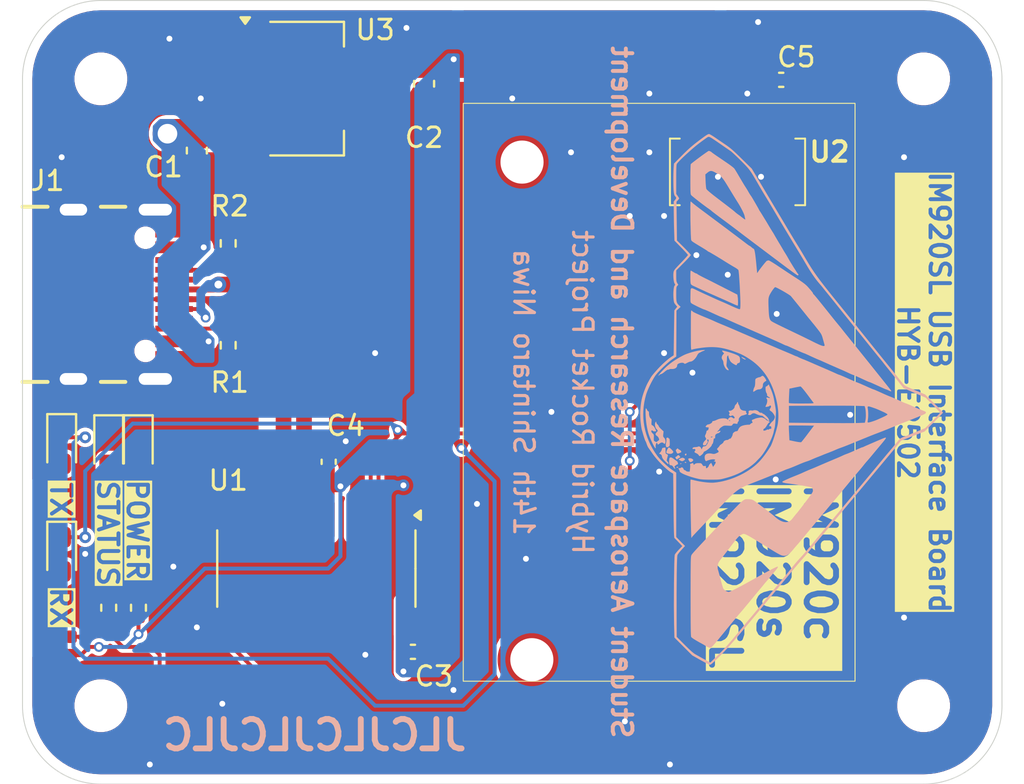
<source format=kicad_pcb>
(kicad_pcb (version 20241229) (generator "pcbnew") (generator_version "9.0")
  (layers (0 "F.Cu" signal) (2 "B.Cu" signal) (13 "F.Paste" user) (15 "B.Paste" user) (5 "F.SilkS" user "F.Silkscreen") (7 "B.SilkS" user "B.Silkscreen") (1 "F.Mask" user) (3 "B.Mask" user) (25 "Edge.Cuts" user))
  (net 0 "")
  (net 1 "+5V")
  (net 2 "GND")
  (net 3 "+3.3V")
  (net 4 "Net-(D3-A)")
  (net 5 "Net-(D1-A)")
  (net 6 "/USB_DN")
  (net 8 "Net-(J1-CC2)")
  (net 9 "/USB_DP")
  (net 10 "Net-(J1-CC1)")
  (net 12 "Net-(U2-STATUS)")
  (net 13 "Net-(D3-K)")
  (net 16 "Net-(U1-CTS)")
  (net 19 "Net-(D4-K)")
  (net 38 "Net-(D2-A)")
  (net 39 "Net-(D4-A)")
  (footprint "MountingHole:MountingHole_2.2mm_M2" (layer "F.Cu") (at 146 64)
    (property "Reference" "H3" (hide yes))
    (property "Value" "MountingHole")
  )
  (footprint "Resistor_SMD:R_0402_1005Metric" (layer "F.Cu") (at 101.99 92.48 180)
    (property "Reference" "R5" (hide yes))
    (property "Value" "1k")
  )
  (footprint "Capacitor_SMD:C_0402_1005Metric" (layer "F.Cu") (at 119.93 93.25)
    (property "Reference" "C3")
    (property "Value" "0.1uF")
  )
  (footprint "Package_TO_SOT_SMD:SOT-223" (layer "F.Cu") (at 114.5 64.5)
    (property "Reference" "U3")
    (property "Value" "NCP1117ST33T3G")
  )
  (footprint "Resistor_SMD:R_0402_1005Metric_Pad0.72x0.64mm_HandSolder" (layer "F.Cu") (at 110.5 77.6 90)
    (property "Reference" "R1")
    (property "Value" "5.1k")
  )
  (footprint "MountingHole:MountingHole_2.2mm_M2" (layer "F.Cu") (at 104 64)
    (property "Reference" "H1" (hide yes))
    (property "Value" "MountingHole")
  )
  (footprint "HYB-E2502:IM920SL" (layer "F.Cu") (at 136.5 68.75 180)
    (property "Reference" "U2")
    (property "Value" "IM920SL")
  )
  (footprint "MountingHole:MountingHole_2.2mm_M2" (layer "F.Cu") (at 104 96)
    (property "Reference" "H2" (hide yes))
    (property "Value" "MountingHole")
  )
  (footprint "Capacitor_SMD:C_0603_1608Metric_Pad1.08x0.95mm_HandSolder" (layer "F.Cu") (at 120.5 64.25 -90)
    (property "Reference" "C2")
    (property "Value" "10uF")
  )
  (footprint "Resistor_SMD:R_0402_1005Metric" (layer "F.Cu") (at 104.4 91 90)
    (property "Reference" "R4" (hide yes))
    (property "Value" "1k")
  )
  (footprint "Capacitor_SMD:C_0402_1005Metric" (layer "F.Cu") (at 115.63 83.55 90)
    (property "Reference" "C4")
    (property "Value" "0.1uF")
  )
  (footprint "LED_SMD:LED_0603_1608Metric_Pad1.05x0.95mm_HandSolder" (layer "F.Cu") (at 105.91 82.835 -90)
    (property "Reference" "D2" (hide yes))
    (property "Value" "LED")
  )
  (footprint "Resistor_SMD:R_0402_1005Metric_Pad0.72x0.64mm_HandSolder" (layer "F.Cu") (at 110.5 72.4 -90)
    (property "Reference" "R2")
    (property "Value" "5.1k")
  )
  (footprint "LED_SMD:LED_0603_1608Metric_Pad1.05x0.95mm_HandSolder" (layer "F.Cu") (at 102 88.27 -90)
    (property "Reference" "D3" (hide yes))
    (property "Value" "LED")
  )
  (footprint "Capacitor_SMD:C_0402_1005Metric" (layer "F.Cu") (at 138.73 64.05)
    (property "Reference" "C5")
    (property "Value" "0.1uF")
  )
  (footprint "LED_SMD:LED_0603_1608Metric_Pad1.05x0.95mm_HandSolder" (layer "F.Cu") (at 102 82.775 -90)
    (property "Reference" "D4" (hide yes))
    (property "Value" "LED")
  )
  (footprint "Resistor_SMD:R_0402_1005Metric" (layer "F.Cu") (at 101.99 93.42 180)
    (property "Reference" "R6" (hide yes))
    (property "Value" "1k")
  )
  (footprint "MountingHole:MountingHole_2.2mm_M2" (layer "F.Cu") (at 146 96)
    (property "Reference" "H4" (hide yes))
    (property "Value" "MountingHole")
  )
  (footprint "Package_SO:SOP-16_3.9x9.9mm_P1.27mm" (layer "F.Cu") (at 115 89 -90)
    (property "Reference" "U1")
    (property "Value" "CH340C")
  )
  (footprint "Capacitor_SMD:C_0603_1608Metric_Pad1.08x0.95mm_HandSolder" (layer "F.Cu") (at 108.9 67.6625 -90)
    (property "Reference" "C1")
    (property "Value" "10uF")
  )
  (footprint "HYB-E2502:GCT_USB4105-GF-A" (layer "F.Cu") (at 100 75 -90)
    (property "Reference" "J1")
    (property "Value" "USB4105-GF-A")
  )
  (footprint "LED_SMD:LED_0603_1608Metric_Pad1.05x0.95mm_HandSolder" (layer "F.Cu") (at 104.4 82.835 -90)
    (property "Reference" "D1" (hide yes))
    (property "Value" "LED")
  )
  (footprint "Resistor_SMD:R_0402_1005Metric" (layer "F.Cu") (at 105.92 91 90)
    (property "Reference" "R3" (hide yes))
    (property "Value" "1k")
  )
  (gr_poly (pts (xy 138.117533 81.449798) (xy 138.116718 81.443594) (xy 138.115204 81.436477) (xy 138.112991 81.428457) (xy 138.110079 81.419545) (xy 138.106469 81.409753) (xy 138.10216 81.399091) (xy 138.097152 81.38757) (xy 138.091445 81.375201) (xy 138.085039 81.361994) (xy 138.077935 81.347962) (xy 138.073773 81.340021) (xy 138.068776 81.331604) (xy 138.056495 81.313531) (xy 138.041521 81.294126) (xy 138.024283 81.273772) (xy 138.00521 81.252849) (xy 137.984732 81.231741) (xy 137.963279 81.21083) (xy 137.941281 81.190497) (xy 137.919165 81.171125) (xy 137.897363 81.153097) (xy 137.876303 81.136793) (xy 137.856415 81.122597) (xy 137.838128 81.11089) (xy 137.821873 81.102055) (xy 137.81464 81.098833) (xy 137.808077 81.096473) (xy 137.802236 81.095022) (xy 137.797172 81.094528) (xy 137.795782 81.094492) (xy 137.794408 81.094385) (xy 137.793052 81.094211) (xy 137.791717 81.09397) (xy 137.790403 81.093665) (xy 137.789113 81.0933) (xy 137.787849 81.092875) (xy 137.786612 81.092393) (xy 137.785404 81.091856) (xy 137.784227 81.091268) (xy 137.783082 81.090629) (xy 137.781972 81.089942) (xy 137.780899 81.08921) (xy 137.779864 81.088435) (xy 137.778869 81.087619) (xy 137.777915 81.086764) (xy 137.777006 81.085873) (xy 137.776142 81.084947) (xy 137.775325 81.08399) (xy 137.774557 81.083003) (xy 137.77384 81.081989) (xy 137.773176 81.08095) (xy 137.772567 81.079888) (xy 137.772014 81.078805) (xy 137.771519 81.077705) (xy 137.771085 81.076588) (xy 137.770712 81.075458) (xy 137.770403 81.074317) (xy 137.770159 81.073166) (xy 137.769983 81.072008) (xy 137.769876 81.070846) (xy 137.76984 81.069682) (xy 137.769746 81.068299) (xy 137.769468 81.066946) (xy 137.769009 81.065624) (xy 137.768375 81.064334) (xy 137.767569 81.063077) (xy 137.766597 81.061853) (xy 137.764172 81.059511) (xy 137.761135 81.057314) (xy 137.757524 81.055269) (xy 137.753373 81.053385) (xy 137.748721 81.051669) (xy 137.743602 81.050127) (xy 137.738055 81.048767) (xy 137.732114 81.047596) (xy 137.725816 81.046622) (xy 137.719198 81.045852) (xy 137.712296 81.045292) (xy 137.705147 81.044951) (xy 137.697787 81.044836) (xy 137.689435 81.044607) (xy 137.68117 81.043934) (xy 137.673023 81.042838) (xy 137.66502 81.041342) (xy 137.657193 81.039468) (xy 137.649569 81.037237) (xy 137.642178 81.034671) (xy 137.635049 81.031792) (xy 137.628211 81.028621) (xy 137.621694 81.025182) (xy 137.615526 81.021495) (xy 137.609736 81.017583) (xy 137.604355 81.013466) (xy 137.599409 81.009168) (xy 137.59493 81.004709) (xy 137.590946 81.000113) (xy 137.586277 80.993912) (xy 137.581135 80.987891) (xy 137.569526 80.976416) (xy 137.556301 80.965735) (xy 137.541642 80.955894) (xy 137.525731 80.946941) (xy 137.508749 80.938924) (xy 137.49088 80.931889) (xy 137.472305 80.925884) (xy 137.453206 80.920957) (xy 137.433764 80.917154) (xy 137.414162 80.914523) (xy 137.394583 80.913111) (xy 137.375207 80.912966) (xy 137.356217 80.914135) (xy 137.337795 80.916665) (xy 137.320122 80.920604) (xy 137.311744 80.922845) (xy 137.303414 80.924903) (xy 137.295178 80.926773) (xy 137.287084 80.928446) (xy 137.279179 80.929915) (xy 137.271511 80.931174) (xy 137.264127 80.932213) (xy 137.257074 80.933028) (xy 137.2504 80.933609) (xy 137.244151 80.93395) (xy 137.238376 80.934043) (xy 137.233121 80.933882) (xy 137.228434 80.933459) (xy 137.224361 80.932766) (xy 137.222571 80.932316) (xy 137.220952 80.931796) (xy 137.21951 80.931206) (xy 137.218252 80.930543) (xy 137.215609 80.929234) (xy 137.212365 80.928102) (xy 137.208561 80.927153) (xy 137.204236 80.926389) (xy 137.199432 80.925815) (xy 137.194186 80.925433) (xy 137.188541 80.925248) (xy 137.182535 80.925263) (xy 137.176208 80.925482) (xy 137.169602 80.925909) (xy 137.162755 80.926546) (xy 137.155708 80.927398) (xy 137.148501 80.928469) (xy 137.141174 80.929762) (xy 137.133766 80.93128) (xy 137.126319 80.933027) (xy 137.116151 80.935367) (xy 137.107049 80.937764) (xy 137.098973 80.940278) (xy 137.095308 80.941596) (xy 137.091884 80.942966) (xy 137.088697 80.944394) (xy 137.085741 80.945887) (xy 137.083012 80.947454) (xy 137.080504 80.9491) (xy 137.078213 80.950834) (xy 137.076134 80.952662) (xy 137.074261 80.954592) (xy 137.07259 80.956631) (xy 137.071115 80.958787) (xy 137.069832 80.961067) (xy 137.068735 80.963477) (xy 137.067819 80.966026) (xy 137.067081 80.968721) (xy 137.066513 80.971568) (xy 137.066113 80.974576) (xy 137.065874 80.977751) (xy 137.065791 80.9811) (xy 137.06586 80.984632) (xy 137.066432 80.99227) (xy 137.067549 81.000724) (xy 137.069173 81.010051) (xy 137.06996 81.016244) (xy 137.070459 81.022673) (xy 137.070674 81.029285) (xy 137.070609 81.036024) (xy 137.070267 81.042835) (xy 137.069653 81.049665) (xy 137.068769 81.056458) (xy 137.06762 81.063161) (xy 137.066208 81.069717) (xy 137.064538 81.076074) (xy 137.062613 81.082176) (xy 137.060437 81.087968) (xy 137.058014 81.093396) (xy 137.055347 81.098406) (xy 137.05244 81.102943) (xy 137.050897 81.105017) (xy 137.049296 81.106952) (xy 137.045019 81.112287) (xy 137.041522 81.117143) (xy 137.038825 81.121561) (xy 137.037783 81.12362) (xy 137.03695 81.125586) (xy 137.036328 81.127465) (xy 137.03592 81.129262) (xy 137.035729 81.130983) (xy 137.035756 81.132633) (xy 137.036006 81.134217) (xy 137.03648 81.135741) (xy 137.037182 81.13721) (xy 137.038115 81.138631) (xy 137.03928 81.140007) (xy 137.04068 81.141346) (xy 137.04232 81.142652) (xy 137.0442 81.14393) (xy 137.046324 81.145187) (xy 137.048695 81.146427) (xy 137.054187 81.14888) (xy 137.060698 81.151333) (xy 137.06825 81.15383) (xy 137.076865 81.156414) (xy 137.086565 81.159129) (xy 137.095248 81.161195) (xy 137.103618 81.162725) (xy 137.111711 81.163709) (xy 137.119564 81.164137) (xy 137.127213 81.163997) (xy 137.134695 81.163278) (xy 137.138385 81.162698) (xy 137.142046 81.16197) (xy 137.145684 81.161091) (xy 137.149302 81.160061) (xy 137.156501 81.15754) (xy 137.163677 81.154398) (xy 137.170867 81.150622) (xy 137.178109 81.146201) (xy 137.185438 81.141126) (xy 137.192891 81.135384) (xy 137.200504 81.128966) (xy 137.208314 81.121859) (xy 137.220572 81.111291) (xy 137.233126 81.101953) (xy 137.245978 81.093853) (xy 137.259132 81.086997) (xy 137.272592 81.081393) (xy 137.286361 81.077049) (xy 137.300443 81.073971) (xy 137.314842 81.072167) (xy 137.329561 81.071644) (xy 137.344604 81.072409) (xy 137.359975 81.074471) (xy 137.375676 81.077835) (xy 137.391713 81.08251) (xy 137.408088 81.088502) (xy 137.424805 81.095818) (xy 137.441868 81.104468) (xy 137.458836 81.112842) (xy 137.476983 81.121151) (xy 137.496091 81.12933) (xy 137.515941 81.137311) (xy 137.536316 81.145031) (xy 137.556996 81.152423) (xy 137.5984 81.165962) (xy 137.618688 81.171979) (xy 137.638407 81.177405) (xy 137.65734 81.182177) (xy 137.675269 81.186228) (xy 137.691975 81.189492) (xy 137.707239 81.191905) (xy 137.720844 81.193401) (xy 137.73257 81.193915) (xy 137.737426 81.194173) (xy 137.742645 81.194934) (xy 137.748185 81.196175) (xy 137.754001 81.197874) (xy 137.76005 81.200011) (xy 137.766288 81.202562) (xy 137.772672 81.205506) (xy 137.779158 81.208822) (xy 137.785702 81.212487) (xy 137.79226 81.21648) (xy 137.79879 81.220778) (xy 137.805246 81.22536) (xy 137.811586 81.230204) (xy 137.817766 81.235289) (xy 137.823743 81.240592) (xy 137.829471 81.246091) (xy 137.858652 81.272714) (xy 137.897062 81.3058) (xy 137.940887 81.342264) (xy 137.986314 81.379019) (xy 138.029528 81.412979) (xy 138.066715 81.441058) (xy 138.081857 81.451927) (xy 138.094061 81.460168) (xy 138.102851 81.465396) (xy 138.105817 81.466759) (xy 138.107751 81.467224) (xy 138.109527 81.4671) (xy 138.111128 81.466731) (xy 138.112555 81.466116) (xy 138.113807 81.465258) (xy 138.114884 81.464159) (xy 138.115786 81.462818) (xy 138.116514 81.461238) (xy 138.117067 81.459421) (xy 138.11765 81.455077)) (stroke (width -0.000001)) (fill yes) (layer "B.SilkS"))
  (gr_poly (pts (xy 146.118146 81.030309) (xy 146.117932 81.028194) (xy 146.117579 81.02607) (xy 146.117092 81.023939) (xy 146.116474 81.021805) (xy 146.115729 81.01967) (xy 146.114859 81.017537) (xy 146.11387 81.015408) (xy 146.111546 81.011175) (xy 146.108785 81.006994) (xy 146.105616 81.002884) (xy 146.102069 80.99887) (xy 146.098172 80.994972) (xy 146.093955 80.991212) (xy 146.089447 80.987613) (xy 146.084676 80.984195) (xy 146.079673 80.980981) (xy 146.074466 80.977993) (xy 146.069085 80.975252) (xy 146.063557 80.972781) (xy 145.88742 80.902978) (xy 145.72782 80.837369) (xy 145.578936 80.773622) (xy 145.434944 80.70941) (xy 145.388352 80.687844) (xy 145.340799 80.666394) (xy 145.293654 80.645644) (xy 145.248285 80.626174) (xy 145.206061 80.608568) (xy 145.16835 80.593408) (xy 145.13652 80.581277) (xy 145.111941 80.572755) (xy 145.087133 80.564117) (xy 145.054639 80.551636) (xy 145.015855 80.535893) (xy 144.97218 80.517472) (xy 144.875745 80.474922) (xy 144.825781 80.451958) (xy 144.776515 80.428645) (xy 144.670335 80.3807) (xy 144.555072 80.330192) (xy 144.444932 80.282945) (xy 144.354127 80.244783) (xy 144.267242 80.210192) (xy 144.16778 80.169312) (xy 144.068316 80.127035) (xy 144.022515 80.1069) (xy 143.981431 80.08825) (xy 143.896216 80.049079) (xy 143.800985 80.005947) (xy 143.707151 79.964213) (xy 143.626128 79.929234) (xy 143.59213 79.913798) (xy 143.559587 79.89938) (xy 143.529257 79.886302) (xy 143.501896 79.874883) (xy 143.478263 79.865444) (xy 143.459114 79.858306) (xy 143.451457 79.855699) (xy 143.445206 79.853788) (xy 143.440453 79.852612) (xy 143.437295 79.852211) (xy 143.426823 79.849163) (xy 143.403831 79.840409) (xy 143.326108 79.808108) (xy 143.215775 79.759968) (xy 143.084478 79.700647) (xy 142.944833 79.638842) (xy 142.811478 79.580764) (xy 142.699087 79.532935) (xy 142.655339 79.514902) (xy 142.622335 79.501877) (xy 142.593165 79.491366) (xy 142.560414 79.478816) (xy 142.488476 79.4497) (xy 142.41514 79.41872) (xy 142.349026 79.390069) (xy 142.083325 79.271388) (xy 141.973418 79.222923) (xy 141.88005 79.18229) (xy 141.804152 79.149926) (xy 141.746656 79.126269) (xy 141.708494 79.111754) (xy 141.696954 79.108062) (xy 141.690597 79.106819) (xy 141.687381 79.106389) (xy 141.682458 79.105125) (xy 141.667886 79.100258) (xy 141.647664 79.092538) (xy 141.62258 79.082284) (xy 141.593419 79.069817) (xy 141.560969 79.055458) (xy 141.526014 79.039527) (xy 141.489342 79.022343) (xy 141.289639 78.933517) (xy 141.061984 78.83351) (xy 140.773145 78.709899) (xy 140.428402 78.5602) (xy 140.264338 78.487912) (xy 140.101672 78.417954) (xy 139.959504 78.358245) (xy 139.856936 78.316705) (xy 139.81821 78.301297) (xy 139.779135 78.28522) (xy 139.740759 78.268968) (xy 139.70413 78.253036) (xy 139.670296 78.23792) (xy 139.640306 78.224114) (xy 139.615207 78.212113) (xy 139.596049 78.202412) (xy 139.588574 78.198281) (xy 139.581092 78.194284) (xy 139.573654 78.19044) (xy 139.56631 78.186767) (xy 139.552111 78.180007) (xy 139.538902 78.17415) (xy 139.532796 78.171605) (xy 139.52709 78.169341) (xy 139.521836 78.167375) (xy 139.517084 78.165725) (xy 139.512885 78.164411) (xy 139.50929 78.163449) (xy 139.506351 78.162859) (xy 139.504117 78.162658) (xy 139.501397 78.162257) (xy 139.497032 78.161081) (xy 139.483774 78.156563) (xy 139.465158 78.149425) (xy 139.442001 78.139986) (xy 139.415116 78.128567) (xy 139.38532 78.115489) (xy 139.353427 78.101072) (xy 139.320254 78.085635) (xy 139.176455 78.023519) (xy 139.112359 77.996188) (xy 139.064336 77.97631) (xy 138.673006 77.812324) (xy 137.856803 77.46199) (xy 137.04619 77.111657) (xy 136.664176 76.947671) (xy 136.216942 76.753868) (xy 135.902015 76.620631) (xy 135.764817 76.563445) (xy 135.665354 76.522798) (xy 135.583399 76.488634) (xy 135.490497 76.44888) (xy 135.398061 76.408194) (xy 135.317505 76.371235) (xy 135.231824 76.332723) (xy 135.12215 76.284893) (xy 135.002693 76.234269) (xy 134.887662 76.187372) (xy 134.769055 76.138877) (xy 134.652515 76.089655) (xy 134.541973 76.04154) (xy 134.441359 75.996365) (xy 134.354606 75.955965) (xy 134.285642 75.922176) (xy 134.25906 75.908332) (xy 134.2384 75.89683) (xy 134.224153 75.887897) (xy 134.21681 75.881762) (xy 134.215213 75.879757) (xy 134.213238 75.877482) (xy 134.208269 75.872211) (xy 134.202136 75.866126) (xy 134.19507 75.8594) (xy 134.187306 75.852208) (xy 134.179075 75.844725) (xy 134.16215 75.829583) (xy 134.154686 75.824721) (xy 134.148101 75.823061) (xy 134.142337 75.825828) (xy 134.137342 75.834242) (xy 134.133059 75.849529) (xy 134.129436 75.87291) (xy 134.123947 75.948847) (xy 134.120439 76.071836) (xy 134.118473 76.251662) (xy 134.117425 76.820955) (xy 134.117463 76.991315) (xy 134.117614 77.141691) (xy 134.117932 77.273293) (xy 134.118473 77.387335) (xy 134.11929 77.485027) (xy 134.11982 77.528121) (xy 134.120439 77.567582) (xy 134.121154 77.603562) (xy 134.121973 77.636213) (xy 134.122902 77.665685) (xy 134.123947 77.69213) (xy 134.125117 77.715699) (xy 134.126417 77.736546) (xy 134.127854 77.754819) (xy 134.129436 77.770672) (xy 134.131169 77.784256) (xy 134.132094 77.790244) (xy 134.133059 77.795722) (xy 134.134066 77.800708) (xy 134.135115 77.805222) (xy 134.136206 77.809281) (xy 134.137342 77.812906) (xy 134.138521 77.816116) (xy 134.139747 77.818928) (xy 134.141018 77.821362) (xy 134.142337 77.823438) (xy 134.143704 77.825173) (xy 134.145119 77.826587) (xy 134.146585 77.827699) (xy 134.148101 77.828528) (xy 134.149668 77.829092) (xy 134.151287 77.829411) (xy 134.15296 77.829503) (xy 134.154686 77.829388) (xy 134.156468 77.829085) (xy 134.158305 77.828612) (xy 134.16215 77.827232) (xy 134.188917 77.817756) (xy 134.222203 77.808025) (xy 134.305753 77.788177) (xy 134.407647 77.768446) (xy 134.522731 77.749588) (xy 134.645852 77.73236) (xy 134.771855 77.71752) (xy 134.895586 77.705825) (xy 135.011893 77.698031) (xy 135.101423 77.694902) (xy 135.188653 77.69396) (xy 135.274077 77.695296) (xy 135.358191 77.699002) (xy 135.441489 77.705168) (xy 135.524467 77.713885) (xy 135.60762 77.725245) (xy 135.691442 77.739338) (xy 135.77643 77.756256) (xy 135.863076 77.776089) (xy 135.951878 77.798928) (xy 136.043329 77.824864) (xy 136.137924 77.853989) (xy 136.236159 77.886393) (xy 136.445528 77.961403) (xy 136.539285 77.997347) (xy 136.623491 78.031865) (xy 136.701641 78.066791) (xy 136.777229 78.103959) (xy 136.853747 78.145203) (xy 136.934692 78.192358) (xy 137.023557 78.247257) (xy 137.123835 78.311737) (xy 137.231742 78.386306) (xy 137.335572 78.464668) (xy 137.435327 78.546829) (xy 137.531005 78.632798) (xy 137.622606 78.722581) (xy 137.710132 78.816185) (xy 137.79358 78.913619) (xy 137.872953 79.014888) (xy 137.948249 79.120002) (xy 138.019469 79.228965) (xy 138.086612 79.341787) (xy 138.14968 79.458474) (xy 138.20867 79.579033) (xy 138.263584 79.703473) (xy 138.314422 79.831799) (xy 138.361184 79.96402) (xy 138.397755 80.077921) (xy 138.431069 80.190403) (xy 138.46113 80.301444) (xy 138.48794 80.411021) (xy 138.511503 80.519114) (xy 138.531824 80.6257) (xy 138.548905 80.730757) (xy 138.56275 80.834263) (xy 138.573364 80.936198) (xy 138.580749 81.036538) (xy 138.58491 81.135262) (xy 138.585849 81.232348) (xy 138.583572 81.327775) (xy 138.57808 81.42152) (xy 138.569378 81.513562) (xy 138.55747 81.603879) (xy 138.547417 81.659272) (xy 138.533415 81.72383) (xy 138.495471 81.874471) (xy 138.447452 82.043864) (xy 138.393174 82.220069) (xy 138.336449 82.39115) (xy 138.281093 82.545168) (xy 138.23092 82.670186) (xy 138.208969 82.718089) (xy 138.189744 82.754265) (xy 138.116486 82.872053) (xy 138.039268 82.989375) (xy 137.959488 83.104367) (xy 137.878543 83.215166) (xy 137.797832 83.319909) (xy 137.71875 83.416732) (xy 137.680257 83.461592) (xy 137.642696 83.503772) (xy 137.606242 83.543041) (xy 137.571068 83.579165) (xy 137.464656 83.680116) (xy 137.34997 83.777766) (xy 137.227765 83.871784) (xy 137.098794 83.961838) (xy 136.96381 84.047597) (xy 136.823567 84.128731) (xy 136.678818 84.204907) (xy 136.530317 84.275795) (xy 136.378817 84.341064) (xy 136.225071 84.400381) (xy 136.069833 84.453417) (xy 135.913856 84.499839) (xy 135.757894 84.539318) (xy 135.602699 84.57152) (xy 135.449026 84.596116) (xy 135.297628 84.612774) (xy 135.253219 84.615229) (xy 135.204177 84.616112) (xy 135.094159 84.613395) (xy 134.971504 84.605087) (xy 134.840144 84.591655) (xy 134.704008 84.573563) (xy 134.567028 84.551279) (xy 134.433134 84.525268) (xy 134.306257 84.495997) (xy 134.267027 84.486242) (xy 134.23001 84.477595) (xy 134.196021 84.470228) (xy 134.165875 84.464317) (xy 134.152499 84.461962) (xy 134.140388 84.460037) (xy 134.129647 84.458563) (xy 134.120376 84.457562) (xy 134.112677 84.457056) (xy 134.106652 84.457067) (xy 134.102403 84.457616) (xy 134.100977 84.4581) (xy 134.100033 84.458726) (xy 134.094719 84.59212) (xy 134.094792 84.931428) (xy 134.106555 85.951993) (xy 134.126238 86.96883) (xy 134.136211 87.30348) (xy 134.144758 87.430352) (xy 134.145915 87.430323) (xy 134.147056 87.430238) (xy 134.148179 87.430098) (xy 134.149285 87.429905) (xy 134.15037 87.429662) (xy 134.151433 87.429369) (xy 134.152474 87.429029) (xy 134.153491 87.428644) (xy 134.154483 87.428214) (xy 134.155448 87.427743) (xy 134.156384 87.427232) (xy 134.157291 87.426683) (xy 134.158167 87.426097) (xy 134.15901 87.425477) (xy 134.159821 87.424824) (xy 134.160596 87.42414) (xy 134.161334 87.423427) (xy 134.162035 87.422687) (xy 134.162697 87.421921) (xy 134.163318 87.421131) (xy 134.163897 87.42032) (xy 134.164434 87.419488) (xy 134.164925 87.418639) (xy 134.165371 87.417773) (xy 134.165769 87.416892) (xy 134.166119 87.415999) (xy 134.166418 87.415095) (xy 134.166667 87.414182) (xy 134.166862 87.413261) (xy 134.167003 87.412335) (xy 134.167089 87.411406) (xy 134.167118 87.410474) (xy 134.167997 87.406008) (xy 134.170888 87.399788) (xy 134.184239 87.380426) (xy 134.210225 87.349067) (xy 134.251906 87.302393) (xy 134.394578 87.149821) (xy 134.636713 86.896155) (xy 135.518761 85.959447) (xy 135.824522 85.636114) (xy 135.954842 85.501403) (xy 136.072951 85.382545) (xy 136.180971 85.277955) (xy 136.281025 85.186046) (xy 136.375233 85.105229) (xy 136.465718 85.03392) (xy 136.554601 84.97053) (xy 136.644005 84.913473) (xy 136.736051 84.861162) (xy 136.832862 84.812011) (xy 136.936559 84.764431) (xy 137.049263 84.716837) (xy 137.173098 84.667642) (xy 137.310184 84.615259) (xy 137.563926 84.516494) (xy 137.714441 84.45663) (xy 137.856803 84.399095) (xy 138.17639 84.270515) (xy 138.490386 84.145662) (xy 138.739159 84.044413) (xy 138.837341 84.003805) (xy 138.90035 83.976707) (xy 138.921557 83.967312) (xy 138.943753 83.957917) (xy 138.9663 83.948755) (xy 138.988555 83.940058) (xy 139.009878 83.932061) (xy 139.029629 83.924995) (xy 139.047167 83.919094) (xy 139.061852 83.914591) (xy 139.095147 83.903861) (xy 139.148853 83.884193) (xy 139.297581 83.826076) (xy 139.468206 83.756312) (xy 139.620894 83.690973) (xy 139.678197 83.66619) (xy 139.717563 83.649721) (xy 139.717563 82.549866) (xy 139.68733 82.548395) (xy 139.649468 82.544624) (xy 139.604618 82.538641) (xy 139.553421 82.530532) (xy 139.496517 82.520385) (xy 139.434546 82.508287) (xy 139.148815 82.448655) (xy 139.131421 82.078444) (xy 139.127224 82.003818) (xy 139.123929 81.933792) (xy 139.121507 81.869939) (xy 139.11993 81.813831) (xy 139.119168 81.767041) (xy 139.119193 81.73114) (xy 139.119974 81.707701) (xy 139.12064 81.701146) (xy 139.121483 81.698296) (xy 139.135479 81.69666) (xy 139.173816 81.695461) (xy 139.3128 81.694257) (xy 139.765005 81.69581) (xy 140.403555 81.703265) (xy 140.092975 82.11323) (xy 140.030554 82.196213) (xy 139.970957 82.274421) (xy 139.915611 82.346106) (xy 139.865942 82.409523) (xy 139.823378 82.462923) (xy 139.789345 82.50456) (xy 139.765271 82.532687) (xy 139.757414 82.541138) (xy 139.752581 82.545556) (xy 139.747208 82.547567) (xy 139.739527 82.548948) (xy 139.729618 82.549711) (xy 139.717563 82.549866) (xy 139.717563 83.649721) (xy 139.73876 83.640854) (xy 139.800487 83.615808) (xy 139.861283 83.591899) (xy 139.919051 83.569969) (xy 139.971694 83.550863) (xy 140.017116 83.535427) (xy 140.053221 83.524503) (xy 140.072996 83.518025) (xy 140.096353 83.509945) (xy 140.122447 83.500525) (xy 140.150433 83.490029) (xy 140.179467 83.478717) (xy 140.208705 83.466852) (xy 140.237303 83.454695) (xy 140.264416 83.44251) (xy 140.329249 83.413471) (xy 140.412251 83.37791) (xy 140.502707 83.340485) (xy 140.589902 83.305855) (xy 140.673138 83.273399) (xy 140.752646 83.241876) (xy 140.81911 83.215011) (xy 140.863212 83.196531) (xy 140.882371 83.187976) (xy 140.90747 83.17747) (xy 140.971294 83.152119) (xy 141.046299 83.123506) (xy 141.1241 83.094661) (xy 141.208422 83.06139) (xy 141.30113 83.02416) (xy 141.391043 82.987395) (xy 141.466979 82.955521) (xy 141.500895 82.939997) (xy 141.538451 82.92357) (xy 141.578395 82.906736) (xy 141.619474 82.889989) (xy 141.660437 82.873824) (xy 141.700031 82.858737) (xy 141.737004 82.845221) (xy 141.770105 82.833774) (xy 141.861066 82.800969) (xy 141.882845 82.792626) (xy 141.882845 81.574685) (xy 140.67438 81.569094) (xy 139.123968 81.554186) (xy 139.123968 81.124344) (xy 139.123968 80.692018) (xy 139.772457 80.689874) (xy 139.772457 80.572755) (xy 139.605079 80.572386) (xy 139.46673 80.571202) (xy 139.40776 80.570268) (xy 139.355227 80.569086) (xy 139.308861 80.567643) (xy 139.268387 80.565922) (xy 139.233532 80.563911) (xy 139.204024 80.561594) (xy 139.17959 80.558956) (xy 139.159956 80.555984) (xy 139.14485 80.552662) (xy 139.138909 80.550866) (xy 139.133998 80.548977) (xy 139.130083 80.546993) (xy 139.127129 80.544913) (xy 139.125102 80.542734) (xy 139.123968 80.540455) (xy 139.122714 80.535859) (xy 139.12174 80.527794) (xy 139.12059 80.50206) (xy 139.12043 80.464853) (xy 139.121173 80.417776) (xy 139.125016 80.300416) (xy 139.131421 80.16279) (xy 139.148815 79.814941) (xy 139.409701 79.760278) (xy 139.514715 79.73912) (xy 139.606919 79.721456) (xy 139.676294 79.708917) (xy 139.699292 79.705078) (xy 139.712826 79.703132) (xy 139.719106 79.704868) (xy 139.727666 79.710033) (xy 139.738452 79.718561) (xy 139.751415 79.730386) (xy 139.783667 79.763666) (xy 139.824014 79.809351) (xy 139.872047 79.866915) (xy 139.927359 79.935834) (xy 139.989543 80.015585) (xy 140.058191 80.105644) (xy 140.279013 80.401315) (xy 140.352038 80.497673) (xy 140.374618 80.526664) (xy 140.386162 80.540455) (xy 140.387705 80.544913) (xy 140.385575 80.548977) (xy 140.37942 80.552662) (xy 140.368887 80.555984) (xy 140.333272 80.561594) (xy 140.275907 80.565922) (xy 140.193967 80.569086) (xy 140.084629 80.571202) (xy 139.772457 80.572755) (xy 139.772457 80.689874) (xy 140.627173 80.687048) (xy 141.245032 80.68468) (xy 141.815139 80.684874) (xy 142.273904 80.687398) (xy 142.557734 80.692018) (xy 142.987577 80.704442) (xy 143.014908 80.793889) (xy 143.022009 80.821586) (xy 143.028389 80.853932) (xy 143.034027 80.890274) (xy 143.0389 80.929961) (xy 143.046267 81.016763) (xy 143.050314 81.109126) (xy 143.050867 81.201839) (xy 143.049779 81.246697) (xy 143.047751 81.289689) (xy 143.044763 81.330162) (xy 143.040792 81.367465) (xy 143.035817 81.400946) (xy 143.029815 81.429954) (xy 143 81.554186) (xy 142.612397 81.569094) (xy 142.339281 81.573287) (xy 141.882845 81.574685) (xy 141.882845 82.792626) (xy 141.998381 82.748365) (xy 142.163182 82.683182) (xy 142.336603 82.612642) (xy 142.9123 82.376446) (xy 143.178894 82.268411) (xy 143.178894 81.541763) (xy 143.171436 81.541622) (xy 143.164884 81.541098) (xy 143.159213 81.540043) (xy 143.154397 81.538308) (xy 143.152302 81.537138) (xy 143.150411 81.535743) (xy 143.148721 81.534102) (xy 143.147229 81.532198) (xy 143.145932 81.530012) (xy 143.144827 81.527526) (xy 143.143909 81.52472) (xy 143.143177 81.521576) (xy 143.142256 81.514199) (xy 143.142037 81.505246) (xy 143.142495 81.494568) (xy 143.143604 81.482016) (xy 143.14534 81.46744) (xy 143.147676 81.450691) (xy 143.154047 81.410077) (xy 143.162195 81.343943) (xy 143.167985 81.27187) (xy 143.171386 81.196069) (xy 143.172372 81.118754) (xy 143.170911 81.042138) (xy 143.166975 80.968433) (xy 143.160536 80.899854) (xy 143.156368 80.868177) (xy 143.151563 80.838612) (xy 143.147423 80.81324) (xy 143.144531 80.791117) (xy 143.143205 80.772176) (xy 143.14376 80.756347) (xy 143.144842 80.749577) (xy 143.146513 80.74356) (xy 143.148813 80.738286) (xy 143.151781 80.733747) (xy 143.155457 80.729934) (xy 143.159881 80.726838) (xy 143.165092 80.724452) (xy 143.171129 80.722765) (xy 143.178033 80.72177) (xy 143.185842 80.721458) (xy 143.194597 80.72182) (xy 143.204337 80.722848) (xy 143.22693 80.726865) (xy 143.253938 80.733441) (xy 143.285677 80.742507) (xy 143.322464 80.753993) (xy 143.412449 80.783949) (xy 143.532333 80.826227) (xy 143.581735 80.844876) (xy 143.631719 80.86501) (xy 143.687992 80.888988) (xy 143.756261 80.919168) (xy 143.951616 81.007567) (xy 143.972329 81.017369) (xy 143.992472 81.027172) (xy 144.011937 81.036916) (xy 144.030619 81.046544) (xy 144.048414 81.055998) (xy 144.065215 81.065218) (xy 144.080917 81.074147) (xy 144.095414 81.082727) (xy 144.108601 81.090899) (xy 144.120372 81.098605) (xy 144.130622 81.105788) (xy 144.139244 81.112387) (xy 144.146135 81.118347) (xy 144.148897 81.121068) (xy 144.151187 81.123607) (xy 144.152991 81.125957) (xy 144.154296 81.12811) (xy 144.155089 81.13006) (xy 144.155356 81.131798) (xy 144.153597 81.137511) (xy 144.148271 81.144425) (xy 144.139305 81.152577) (xy 144.126627 81.162002) (xy 144.089843 81.18482) (xy 144.037336 81.21317) (xy 143.968523 81.247343) (xy 143.882822 81.287631) (xy 143.779652 81.334325) (xy 143.658429 81.387716) (xy 143.628312 81.40091) (xy 143.596041 81.414309) (xy 143.526898 81.441135) (xy 143.454727 81.46703) (xy 143.383255 81.490828) (xy 143.316209 81.511365) (xy 143.257315 81.527476) (xy 143.23209 81.533508) (xy 143.210301 81.537997) (xy 143.192414 81.540797) (xy 143.178894 81.541763) (xy 143.178894 82.268411) (xy 143.276726 82.228765) (xy 143.504653 82.138853) (xy 143.670852 82.07596) (xy 143.934845 81.973469) (xy 144.097122 81.908946) (xy 144.254741 81.844889) (xy 144.545599 81.725083) (xy 144.826208 81.611333) (xy 145.097499 81.503173) (xy 145.360404 81.400139) (xy 145.637286 81.28965) (xy 145.750162 81.243694) (xy 145.846151 81.203852) (xy 145.925368 81.170067) (xy 145.98793 81.14228) (xy 146.033955 81.120433) (xy 146.050801 81.111719) (xy 146.063557 81.104468) (xy 146.069085 81.100601) (xy 146.074466 81.09648) (xy 146.079673 81.09214) (xy 146.084676 81.087618) (xy 146.089447 81.082951) (xy 146.093955 81.078175) (xy 146.098172 81.073326) (xy 146.102069 81.06844) (xy 146.105616 81.063554) (xy 146.108785 81.058705) (xy 146.111546 81.053929) (xy 146.11387 81.049262) (xy 146.115729 81.04474) (xy 146.116474 81.042545) (xy 146.117092 81.0404) (xy 146.117579 81.03831) (xy 146.117932 81.036279) (xy 146.118146 81.034312) (xy 146.118218 81.032412)) (stroke (width -0.000001)) (fill yes) (layer "B.SilkS"))
  (gr_poly (pts (xy 144.076485 82.32414) (xy 144.074555 82.319884) (xy 144.070992 82.316901) (xy 144.065798 82.31515) (xy 144.058975 82.314595) (xy 144.050525 82.315198) (xy 144.040452 82.316921) (xy 144.028756 82.319726) (xy 144.000508 82.328433) (xy 143.965801 82.341015) (xy 143.92465 82.357172) (xy 143.877077 82.376601) (xy 143.599923 82.494117) (xy 143.303436 82.621648) (xy 143.057729 82.729148) (xy 142.975829 82.765995) (xy 142.932915 82.786566) (xy 142.928204 82.788864) (xy 142.923409 82.791093) (xy 142.918562 82.793243) (xy 142.913698 82.795301) (xy 142.908848 82.797257) (xy 142.904046 82.799101) (xy 142.899323 82.80082) (xy 142.894714 82.802405) (xy 142.89025 82.803845) (xy 142.885964 82.805128) (xy 142.881889 82.806243) (xy 142.878059 82.807181) (xy 142.874505 82.807929) (xy 142.87126 82.808476) (xy 142.868357 82.808813) (xy 142.865829 82.808928) (xy 142.861432 82.8097) (xy 142.853945 82.811966) (xy 142.830384 82.820652) (xy 142.75371 82.852409) (xy 142.646755 82.899073) (xy 142.520466 82.955521) (xy 142.453676 82.986152) (xy 142.3868 83.016085) (xy 142.321612 83.044619) (xy 142.259889 83.071057) (xy 142.203407 83.0947) (xy 142.153942 83.114849) (xy 142.113271 83.130805) (xy 142.083169 83.141869) (xy 142.057463 83.151017) (xy 142.0294 83.161474) (xy 141.99988 83.172922) (xy 141.969807 83.185039) (xy 141.940084 83.197506) (xy 141.911613 83.210002) (xy 141.885296 83.222207) (xy 141.862037 83.2338) (xy 141.800231 83.262219) (xy 141.70861 83.302749) (xy 141.599286 83.349802) (xy 141.484372 83.397786) (xy 140.943653 83.626684) (xy 140.565056 83.790359) (xy 140.504688 83.816681) (xy 140.430576 83.848127) (xy 140.352271 83.880505) (xy 140.279323 83.909621) (xy 140.199776 83.941805) (xy 140.103224 83.982608) (xy 140.001548 84.026671) (xy 139.906627 84.068638) (xy 139.810814 84.112469) (xy 139.706615 84.158396) (xy 139.606142 84.201062) (xy 139.561089 84.219498) (xy 139.521509 84.235109) (xy 139.356281 84.300797) (xy 139.217142 84.358099) (xy 139.151532 84.386225) (xy 139.085456 84.415401) (xy 139.016585 84.446672) (xy 138.942589 84.481089) (xy 138.91482 84.493946) (xy 138.89013 84.505566) (xy 138.868395 84.51605) (xy 138.858598 84.520899) (xy 138.849492 84.525501) (xy 138.841064 84.529871) (xy 138.833297 84.53402) (xy 138.826176 84.537962) (xy 138.819686 84.541709) (xy 138.813811 84.545275) (xy 138.808536 84.548671) (xy 138.803844 84.55191) (xy 138.799722 84.555006) (xy 138.796153 84.557971) (xy 138.793121 84.560817) (xy 138.790612 84.563558) (xy 138.789548 84.564893) (xy 138.788609 84.566206) (xy 138.787793 84.567499) (xy 138.787098 84.568774) (xy 138.786522 84.570032) (xy 138.786063 84.571275) (xy 138.785719 84.572504) (xy 138.785488 84.573721) (xy 138.785368 84.574928) (xy 138.785358 84.576125) (xy 138.785455 84.577316) (xy 138.785658 84.578501) (xy 138.785964 84.579681) (xy 138.786371 84.580859) (xy 138.786878 84.582037) (xy 138.787483 84.583215) (xy 138.788979 84.585579) (xy 138.790841 84.587965) (xy 138.793056 84.590386) (xy 138.795608 84.592854) (xy 138.798481 84.595382) (xy 138.803614 84.598725) (xy 138.810549 84.602214) (xy 138.819166 84.60582) (xy 138.829344 84.609513) (xy 138.853904 84.617044) (xy 138.883268 84.624576) (xy 138.916476 84.631875) (xy 138.952566 84.638707) (xy 138.990579 84.644842) (xy 139.029552 84.650044) (xy 139.198332 84.670736) (xy 139.391687 84.697717) (xy 139.595757 84.728659) (xy 139.796683 84.761231) (xy 139.980604 84.793104) (xy 140.133661 84.821949) (xy 140.241995 84.845436) (xy 140.27506 84.854443) (xy 140.291746 84.861237) (xy 140.295963 84.864953) (xy 140.30021 84.869535) (xy 140.304456 84.874918) (xy 140.308673 84.881037) (xy 140.312832 84.887825) (xy 140.316903 84.895217) (xy 140.320858 84.903147) (xy 140.324668 84.911551) (xy 140.328303 84.920363) (xy 140.331733 84.929516) (xy 140.334931 84.938947) (xy 140.337867 84.948588) (xy 140.340512 84.958375) (xy 140.342836 84.968242) (xy 140.344811 84.978124) (xy 140.346408 84.987954) (xy 140.349111 85.021084) (xy 140.348237 85.037182) (xy 140.345205 85.054069) (xy 140.339508 85.072572) (xy 140.330642 85.093517) (xy 140.318099 85.117731) (xy 140.301374 85.146039) (xy 140.279962 85.179268) (xy 140.253356 85.218244) (xy 140.182539 85.316741) (xy 139.956321 85.619052) (xy 139.874867 85.726532) (xy 139.797576 85.827606) (xy 139.662823 86.001686) (xy 139.566737 86.123588) (xy 139.53778 86.159441) (xy 139.523993 86.17561) (xy 139.516171 86.183287) (xy 139.504272 86.196497) (xy 139.488879 86.214481) (xy 139.470574 86.236484) (xy 139.427559 86.289515) (xy 139.379885 86.349534) (xy 139.354891 86.382327) (xy 139.33192 86.411903) (xy 139.310725 86.438479) (xy 139.29106 86.462275) (xy 139.272675 86.483508) (xy 139.255323 86.502398) (xy 139.238758 86.519162) (xy 139.222732 86.534019) (xy 139.206997 86.547187) (xy 139.191305 86.558884) (xy 139.17541 86.56933) (xy 139.159063 86.578742) (xy 139.142017 86.587339) (xy 139.124025 86.595339) (xy 139.104839 86.60296) (xy 139.084212 86.610421) (xy 139.067437 86.61578) (xy 139.050199 86.620213) (xy 139.01441 86.626324) (xy 138.97699 86.628803) (xy 138.938085 86.627697) (xy 138.897841 86.623054) (xy 138.856403 86.61492) (xy 138.813916 86.603343) (xy 138.770527 86.58837) (xy 138.726381 86.570049) (xy 138.681624 86.548427) (xy 138.6364 86.523551) (xy 138.590857 86.495468) (xy 138.545139 86.464226) (xy 138.499391 86.429873) (xy 138.45376 86.392455) (xy 138.408391 86.352019) (xy 138.326889 86.282318) (xy 138.196149 86.176891) (xy 137.854629 85.910686) (xy 137.519164 85.657059) (xy 137.395995 85.567355) (xy 137.325091 85.519666) (xy 137.309055 85.511189) (xy 137.293474 85.503443) (xy 137.278221 85.496403) (xy 137.263169 85.490044) (xy 137.248189 85.48434) (xy 137.233154 85.479266) (xy 137.217937 85.474796) (xy 137.202411 85.470905) (xy 137.186449 85.467567) (xy 137.169922 85.464756) (xy 137.152704 85.462448) (xy 137.134667 85.460617) (xy 137.115683 85.459237) (xy 137.095626 85.458283) (xy 137.074368 85.457729) (xy 137.051781 85.45755) (xy 136.966736 85.456332) (xy 136.930238 85.458593) (xy 136.894589 85.465509) (xy 136.857411 85.479136) (xy 136.816328 85.501531) (xy 136.768963 85.53475) (xy 136.712939 85.58085) (xy 136.64588 85.641887) (xy 136.565409 85.719917) (xy 136.354725 85.935183) (xy 135.66784 86.660114) (xy 135.228398 87.125794) (xy 134.884169 87.491574) (xy 134.623214 87.770295) (xy 134.433595 87.974797) (xy 134.361807 88.053229) (xy 134.303375 88.117921) (xy 134.256809 88.170479) (xy 134.220615 88.212507) (xy 134.193303 88.245611) (xy 134.173378 88.271396) (xy 134.15935 88.291467) (xy 134.149726 88.307428) (xy 134.135677 88.342213) (xy 134.124918 88.403552) (xy 134.117012 88.51078) (xy 134.111524 88.683229) (xy 134.106049 89.301127) (xy 134.105001 90.411915) (xy 134.106515 91.389192) (xy 134.108539 91.74449) (xy 134.111524 92.021028) (xy 134.115556 92.226403) (xy 134.120725 92.368217) (xy 134.123762 92.417662) (xy 134.127116 92.454068) (xy 134.130797 92.478382) (xy 134.134817 92.491555) (xy 134.142346 92.501302) (xy 134.153709 92.512806) (xy 134.168834 92.526021) (xy 134.187654 92.540899) (xy 134.2361 92.575456) (xy 134.298493 92.616098) (xy 134.374279 92.662447) (xy 134.462906 92.714125) (xy 134.56382 92.770752) (xy 134.676468 92.831951) (xy 134.704037 92.846999) (xy 134.733964 92.863824) (xy 134.797284 92.900589) (xy 134.859205 92.937819) (xy 134.912508 92.97109) (xy 134.924344 92.978041) (xy 134.936501 92.984887) (xy 134.94889 92.991579) (xy 134.961425 92.998072) (xy 134.974018 93.004317) (xy 134.986582 93.010267) (xy 134.999029 93.015875) (xy 135.011273 93.021094) (xy 135.023225 93.025875) (xy 135.034799 93.030173) (xy 135.045907 93.03394) (xy 135.056462 93.037127) (xy 135.066376 93.039689) (xy 135.075563 93.041577) (xy 135.083934 93.042745) (xy 135.091402 93.043145) (xy 135.105872 93.043036) (xy 135.120272 93.040879) (xy 135.135815 93.035321) (xy 135.153713 93.025015) (xy 135.175177 93.008608) (xy 135.201421 92.984751) (xy 135.273092 92.909285) (xy 135.378422 92.787814) (xy 135.527107 92.609537) (xy 135.993326 92.039352) (xy 136.409813 91.531865) (xy 136.547826 91.365006) (xy 136.612 91.288992) (xy 136.671942 91.222333) (xy 136.761699 91.117241) (xy 137.22819 90.556024) (xy 137.414926 90.329223) (xy 137.572312 90.139226) (xy 137.730086 89.949773) (xy 137.746702 89.930361) (xy 137.771704 89.900701) (xy 137.801364 89.864518) (xy 137.816777 89.845146) (xy 137.831957 89.825541) (xy 137.868411 89.780934) (xy 137.911154 89.729572) (xy 137.955296 89.677744) (xy 137.976362 89.65362) (xy 137.995943 89.631739) (xy 138.050955 89.567294) (xy 138.134151 89.468375) (xy 138.341306 89.21929) (xy 138.380118 89.171988) (xy 138.414671 89.1296) (xy 138.445134 89.091856) (xy 138.471672 89.058487) (xy 138.483523 89.043359) (xy 138.494455 89.029223) (xy 138.50449 89.016047) (xy 138.513649 89.003796) (xy 138.521953 88.992436) (xy 138.529422 88.981935) (xy 138.536078 88.972258) (xy 138.541941 88.963372) (xy 138.547033 88.955243) (xy 138.551374 88.947837) (xy 138.554985 88.941121) (xy 138.557887 88.935061) (xy 138.560102 88.929623) (xy 138.560958 88.927127) (xy 138.56165 88.924774) (xy 138.56218 88.92256) (xy 138.562551 88.92048) (xy 138.562766 88.91853) (xy 138.562828 88.916707) (xy 138.562738 88.915006) (xy 138.5625 88.913422) (xy 138.562116 88.911952) (xy 138.561589 88.910592) (xy 138.560921 88.909336) (xy 138.560116 88.908181) (xy 138.559175 88.907123) (xy 138.558101 88.906157) (xy 138.556897 88.90528) (xy 138.555566 88.904487) (xy 138.55411 88.903773) (xy 138.552532 88.903135) (xy 138.549018 88.90207) (xy 138.545048 88.901256) (xy 138.531746 88.902566) (xy 138.509335 88.909409) (xy 138.435917 88.940389) (xy 138.32226 88.995595) (xy 138.165829 89.076423) (xy 137.714519 89.320539) (xy 137.061721 89.683917) (xy 136.876722 89.786199) (xy 136.700749 89.881173) (xy 136.537704 89.966888) (xy 136.391489 90.041394) (xy 136.266005 90.102738) (xy 136.165154 90.148971) (xy 136.125186 90.16581) (xy 136.092838 90.178141) (xy 136.0686 90.185718) (xy 136.052958 90.188298) (xy 136.044163 90.18801) (xy 136.035036 90.187162) (xy 136.025611 90.185773) (xy 136.015921 90.183867) (xy 136.005997 90.181464) (xy 135.995874 90.178585) (xy 135.975157 90.171488) (xy 135.954033 90.162745) (xy 135.932763 90.152528) (xy 135.911609 90.141008) (xy 135.890834 90.128356) (xy 135.8707 90.114743) (xy 135.851468 90.100341) (xy 135.833401 90.085319) (xy 135.816761 90.06985) (xy 135.801809 90.054105) (xy 135.795049 90.046182) (xy 135.788808 90.038254) (xy 135.783121 90.030342) (xy 135.77802 90.022468) (xy 135.773538 90.014653) (xy 135.769707 90.006919) (xy 135.760371 89.98266) (xy 135.747657 89.944687) (xy 135.714425 89.835169) (xy 135.674671 89.693506) (xy 135.633054 89.534839) (xy 135.591281 89.377491) (xy 135.554166 89.239477) (xy 135.525437 89.135472) (xy 135.515381 89.100808) (xy 135.50882 89.08015) (xy 135.502355 89.061141) (xy 135.496931 89.04059) (xy 135.492541 89.018699) (xy 135.489177 88.995672) (xy 135.486832 88.971714) (xy 135.485499 88.947028) (xy 135.48517 88.921817) (xy 135.485839 88.896287) (xy 135.487498 88.87064) (xy 135.490139 88.84508) (xy 135.493755 88.819812) (xy 135.49834 88.795038) (xy 135.503885 88.770963) (xy 135.510384 88.747791) (xy 135.51783 88.725725) (xy 135.526214 88.70497) (xy 135.531412 88.694595) (xy 135.537632 88.683118) (xy 135.552807 88.657335) (xy 135.571068 88.628582) (xy 135.591746 88.59782) (xy 135.614171 88.56601) (xy 135.637673 88.534112) (xy 135.661583 88.503088) (xy 135.685232 88.473899) (xy 135.751501 88.391518) (xy 135.848285 88.267674) (xy 135.962307 88.119605) (xy 136.080288 87.964548) (xy 136.214143 87.788338) (xy 136.271744 87.713345) (xy 136.323744 87.646398) (xy 136.370604 87.586979) (xy 136.412788 87.534565) (xy 136.450757 87.488638) (xy 136.484973 87.448676) (xy 136.5159 87.414158) (xy 136.543998 87.384565) (xy 136.56973 87.359376) (xy 136.59356 87.33807) (xy 136.604905 87.328711) (xy 136.615947 87.320128) (xy 136.626745 87.312255) (xy 136.637356 87.305028) (xy 136.658248 87.29225) (xy 136.679085 87.281273) (xy 136.738688 87.24874) (xy 136.764547 87.237118) (xy 136.791127 87.230183) (xy 136.820939 87.22913) (xy 136.856494 87.235152) (xy 136.900304 87.249444) (xy 136.95488 87.273198) (xy 137.022733 87.30761) (xy 137.106375 87.353871) (xy 137.33107 87.486722) (xy 138.08042 87.947156) (xy 138.273373 88.065647) (xy 138.354979 88.115104) (xy 138.427687 88.158544) (xy 138.492256 88.19635) (xy 138.549449 88.228905) (xy 138.600024 88.256589) (xy 138.644743 88.279786) (xy 138.684367 88.298878) (xy 138.719656 88.314246) (xy 138.751371 88.326273) (xy 138.766125 88.331153) (xy 138.780272 88.335341) (xy 138.793906 88.338885) (xy 138.807121 88.341833) (xy 138.832678 88.346129) (xy 138.857703 88.348613) (xy 138.882958 88.349667) (xy 138.908668 88.348832) (xy 138.933733 88.34625) (xy 138.958325 88.341805) (xy 138.982615 88.33538) (xy 139.006774 88.326859) (xy 139.030974 88.316124) (xy 139.055384 88.30306) (xy 139.080176 88.287551) (xy 139.105521 88.269479) (xy 139.131591 88.248728) (xy 139.158556 88.225183) (xy 139.186588 88.198725) (xy 139.215857 88.16924) (xy 139.246535 88.136609) (xy 139.278792 88.100718) (xy 139.3128 88.061449) (xy 139.385203 87.974798) (xy 139.45225 87.8956) (xy 139.506717 87.832241) (xy 139.526977 87.809123) (xy 139.541385 87.793108) (xy 139.615381 87.709329) (xy 139.73643 87.566385) (xy 140.229631 86.970693) (xy 140.665335 86.443562) (xy 141.01136 86.027774) (xy 141.301945 85.682798) (xy 141.571334 85.368103) (xy 141.785634 85.110322) (xy 142.167647 84.647558) (xy 142.369795 84.403094) (xy 142.549349 84.188212) (xy 142.686509 84.025972) (xy 142.761475 83.939437) (xy 142.781056 83.916629) (xy 142.802122 83.891608) (xy 142.846263 83.838189) (xy 142.925461 83.740666) (xy 142.942334 83.71811) (xy 142.962614 83.692061) (xy 142.985514 83.663448) (xy 143.010249 83.633206) (xy 143.036032 83.602265) (xy 143.062077 83.571556) (xy 143.087598 83.542012) (xy 143.111809 83.514565) (xy 143.171595 83.446198) (xy 143.250948 83.353374) (xy 143.339619 83.247971) (xy 143.427357 83.141869) (xy 143.63762 82.889368) (xy 143.8572 82.627549) (xy 143.951912 82.51231) (xy 143.989268 82.46564) (xy 144.019982 82.425867) (xy 144.044072 82.392689) (xy 144.053639 82.378478) (xy 144.061556 82.365804) (xy 144.067827 82.354626) (xy 144.072453 82.344909) (xy 144.075436 82.336614) (xy 144.07678 82.329704)) (stroke (width -0.000001)) (fill yes) (layer "B.SilkS"))
  (gr_poly (pts (xy 133.222392 83.040124) (xy 133.220742 83.034485) (xy 133.218073 83.028116) (xy 133.214449 83.021083) (xy 133.204596 83.005278) (xy 133.191704 82.987588) (xy 133.176293 82.96853) (xy 133.158884 82.94862) (xy 133.139998 82.928376) (xy 133.120154 82.908313) (xy 133.099873 82.888949) (xy 133.079677 82.870801) (xy 133.060084 82.854385) (xy 133.041616 82.840218) (xy 133.024793 82.828818) (xy 133.017161 82.824316) (xy 133.010135 82.8207) (xy 133.003781 82.818034) (xy 132.998164 82.816383) (xy 132.993348 82.81581) (xy 132.989399 82.816382) (xy 132.986348 82.817914) (xy 132.982814 82.820604) (xy 132.978836 82.824385) (xy 132.974453 82.829193) (xy 132.969706 82.834962) (xy 132.964636 82.841626) (xy 132.953683 82.857378) (xy 132.941916 82.875925) (xy 132.929653 82.896744) (xy 132.917215 82.91931) (xy 132.904923 82.943098) (xy 132.89291 82.968423) (xy 132.883007 82.991379) (xy 132.875289 83.0121) (xy 132.872271 83.021664) (xy 132.869827 83.030721) (xy 132.867965 83.039285) (xy 132.866695 83.047376) (xy 132.866025 83.055009) (xy 132.865964 83.062201) (xy 132.866523 83.068969) (xy 132.867709 83.075329) (xy 132.869532 83.0813) (xy 132.872001 83.086897) (xy 132.875126 83.092137) (xy 132.878914 83.097037) (xy 132.883376 83.101614) (xy 132.88852 83.105886) (xy 132.894356 83.109867) (xy 132.900893 83.113577) (xy 132.908139 83.11703) (xy 132.916104 83.120245) (xy 132.924797 83.123238) (xy 132.934227 83.126025) (xy 132.955334 83.131052) (xy 132.979499 83.13546) (xy 133.006794 83.139384) (xy 133.019635 83.141044) (xy 133.032077 83.142296) (xy 133.044125 83.14314) (xy 133.055787 83.143577) (xy 133.067071 83.143606) (xy 133.077984 83.143228) (xy 133.088533 83.142442) (xy 133.098725 83.141248) (xy 133.108568 83.139647) (xy 133.118068 83.137638) (xy 133.127234 83.135221) (xy 133.136072 83.132397) (xy 133.14459 83.129165) (xy 133.152795 83.125525) (xy 133.160694 83.121478) (xy 133.168294 83.117023) (xy 133.173822 83.113157) (xy 133.179203 83.109036) (xy 133.18441 83.104696) (xy 133.189414 83.100174) (xy 133.194184 83.095507) (xy 133.198692 83.090731) (xy 133.202909 83.085881) (xy 133.206806 83.080996) (xy 133.210353 83.07611) (xy 133.213522 83.071261) (xy 133.216283 83.066484) (xy 133.218608 83.061817) (xy 133.220466 83.057295) (xy 133.221212 83.055101) (xy 133.22183 83.052956) (xy 133.222317 83.050866) (xy 133.22267 83.048835) (xy 133.222884 83.046867) (xy 133.222956 83.044968)) (stroke (width -0.000001)) (fill yes) (layer "B.SilkS"))
  (gr_poly (pts (xy 136.978333 81.097081) (xy 136.977999 81.094919) (xy 136.977374 81.092674) (xy 136.976466 81.090336) (xy 136.975281 81.087896) (xy 136.973826 81.085345) (xy 136.972109 81.082674) (xy 136.970138 81.079873) (xy 136.967919 81.076935) (xy 136.96546 81.073849) (xy 136.95985 81.067198) (xy 136.956241 81.062866) (xy 136.952876 81.058283) (xy 136.949766 81.053489) (xy 136.946922 81.048524) (xy 136.944354 81.043428) (xy 136.942074 81.038241) (xy 136.940092 81.033003) (xy 136.938419 81.027754) (xy 136.937067 81.022534) (xy 136.936046 81.017383) (xy 136.935367 81.012342) (xy 136.935041 81.007449) (xy 136.935079 81.002746) (xy 136.935492 80.998273) (xy 136.935843 80.996134) (xy 136.936291 80.994068) (xy 136.936839 80.992079) (xy 136.937487 80.990173) (xy 136.939401 80.984811) (xy 136.940452 80.979886) (xy 136.940639 80.977578) (xy 136.940593 80.975368) (xy 136.940308 80.973253) (xy 136.939778 80.971228) (xy 136.938996 80.969292) (xy 136.937957 80.967438) (xy 136.936656 80.965665) (xy 136.935085 80.963969) (xy 136.93324 80.962345) (xy 136.931114 80.96079) (xy 136.925996 80.957874) (xy 136.919684 80.95519) (xy 136.912131 80.95271) (xy 136.90329 80.950405) (xy 136.893113 80.948246) (xy 136.881553 80.946203) (xy 136.868563 80.944247) (xy 136.838102 80.940481) (xy 136.813725 80.936807) (xy 136.790884 80.932285) (xy 136.769542 80.926882) (xy 136.759423 80.92384) (xy 136.749664 80.920566) (xy 136.740262 80.917055) (xy 136.731213 80.913303) (xy 136.72251 80.909306) (xy 136.714151 80.905061) (xy 136.706131 80.900563) (xy 136.698444 80.895807) (xy 136.691087 80.890791) (xy 136.684054 80.885509) (xy 136.677342 80.879958) (xy 136.670946 80.874133) (xy 136.66486 80.868031) (xy 136.659082 80.861648) (xy 136.653605 80.854978) (xy 136.648426 80.848019) (xy 136.64354 80.840766) (xy 136.638943 80.833215) (xy 136.634629 80.825362) (xy 136.630595 80.817203) (xy 136.626835 80.808733) (xy 136.623346 80.799949) (xy 136.620122 80.790846) (xy 136.61716 80.781421) (xy 136.614454 80.77167) (xy 136.612 80.761587) (xy 136.610404 80.753504) (xy 136.608438 80.745137) (xy 136.606136 80.736551) (xy 136.603536 80.727812) (xy 136.600674 80.718986) (xy 136.597587 80.710138) (xy 136.59431 80.701334) (xy 136.59088 80.692639) (xy 136.583708 80.675839) (xy 136.576361 80.660262) (xy 136.572714 80.653095) (xy 136.569131 80.646431) (xy 136.565651 80.640335) (xy 136.562308 80.634872) (xy 136.558642 80.629608) (xy 136.555107 80.624093) (xy 136.551717 80.618367) (xy 136.548487 80.61247) (xy 136.545432 80.606443) (xy 136.542566 80.600324) (xy 136.539904 80.594154) (xy 136.537461 80.587973) (xy 136.53525 80.581822) (xy 136.533287 80.575739) (xy 136.531586 80.569766) (xy 136.530161 80.563942) (xy 136.529028 80.558307) (xy 136.528201 80.552902) (xy 136.527694 80.547766) (xy 136.527521 80.542939) (xy 136.527492 80.540625) (xy 136.527406 80.538342) (xy 136.527263 80.536095) (xy 136.527065 80.533884) (xy 136.526812 80.531713) (xy 136.526506 80.529585) (xy 136.526147 80.527503) (xy 136.525736 80.525469) (xy 136.525274 80.523486) (xy 136.524761 80.521556) (xy 136.5242 80.519683) (xy 136.523591 80.517869) (xy 136.522934 80.516117) (xy 136.522231 80.51443) (xy 136.521482 80.51281) (xy 136.520689 80.51126) (xy 136.519852 80.509783) (xy 136.518972 80.508381) (xy 136.518051 80.507058) (xy 136.517088 80.505815) (xy 136.516086 80.504656) (xy 136.515044 80.503584) (xy 136.513965 80.502601) (xy 136.512847 80.50171) (xy 136.511694 80.500913) (xy 136.510505 80.500214) (xy 136.509281 80.499615) (xy 136.508024 80.499119) (xy 136.506734 80.498728) (xy 136.505412 80.498445) (xy 136.50406 80.498274) (xy 136.502677 80.498216) (xy 136.501513 80.498259) (xy 136.500351 80.498388) (xy 136.499193 80.498599) (xy 136.498042 80.498891) (xy 136.496901 80.49926) (xy 136.495771 80.499706) (xy 136.494654 80.500226) (xy 136.493553 80.500817) (xy 136.492471 80.501477) (xy 136.491409 80.502204) (xy 136.489355 80.50385) (xy 136.487411 80.505736) (xy 136.485594 80.507844) (xy 136.483923 80.510156) (xy 136.482416 80.512653) (xy 136.48109 80.515318) (xy 136.479965 80.518132) (xy 136.479058 80.521077) (xy 136.478692 80.522593) (xy 136.478388 80.524135) (xy 136.478147 80.5257) (xy 136.477972 80.527287) (xy 136.477866 80.528893) (xy 136.47783 80.530516) (xy 136.47775 80.532437) (xy 136.477514 80.534469) (xy 136.476587 80.538848) (xy 136.475078 80.543613) (xy 136.473015 80.548724) (xy 136.470429 80.55414) (xy 136.467347 80.559822) (xy 136.4638 80.56573) (xy 136.459816 80.571823) (xy 136.455424 80.578062) (xy 136.450653 80.584407) (xy 136.445534 80.590817) (xy 136.440093 80.597252) (xy 136.434362 80.603673) (xy 136.428369 80.61004) (xy 136.422143 80.616311) (xy 136.415713 80.622448) (xy 136.409283 80.628727) (xy 136.403057 80.63541) (xy 136.397064 80.642435) (xy 136.391333 80.64974) (xy 136.385893 80.657264) (xy 136.380773 80.664944) (xy 136.376003 80.672719) (xy 136.371612 80.680526) (xy 136.367628 80.688305) (xy 136.36408 80.695992) (xy 136.360999 80.703527) (xy 136.358412 80.710847) (xy 136.35635 80.71789) (xy 136.354841 80.724595) (xy 136.353914 80.730899) (xy 136.353599 80.736741) (xy 136.353182 80.744773) (xy 136.351956 80.753007) (xy 136.349954 80.761414) (xy 136.347212 80.769964) (xy 136.343764 80.778626) (xy 136.339644 80.787372) (xy 136.334888 80.79617) (xy 136.329528 80.804991) (xy 136.317142 80.822581) (xy 136.30276 80.839902) (xy 136.286661 80.856714) (xy 136.26912 80.872775) (xy 136.250415 80.887847) (xy 136.230822 80.901688) (xy 136.210617 80.914059) (xy 136.190078 80.92472) (xy 136.16948 80.933429) (xy 136.159246 80.936978) (xy 136.1491 80.939948) (xy 136.139079 80.942311) (xy 136.129216 80.944035) (xy 136.119546 80.945092) (xy 136.110103 80.945451) (xy 136.083937 80.945572) (xy 136.073503 80.945861) (xy 136.064758 80.946422) (xy 136.061001 80.946833) (xy 136.057644 80.947347) (xy 136.05468 80.947974) (xy 136.052102 80.948727) (xy 136.049903 80.949616) (xy 136.048074 80.950653) (xy 136.04661 80.951849) (xy 136.045502 80.953216) (xy 136.044744 80.954764) (xy 136.044328 80.956506) (xy 136.044247 80.958453) (xy 136.044493 80.960616) (xy 136.04506 80.963006) (xy 136.045939 80.965636) (xy 136.047125 80.968515) (xy 136.048609 80.971656) (xy 136.052442 80.978768) (xy 136.057383 80.987064) (xy 136.07035 81.007567) (xy 136.076057 81.016954) (xy 136.081069 81.0256) (xy 136.08539 81.033575) (xy 136.089023 81.040954) (xy 136.090583 81.044442) (xy 136.091972 81.047808) (xy 136.093191 81.051062) (xy 136.09424 81.054212) (xy 136.09512 81.057267) (xy 136.095831 81.060236) (xy 136.096374 81.063129) (xy 136.096749 81.065955) (xy 136.096956 81.068723) (xy 136.096997 81.071441) (xy 136.096871 81.07412) (xy 136.096579 81.076767) (xy 136.096121 81.079393) (xy 136.095499 81.082006) (xy 136.094711 81.084615) (xy 136.09376 81.08723) (xy 136.092644 81.089859) (xy 136.091365 81.092512) (xy 136.089924 81.095198) (xy 136.088319 81.097925) (xy 136.086553 81.100704) (xy 136.084626 81.103542) (xy 136.080288 81.109436) (xy 136.075513 81.11486) (xy 136.071437 81.119981) (xy 136.06966 81.122443) (xy 136.068059 81.124848) (xy 136.066632 81.127201) (xy 136.06538 81.129507) (xy 136.064303 81.131774) (xy 136.063401 81.134007) (xy 136.062673 81.136211) (xy 136.062119 81.138393) (xy 136.061741 81.140559) (xy 136.061537 81.142714) (xy 136.061508 81.144865) (xy 136.061654 81.147017) (xy 136.061974 81.149176) (xy 136.062469 81.151348) (xy 136.063138 81.15354) (xy 136.063983 81.155756) (xy 136.065002 81.158004) (xy 136.066196 81.160288) (xy 136.067564 81.162615) (xy 136.069107 81.164991) (xy 136.070825 81.167422) (xy 136.072718 81.169913) (xy 136.077027 81.1751) (xy 136.082035 81.1806) (xy 136.087742 81.18646) (xy 136.093663 81.192577) (xy 136.099359 81.197898) (xy 136.104895 81.202439) (xy 136.107623 81.204424) (xy 136.110336 81.20622) (xy 136.113042 81.207831) (xy 136.115748 81.209259) (xy 136.118464 81.210505) (xy 136.121197 81.211573) (xy 136.123955 81.212464) (xy 136.126747 81.213181) (xy 136.129581 81.213726) (xy 136.132465 81.214101) (xy 136.135407 81.214309) (xy 136.138416 81.214352) (xy 136.141499 81.214232) (xy 136.144665 81.213951) (xy 136.151278 81.212917) (xy 136.158321 81.211267) (xy 136.165859 81.209021) (xy 136.173957 81.206196) (xy 136.182681 81.202811) (xy 136.192097 81.198884) (xy 136.201487 81.194548) (xy 136.210149 81.190871) (xy 136.218171 81.187872) (xy 136.221969 81.186632) (xy 136.225639 81.185567) (xy 136.229193 81.184681) (xy 136.232642 81.183976) (xy 136.235996 81.183454) (xy 136.239266 81.183117) (xy 136.242463 81.182967) (xy 136.245599 81.183007) (xy 136.248683 81.183239) (xy 136.251728 81.183665) (xy 136.254743 81.184288) (xy 136.25774 81.185109) (xy 136.26073 81.186132) (xy 136.263724 81.187358) (xy 136.266732 81.18879) (xy 136.269766 81.190429) (xy 136.272836 81.192279) (xy 136.275953 81.194341) (xy 136.279128 81.196618) (xy 136.282373 81.199112) (xy 136.289114 81.20476) (xy 136.296262 81.211304) (xy 136.303905 81.21876) (xy 136.308967 81.223937) (xy 136.313888 81.229194) (xy 136.31864 81.234494) (xy 136.3232 81.239802) (xy 136.327542 81.245081) (xy 136.331639 81.250294) (xy 136.335468 81.255405) (xy 136.339001 81.260378) (xy 136.342214 81.265176) (xy 136.345082 81.269763) (xy 136.347578 81.274103) (xy 136.349678 81.278159) (xy 136.351355 81.281894) (xy 136.352584 81.285273) (xy 136.353023 81.286817) (xy 136.353341 81.288259) (xy 136.353534 81.289593) (xy 136.353599 81.290815) (xy 136.35344 81.295131) (xy 136.352974 81.299226) (xy 136.352213 81.303099) (xy 136.351167 81.306747) (xy 136.349851 81.310167) (xy 136.348276 81.313357) (xy 136.346454 81.316315) (xy 136.344397 81.319039) (xy 136.342119 81.321526) (xy 136.339631 81.323775) (xy 136.336946 81.325782) (xy 136.334075 81.327546) (xy 136.331032 81.329064) (xy 136.327828 81.330334) (xy 136.324476 81.331355) (xy 136.320987 81.332122) (xy 136.317375 81.332635) (xy 136.313651 81.332891) (xy 136.309829 81.332887) (xy 136.305919 81.332622) (xy 136.301935 81.332093) (xy 136.297888 81.331298) (xy 136.293791 81.330234) (xy 136.289657 81.3289) (xy 136.285497 81.327293) (xy 136.281324 81.32541) (xy 136.27715 81.32325) (xy 136.272987 81.32081) (xy 136.268848 81.318088) (xy 136.264745 81.315082) (xy 136.26069 81.311789) (xy 136.256696 81.308207) (xy 136.251841 81.304076) (xy 136.246622 81.300079) (xy 136.241083 81.296235) (xy 136.235267 81.292562) (xy 136.229218 81.289078) (xy 136.22298 81.285802) (xy 136.216596 81.282752) (xy 136.21011 81.279945) (xy 136.203566 81.2774) (xy 136.197008 81.275136) (xy 136.190478 81.27317) (xy 136.184021 81.271521) (xy 136.177681 81.270206) (xy 136.171501 81.269245) (xy 136.165524 81.268654) (xy 136.159795 81.268454) (xy 136.15343 81.268712) (xy 136.146932 81.269469) (xy 136.140326 81.2707) (xy 136.133639 81.27238) (xy 136.126897 81.274484) (xy 136.120128 81.276987) (xy 136.113356 81.279864) (xy 136.106609 81.28309) (xy 136.099913 81.28664) (xy 136.093294 81.290488) (xy 136.086779 81.294611) (xy 136.080394 81.298982) (xy 136.074166 81.303578) (xy 136.068121 81.308372) (xy 136.062284 81.31334) (xy 136.056684 81.318457) (xy 136.051345 81.323697) (xy 136.046295 81.329036) (xy 136.04156 81.334449) (xy 136.037166 81.339911) (xy 136.033139 81.345396) (xy 136.029507 81.35088) (xy 136.026295 81.356337) (xy 136.023529 81.361743) (xy 136.021237 81.367073) (xy 136.019444 81.372301) (xy 136.018178 81.377403) (xy 136.017463 81.382353) (xy 136.017328 81.387127) (xy 136.017797 81.391699) (xy 136.018898 81.396045) (xy 136.020656 81.400139) (xy 136.022203 81.403082) (xy 136.023131 81.405399) (xy 136.02337 81.406328) (xy 136.023462 81.407105) (xy 136.023411 81.407733) (xy 136.023218 81.408214) (xy 136.022888 81.408549) (xy 136.022421 81.40874) (xy 136.021822 81.40879) (xy 136.021093 81.408699) (xy 136.019255 81.408105) (xy 136.016929 81.406972) (xy 136.014138 81.405315) (xy 136.010902 81.403148) (xy 136.007244 81.400486) (xy 136.003186 81.397344) (xy 135.99875 81.393736) (xy 135.993956 81.389676) (xy 135.988828 81.38518) (xy 135.983387 81.380262) (xy 135.974732 81.373514) (xy 135.965105 81.367246) (xy 135.943119 81.356148) (xy 135.917798 81.346965) (xy 135.889515 81.339692) (xy 135.85864 81.334327) (xy 135.825545 81.330865) (xy 135.790601 81.329303) (xy 135.75418 81.329637) (xy 135.716652 81.331864) (xy 135.678389 81.33598) (xy 135.639762 81.341981) (xy 135.601142 81.349864) (xy 135.5629 81.359624) (xy 135.525409 81.37126) (xy 135.489038 81.384766) (xy 135.45416 81.400139) (xy 135.439619 81.407034) (xy 135.424946 81.413722) (xy 135.395616 81.426344) (xy 135.366984 81.437743) (xy 135.339866 81.447658) (xy 135.32713 81.451976) (xy 135.315078 81.455825) (xy 135.303812 81.459171) (xy 135.293434 81.461983) (xy 135.284046 81.464227) (xy 135.275751 81.46587) (xy 135.268649 81.46688) (xy 135.262842 81.467224) (xy 135.259632 81.467268) (xy 135.256524 81.467399) (xy 135.253518 81.467617) (xy 135.250614 81.467923) (xy 135.247811 81.468316) (xy 135.245111 81.468796) (xy 135.242512 81.469364) (xy 135.240015 81.470019) (xy 135.23762 81.470762) (xy 135.235327 81.471591) (xy 135.233136 81.472509) (xy 135.231047 81.473513) (xy 135.22906 81.474605) (xy 135.227175 81.475784) (xy 135.225391 81.477051) (xy 135.22371 81.478405) (xy 135.22213 81.479846) (xy 135.220652 81.481375) (xy 135.219277 81.482991) (xy 135.218003 81.484694) (xy 135.216831 81.486485) (xy 135.215761 81.488363) (xy 135.214792 81.490328) (xy 135.213926 81.492381) (xy 135.213162 81.494521) (xy 135.212499 81.496748) (xy 135.211939 81.499063) (xy 135.21148 81.501465) (xy 135.211124 81.503955) (xy 135.210869 81.506532) (xy 135.210716 81.509196) (xy 135.210665 81.511947) (xy 135.210264 81.516253) (xy 135.209085 81.520769) (xy 135.207166 81.525472) (xy 135.204546 81.53034) (xy 135.201261 81.535349) (xy 135.197349 81.540478) (xy 135.187798 81.551003) (xy 135.176195 81.561731) (xy 135.16284 81.572481) (xy 135.148037 81.583071) (xy 135.132088 81.593319) (xy 135.115294 81.603043) (xy 135.097958 81.612061) (xy 135.080382 81.620191) (xy 135.062868 81.62725) (xy 135.045717 81.633058) (xy 135.029233 81.637432) (xy 135.013717 81.640189) (xy 135.006416 81.640905) (xy 134.999471 81.641149) (xy 134.994693 81.641421) (xy 134.989696 81.642216) (xy 134.984506 81.643507) (xy 134.979153 81.645264) (xy 134.973662 81.647458) (xy 134.968063 81.650059) (xy 134.962384 81.653038) (xy 134.95665 81.656367) (xy 134.945135 81.663957) (xy 134.93374 81.672595) (xy 134.922687 81.682048) (xy 134.912198 81.692084) (xy 134.902496 81.702469) (xy 134.893801 81.71297) (xy 134.886337 81.723355) (xy 134.883135 81.728431) (xy 134.880325 81.733391) (xy 134.877933 81.738205) (xy 134.875987 81.742844) (xy 134.874515 81.74728) (xy 134.873545 81.751482) (xy 134.873105 81.755423) (xy 134.873222 81.759072) (xy 134.873924 81.762401) (xy 134.875239 81.765381) (xy 134.877445 81.768116) (xy 134.88031 81.770728) (xy 134.883793 81.773209) (xy 134.887856 81.775552) (xy 134.892457 81.777749) (xy 134.897557 81.779794) (xy 134.903115 81.781678) (xy 134.909092 81.783394) (xy 134.915447 81.784936) (xy 134.922141 81.786296) (xy 134.929134 81.787467) (xy 134.936385 81.788441) (xy 134.943854 81.789212) (xy 134.951501 81.789771) (xy 134.959287 81.790112) (xy 134.967171 81.790227) (xy 134.977395 81.790346) (xy 134.98665 81.790712) (xy 134.990922 81.790993) (xy 134.994959 81.791341) (xy 134.998766 81.791758) (xy 135.002344 81.792246) (xy 135.005696 81.792807) (xy 135.008826 81.793442) (xy 135.011735 81.794154) (xy 135.014427 81.794944) (xy 135.016904 81.795814) (xy 135.01917 81.796766) (xy 135.021226 81.797802) (xy 135.023075 81.798923) (xy 135.02472 81.800132) (xy 135.026165 81.80143) (xy 135.027411 81.802818) (xy 135.028462 81.8043) (xy 135.029319 81.805876) (xy 135.029987 81.807549) (xy 135.030467 81.80932) (xy 135.030762 81.811191) (xy 135.030875 81.813164) (xy 135.030809 81.815241) (xy 135.030567 81.817423) (xy 135.030151 81.819712) (xy 135.029563 81.822111) (xy 135.028808 81.824621) (xy 135.027887 81.827244) (xy 135.026803 81.829981) (xy 135.024022 81.838682) (xy 135.021328 81.847878) (xy 135.01881 81.857366) (xy 135.016553 81.86694) (xy 135.014645 81.876398) (xy 135.01385 81.88102) (xy 135.013175 81.885536) (xy 135.01263 81.889921) (xy 135.012228 81.89415) (xy 135.011979 81.898197) (xy 135.011893 81.902036) (xy 135.011828 81.903673) (xy 135.011635 81.905322) (xy 135.011318 81.906981) (xy 135.010879 81.908645) (xy 135.010322 81.910314) (xy 135.00965 81.911983) (xy 135.007972 81.915313) (xy 135.005873 81.918614) (xy 135.003377 81.921864) (xy 135.00051 81.925042) (xy 134.997297 81.928124) (xy 134.993763 81.931091) (xy 134.989935 81.933919) (xy 134.985837 81.936586) (xy 134.981496 81.939072) (xy 134.976936 81.941354) (xy 134.972183 81.943411) (xy 134.967262 81.94522) (xy 134.9622 81.94676) (xy 134.959434 81.947516) (xy 134.956729 81.948386) (xy 134.954085 81.949366) (xy 134.951505 81.950452) (xy 134.94899 81.951643) (xy 134.946543 81.952934) (xy 134.944165 81.954322) (xy 134.941858 81.955805) (xy 134.939623 81.957378) (xy 134.937464 81.95904) (xy 134.933375 81.962613) (xy 134.929607 81.9665) (xy 134.926174 81.970674) (xy 134.92309 81.97511) (xy 134.92037 81.979783) (xy 134.918028 81.984666) (xy 134.91608 81.989736) (xy 134.914539 81.994965) (xy 134.913421 82.000329) (xy 134.912739 82.005803) (xy 134.912566 82.008572) (xy 134.912508 82.01136) (xy 134.91228 82.016908) (xy 134.91161 82.023249) (xy 134.910526 82.030304) (xy 134.909053 82.037992) (xy 134.90504 82.054948) (xy 134.899774 82.073476) (xy 134.893461 82.092935) (xy 134.886303 82.112686) (xy 134.878505 82.132088) (xy 134.87027 82.150499) (xy 134.857124 82.17966) (xy 134.851889 82.191964) (xy 134.847559 82.203026) (xy 134.844147 82.213055) (xy 134.842788 82.217747) (xy 134.841663 82.222258) (xy 134.840773 82.226614) (xy 134.840118 82.230842) (xy 134.839701 82.234967) (xy 134.839523 82.239015) (xy 134.839585 82.243012) (xy 134.839889 82.246983) (xy 134.840435 82.250956) (xy 134.841226 82.254956) (xy 134.842263 82.259009) (xy 134.843546 82.26314) (xy 134.845078 82.267376) (xy 134.84686 82.271742) (xy 134.851179 82.28097) (xy 134.856512 82.291032) (xy 134.862873 82.302135) (xy 134.87027 82.314486) (xy 134.877684 82.327628) (xy 134.884042 82.339264) (xy 134.88928 82.349633) (xy 134.891457 82.354418) (xy 134.89333 82.358976) (xy 134.89489 82.363337) (xy 134.896129 82.367532) (xy 134.897039 82.371591) (xy 134.89761 82.375543) (xy 134.897836 82.379419) (xy 134.897709 82.383248) (xy 134.897219 82.387061) (xy 134.896358 82.390888) (xy 134.895119 82.394758) (xy 134.893494 82.398702) (xy 134.891474 82.40275) (xy 134.88905 82.406931) (xy 134.886215 82.411276) (xy 134.882961 82.415815) (xy 134.879279 82.420578) (xy 134.875161 82.425595) (xy 134.865586 82.43651) (xy 134.854168 82.448801) (xy 134.825547 82.478471) (xy 134.816456 82.488315) (xy 134.807821 82.498263) (xy 134.799648 82.508288) (xy 134.791941 82.518361) (xy 134.784706 82.528457) (xy 134.777946 82.538546) (xy 134.771668 82.548604) (xy 134.765877 82.558601) (xy 134.760576 82.56851) (xy 134.755772 82.578305) (xy 134.75147 82.587959) (xy 134.747674 82.597442) (xy 134.744389 82.60673) (xy 134.74162 82.615793) (xy 134.739373 82.624606) (xy 134.737652 82.63314) (xy 134.736463 82.641368) (xy 134.73581 82.649263) (xy 134.735698 82.656798) (xy 134.736133 82.663945) (xy 134.737119 82.670677) (xy 134.738662 82.676967) (xy 134.740766 82.682788) (xy 134.743436 82.688112) (xy 134.746678 82.692912) (xy 134.750497 82.69716) (xy 134.754896 82.70083) (xy 134.759882 82.703893) (xy 134.76546 82.706324) (xy 134.771634 82.708093) (xy 134.77841 82.709175) (xy 134.785792 82.709542) (xy 134.792276 82.70947) (xy 134.79868 82.709255) (xy 134.804994 82.708901) (xy 134.811211 82.708411) (xy 134.817322 82.707788) (xy 134.82332 82.707036) (xy 134.829196 82.706157) (xy 134.834941 82.705155) (xy 134.840549 82.704033) (xy 134.846009 82.702794) (xy 134.851315 82.701441) (xy 134.856459 82.699977) (xy 134.861431 82.698406) (xy 134.866224 82.696731) (xy 134.870829 82.694955) (xy 134.875239 82.693081) (xy 134.879445 82.691113) (xy 134.883439 82.689053) (xy 134.887213 82.686905) (xy 134.890758 82.684672) (xy 134.894067 82.682356) (xy 134.897131 82.679963) (xy 134.899942 82.677493) (xy 134.902492 82.674952) (xy 134.904773 82.672341) (xy 134.906776 82.669664) (xy 134.908493 82.666924) (xy 134.909917 82.664125) (xy 134.911038 82.66127) (xy 134.911849 82.658361) (xy 134.912342 82.655402) (xy 134.912508 82.652396) (xy 134.91271 82.649403) (xy 134.913304 82.646039) (xy 134.914277 82.64234) (xy 134.915614 82.638342) (xy 134.917301 82.634083) (xy 134.919322 82.629598) (xy 134.921663 82.624923) (xy 134.924311 82.620096) (xy 134.927249 82.615152) (xy 134.930464 82.610128) (xy 134.933941 82.60506) (xy 134.937666 82.599985) (xy 134.941623 82.59494) (xy 134.945799 82.589959) (xy 134.950179 82.585081) (xy 134.954748 82.580341) (xy 134.960456 82.573545) (xy 134.965472 82.567088) (xy 134.969804 82.5609) (xy 134.97346 82.554912) (xy 134.976446 82.549056) (xy 134.97769 82.546155) (xy 134.978769 82.543261) (xy 134.979684 82.540365) (xy 134.980437 82.537459) (xy 134.981028 82.534533) (xy 134.981458 82.53158) (xy 134.981727 82.528591) (xy 134.981837 82.525556) (xy 134.981789 82.522468) (xy 134.981584 82.519317) (xy 134.981222 82.516096) (xy 134.980704 82.512794) (xy 134.979206 82.505919) (xy 134.977096 82.498621) (xy 134.974383 82.490831) (xy 134.971072 82.482482) (xy 134.967171 82.473502) (xy 134.962833 82.464206) (xy 134.95914 82.455852) (xy 134.956094 82.448394) (xy 134.954815 82.444986) (xy 134.953699 82.441784) (xy 134.952747 82.438782) (xy 134.95196 82.435975) (xy 134.951337 82.433355) (xy 134.95088 82.430919) (xy 134.950587 82.428658) (xy 134.950461 82.426569) (xy 134.950502 82.424644) (xy 134.95071 82.422877) (xy 134.951084 82.421264) (xy 134.951627 82.419798) (xy 134.952338 82.418472) (xy 134.953218 82.417282) (xy 134.954268 82.416221) (xy 134.955486 82.415283) (xy 134.956876 82.414463) (xy 134.958435 82.413754) (xy 134.960166 82.413151) (xy 134.962068 82.412647) (xy 134.964142 82.412237) (xy 134.966389 82.411915) (xy 134.968809 82.411675) (xy 134.971402 82.41151) (xy 134.977109 82.411386) (xy 134.982976 82.411568) (xy 134.988464 82.412115) (xy 134.993573 82.413028) (xy 134.998301 82.414307) (xy 135.00265 82.415954) (xy 135.006617 82.41797) (xy 135.010203 82.420355) (xy 135.013408 82.42311) (xy 135.01623 82.426237) (xy 135.01867 82.429736) (xy 135.020727 82.433607) (xy 135.0224 82.437853) (xy 135.023689 82.442474) (xy 135.024594 82.44747) (xy 135.025114 82.452843) (xy 135.025249 82.458594) (xy 135.02436 82.471232) (xy 135.021924 82.485391) (xy 135.017939 82.501079) (xy 135.012399 82.518303) (xy 135.005301 82.53707) (xy 134.996642 82.557387) (xy 134.986418 82.579263) (xy 134.974625 82.602703) (xy 134.963251 82.625343) (xy 134.952346 82.64581) (xy 134.941797 82.664203) (xy 134.931493 82.68062) (xy 134.921319 82.695158) (xy 134.916247 82.701754) (xy 134.911164 82.707917) (xy 134.906058 82.713659) (xy 134.900914 82.718994) (xy 134.895719 82.723933) (xy 134.890457 82.728488) (xy 134.885115 82.732672) (xy 134.87968 82.736497) (xy 134.874135 82.739975) (xy 134.868469 82.743119) (xy 134.862666 82.745941) (xy 134.856712 82.748453) (xy 134.850594 82.750667) (xy 134.844297 82.752596) (xy 134.837807 82.754253) (xy 134.83111 82.755648) (xy 134.824192 82.756795) (xy 134.817039 82.757706) (xy 134.80197 82.758869) (xy 134.785792 82.759235) (xy 134.782771 82.759322) (xy 134.779766 82.759582) (xy 134.776777 82.760013) (xy 134.773805 82.760613) (xy 134.770852 82.761381) (xy 134.767918 82.762314) (xy 134.76211 82.76467) (xy 134.75639 82.767667) (xy 134.750764 82.771289) (xy 134.745241 82.775523) (xy 134.739826 82.780354) (xy 134.734528 82.785767) (xy 134.729354 82.791749) (xy 134.724311 82.798283) (xy 134.719406 82.805356) (xy 134.714647 82.812953) (xy 134.710041 82.82106) (xy 134.705595 82.829661) (xy 134.701316 82.838743) (xy 134.669015 82.920736) (xy 134.641685 82.853651) (xy 134.638972 82.847218) (xy 134.635968 82.840966) (xy 134.632689 82.834903) (xy 134.629149 82.829038) (xy 134.625364 82.823376) (xy 134.621347 82.817925) (xy 134.617116 82.812692) (xy 134.612683 82.807685) (xy 134.608065 82.802911) (xy 134.603276 82.798378) (xy 134.598332 82.794091) (xy 134.593247 82.79006) (xy 134.588037 82.78629) (xy 134.582716 82.78279) (xy 134.5773 82.779567) (xy 134.571803 82.776627) (xy 134.56624 82.773979) (xy 134.560627 82.771629) (xy 134.554979 82.769585) (xy 134.54931 82.767854) (xy 134.543636 82.766443) (xy 134.537971 82.765359) (xy 134.53233 82.764611) (xy 134.52673 82.764204) (xy 134.521184 82.764147) (xy 134.515707 82.764447) (xy 134.510315 82.765111) (xy 134.505023 82.766145) (xy 134.499846 82.767559) (xy 134.494798 82.769358) (xy 134.489894 82.77155) (xy 134.485151 82.774143) (xy 134.481377 82.776442) (xy 134.476624 82.778675) (xy 134.470962 82.780836) (xy 134.464458 82.782917) (xy 134.457183 82.78491) (xy 134.449206 82.786809) (xy 134.43142 82.790293) (xy 134.411655 82.793311) (xy 134.390462 82.795806) (xy 134.368396 82.797718) (xy 134.34601 82.798989) (xy 134.334433 82.799189) (xy 134.323033 82.799775) (xy 134.311874 82.800725) (xy 134.301016 82.802017) (xy 134.290523 82.803629) (xy 134.280455 82.80554) (xy 134.270875 82.807728) (xy 134.261845 82.81017) (xy 134.253426 82.812845) (xy 134.24568 82.815731) (xy 134.238669 82.818807) (xy 134.232456 82.82205) (xy 134.229667 82.823727) (xy 134.227101 82.825438) (xy 134.224765 82.82718) (xy 134.222667 82.828951) (xy 134.220815 82.830746) (xy 134.219216 82.832565) (xy 134.217878 82.834403) (xy 134.21681 82.836259) (xy 134.214174 82.840414) (xy 134.211853 82.84449) (xy 134.209843 82.848479) (xy 134.208138 82.852375) (xy 134.206733 82.856171) (xy 134.205623 82.85986) (xy 134.204804 82.863435) (xy 134.20427 82.86689) (xy 134.204016 82.870217) (xy 134.204038 82.87341) (xy 134.20433 82.876462) (xy 134.204887 82.879366) (xy 134.205704 82.882116) (xy 134.206776 82.884704) (xy 134.208099 82.887123) (xy 134.209667 82.889368) (xy 134.211475 82.89143) (xy 134.213518 82.893304) (xy 134.215791 82.894982) (xy 134.21829 82.896458) (xy 134.221009 82.897724) (xy 134.223943 82.898774) (xy 134.227087 82.899602) (xy 134.230437 82.900199) (xy 134.233986 82.90056) (xy 134.237731 82.900678) (xy 134.241666 82.900545) (xy 134.245786 82.900155) (xy 134.250086 82.899502) (xy 134.254561 82.898578) (xy 134.259207 82.897376) (xy 134.264017 82.89589) (xy 134.270465 82.894278) (xy 134.276754 82.893156) (xy 134.282872 82.892506) (xy 134.288806 82.892308) (xy 134.294544 82.892544) (xy 134.300072 82.893193) (xy 134.305379 82.894237) (xy 134.31045 82.895657) (xy 134.315274 82.897434) (xy 134.319838 82.899548) (xy 134.324129 82.90198) (xy 134.328134 82.904712) (xy 134.331841 82.907725) (xy 134.335236 82.910998) (xy 134.338308 82.914513) (xy 134.341043 82.918252) (xy 134.343428 82.922194) (xy 134.345451 82.926321) (xy 134.3471 82.930613) (xy 134.34836 82.935052) (xy 134.349221 82.939619) (xy 134.349668 82.944293) (xy 134.34969 82.949057) (xy 134.349272 82.953891) (xy 134.348404 82.958776) (xy 134.347072 82.963693) (xy 134.345262 82.968622) (xy 134.342964 82.973545) (xy 134.340163 82.978443) (xy 134.336846 82.983296) (xy 134.333003 82.988085) (xy 134.328618 82.992791) (xy 134.320093 83.001884) (xy 134.31643 83.006272) (xy 134.313172 83.010562) (xy 134.310324 83.014762) (xy 134.307889 83.018876) (xy 134.305872 83.022913) (xy 134.304277 83.026877) (xy 134.303108 83.030777) (xy 134.302368 83.034616) (xy 134.302063 83.038404) (xy 134.302196 83.042144) (xy 134.30277 83.045845) (xy 134.303792 83.049512) (xy 134.305263 83.053152) (xy 134.307189 83.056771) (xy 134.309574 83.060375) (xy 134.312421 83.063971) (xy 134.315735 83.067565) (xy 134.31952 83.071164) (xy 134.32378 83.074774) (xy 134.328519 83.078401) (xy 134.339451 83.085732) (xy 134.352348 83.093209) (xy 134.367243 83.100883) (xy 134.384169 83.108804) (xy 134.403159 83.117023) (xy 134.411594 83.120975) (xy 134.42009 83.125346) (xy 134.428594 83.130087) (xy 134.43705 83.135153) (xy 134.445405 83.140495) (xy 134.453603 83.146067) (xy 134.46159 83.151821) (xy 134.469312 83.157709) (xy 134.476713 83.163685) (xy 134.483739 83.1697) (xy 134.490336 83.175708) (xy 134.496448 83.181662) (xy 134.502022 83.187514) (xy 134.507003 83.193216) (xy 134.511336 83.198722) (xy 134.514966 83.203985) (xy 134.517846 83.209484) (xy 134.520878 83.214787) (xy 134.524041 83.219872) (xy 134.527313 83.224716) (xy 134.530672 83.229298) (xy 134.534097 83.233597) (xy 134.537566 83.237589) (xy 134.541056 83.241255) (xy 134.544547 83.24457) (xy 134.548015 83.247515) (xy 134.55144 83.250066) (xy 134.553129 83.251188) (xy 134.554799 83.252203) (xy 134.556447 83.253109) (xy 134.558071 83.253902) (xy 134.559667 83.254582) (xy 134.561234 83.255144) (xy 134.562767 83.255585) (xy 134.564265 83.255904) (xy 134.565725 83.256098) (xy 134.567144 83.256163) (xy 134.571642 83.25577) (xy 134.576719 83.254618) (xy 134.582327 83.252752) (xy 134.588419 83.250213) (xy 134.601866 83.243289) (xy 134.616682 83.234189) (xy 134.632487 83.223255) (xy 134.648904 83.210828) (xy 134.665554 83.197251) (xy 134.682059 83.182866) (xy 134.698039 83.168015) (xy 134.713116 83.15304) (xy 134.726913 83.138284) (xy 134.73905 83.124088) (xy 134.749148 83.110795) (xy 134.753315 83.104594) (xy 134.75683 83.098747) (xy 134.759647 83.093296) (xy 134.761717 83.088285) (xy 134.762994 83.083757) (xy 134.76343 83.079753) (xy 134.763546 83.077402) (xy 134.76389 83.075011) (xy 134.764458 83.072583) (xy 134.765245 83.07012) (xy 134.767459 83.065106) (xy 134.770496 83.059993) (xy 134.774319 83.054807) (xy 134.778891 83.049574) (xy 134.784177 83.044319) (xy 134.79014 83.039067) (xy 134.796744 83.033845) (xy 134.803951 83.028678) (xy 134.811727 83.02359) (xy 134.820034 83.018608) (xy 134.828835 83.013757) (xy 134.838096 83.009062) (xy 134.847778 83.00455) (xy 134.857847 83.000245) (xy 134.86775 82.995814) (xy 134.878318 82.990481) (xy 134.901187 82.977339) (xy 134.925942 82.961286) (xy 134.952069 82.942787) (xy 134.979055 82.922308) (xy 135.006387 82.900315) (xy 135.033551 82.877274) (xy 135.060034 82.853651) (xy 135.085324 82.829911) (xy 135.108907 82.806521) (xy 135.13027 82.783945) (xy 135.148899 82.762651) (xy 135.161048 82.747213) (xy 135.161048 82.303735) (xy 135.157786 82.303684) (xy 135.154692 82.303474) (xy 135.151777 82.30311) (xy 135.149049 82.302596) (xy 135.146521 82.301934) (xy 135.1442 82.301131) (xy 135.142098 82.300189) (xy 135.140225 82.299112) (xy 135.138589 82.297906) (xy 135.137203 82.296574) (xy 135.136074 82.29512) (xy 135.135214 82.293547) (xy 135.134633 82.291862) (xy 135.13434 82.290066) (xy 135.134345 82.288165) (xy 135.134659 82.286163) (xy 135.135291 82.284063) (xy 135.136252 82.28187) (xy 135.137551 82.279587) (xy 135.139199 82.27722) (xy 135.141205 82.274772) (xy 135.14358 82.272246) (xy 135.145205 82.270908) (xy 135.147263 82.269689) (xy 135.149722 82.268594) (xy 135.152548 82.267626) (xy 135.155709 82.26679) (xy 135.159172 82.266088) (xy 135.162904 82.265524) (xy 135.166873 82.265103) (xy 135.171046 82.264827) (xy 135.17539 82.2647) (xy 135.179872 82.264726) (xy 135.18446 82.264909) (xy 135.18912 82.265252) (xy 135.193821 82.265758) (xy 135.198529 82.266432) (xy 135.203211 82.267277) (xy 135.210635 82.268621) (xy 135.217066 82.269878) (xy 135.222499 82.271077) (xy 135.226932 82.272246) (xy 135.23036 82.273416) (xy 135.231696 82.27401) (xy 135.23278 82.274615) (xy 135.23361 82.275234) (xy 135.234187 82.275871) (xy 135.234511 82.276531) (xy 135.23458 82.277216) (xy 135.234394 82.27793) (xy 135.233953 82.278676) (xy 135.233257 82.279459) (xy 135.232304 82.280283) (xy 135.231094 82.281149) (xy 135.229628 82.282063) (xy 135.225922 82.284048) (xy 135.221182 82.286266) (xy 135.215406 82.288746) (xy 135.208588 82.291517) (xy 135.200725 82.294608) (xy 135.19633 82.29637) (xy 135.192004 82.297933) (xy 135.187755 82.2993) (xy 135.183595 82.300475) (xy 135.179533 82.301463) (xy 135.17558 82.302268) (xy 135.171744 82.302893) (xy 135.168037 82.303343) (xy 135.164468 82.303623) (xy 135.161048 82.303735) (xy 135.161048 82.747213) (xy 135.164282 82.743104) (xy 135.175905 82.72577) (xy 135.180146 82.718078) (xy 135.183255 82.711115) (xy 135.185167 82.704937) (xy 135.185819 82.699604) (xy 135.185991 82.695794) (xy 135.186498 82.691839) (xy 135.187326 82.687768) (xy 135.188459 82.683609) (xy 135.189883 82.679392) (xy 135.191584 82.675146) (xy 135.193547 82.670899) (xy 135.195757 82.666682) (xy 135.1982 82.662524) (xy 135.200862 82.658452) (xy 135.203727 82.654497) (xy 135.206782 82.650688) (xy 135.210012 82.647053) (xy 135.213401 82.643622) (xy 135.216937 82.640424) (xy 135.220603 82.637488) (xy 135.224356 82.634009) (xy 135.228144 82.629219) (xy 135.231948 82.623206) (xy 135.235744 82.616058) (xy 135.239511 82.607862) (xy 135.243227 82.598705) (xy 135.24687 82.588674) (xy 135.250419 82.577857) (xy 135.253851 82.566341) (xy 135.257145 82.554214) (xy 135.26323 82.528475) (xy 135.2685 82.501338) (xy 135.27278 82.473502) (xy 135.275113 82.455238) (xy 135.277468 82.43862) (xy 135.279867 82.423603) (xy 135.28109 82.416681) (xy 135.282331 82.410143) (xy 135.283595 82.403984) (xy 135.284883 82.398198) (xy 135.286198 82.39278) (xy 135.287543 82.387723) (xy 135.288921 82.383024) (xy 135.290335 82.378675) (xy 135.291787 82.374673) (xy 135.293279 82.37101) (xy 135.294816 82.367683) (xy 135.296399 82.364685) (xy 135.298031 82.36201) (xy 135.299714 82.359655) (xy 135.301453 82.357612) (xy 135.303249 82.355877) (xy 135.305104 82.354444) (xy 135.307023 82.353307) (xy 135.309007 82.352462) (xy 135.311059 82.351903) (xy 135.313183 82.351623) (xy 135.31538 82.351619) (xy 135.317653 82.351884) (xy 135.320006 82.352412) (xy 135.32244 82.353199) (xy 135.324959 82.354239) (xy 135.329854 82.355747) (xy 135.334301 82.356515) (xy 135.336362 82.35661) (xy 135.338318 82.356505) (xy 135.340171 82.356195) (xy 135.341924 82.355676) (xy 135.343579 82.354942) (xy 135.345137 82.353988) (xy 135.346602 82.352809) (xy 135.347975 82.351401) (xy 135.34926 82.349758) (xy 135.350457 82.347875) (xy 135.3526 82.343369) (xy 135.354423 82.337845) (xy 135.355944 82.331262) (xy 135.35718 82.323579) (xy 135.358152 82.314757) (xy 135.358875 82.304756) (xy 135.35937 82.293536) (xy 135.359653 82.281056) (xy 135.359743 82.267277) (xy 135.359895 82.253376) (xy 135.360374 82.240509) (xy 135.361217 82.228603) (xy 135.361787 82.222987) (xy 135.362461 82.217585) (xy 135.363244 82.212386) (xy 135.364141 82.207382) (xy 135.365156 82.202563) (xy 135.366294 82.197921) (xy 135.36756 82.193447) (xy 135.368957 82.18913) (xy 135.370491 82.184963) (xy 135.372166 82.180936) (xy 135.373987 82.17704) (xy 135.375957 82.173266) (xy 135.378083 82.169605) (xy 135.380367 82.166048) (xy 135.382816 82.162585) (xy 135.385432 82.159208) (xy 135.388222 82.155907) (xy 135.391189 82.152673) (xy 135.394338 82.149498) (xy 135.397673 82.146372) (xy 135.4012 82.143286) (xy 135.404922 82.14023) (xy 135.408845 82.137197) (xy 135.412972 82.134176) (xy 135.421859 82.128137) (xy 135.428051 82.124006) (xy 135.434476 82.120009) (xy 135.441076 82.116165) (xy 135.447793 82.112492) (xy 135.454567 82.109008) (xy 135.461342 82.105732) (xy 135.468058 82.102681) (xy 135.474658 82.099875) (xy 135.481083 82.09733) (xy 135.487275 82.095066) (xy 135.493176 82.0931) (xy 135.498727 82.09145) (xy 135.503871 82.090136) (xy 135.50855 82.089174) (xy 135.512704 82.088584) (xy 135.516276 82.088383) (xy 135.520369 82.088112) (xy 135.52471 82.087317) (xy 135.529269 82.086031) (xy 135.534017 82.084283) (xy 135.538926 82.082103) (xy 135.543965 82.079523) (xy 135.549107 82.076572) (xy 135.554321 82.073281) (xy 135.564852 82.065803) (xy 135.575324 82.05733) (xy 135.585506 82.048108) (xy 135.595163 82.03838) (xy 135.604063 82.02839) (xy 135.611973 82.018382) (xy 135.61866 82.008599) (xy 135.621473 82.003868) (xy 135.623892 81.999286) (xy 135.625889 81.994882) (xy 135.627434 81.990686) (xy 135.6285 81.98673) (xy 135.629055 81.983043) (xy 135.629072 81.979657) (xy 135.628522 81.976602) (xy 135.627374 81.973908) (xy 135.6256 81.971605) (xy 135.623451 81.970353) (xy 135.620757 81.969388) (xy 135.617553 81.968706) (xy 135.613875 81.968305) (xy 135.609761 81.968181) (xy 135.605247 81.96833) (xy 135.600368 81.968748) (xy 135.595162 81.969431) (xy 135.589665 81.970377) (xy 135.583914 81.971581) (xy 135.577943 81.97304) (xy 135.571791 81.97475) (xy 135.565494 81.976707) (xy 135.559087 81.978909) (xy 135.552607 81.98135) (xy 135.546091 81.984028) (xy 135.529406 81.9918) (xy 135.514752 81.998334) (xy 135.502121 82.003617) (xy 135.491507 82.007633) (xy 135.486953 82.009161) (xy 135.482901 82.010367) (xy 135.47935 82.011249) (xy 135.476298 82.011806) (xy 135.473744 82.012035) (xy 135.471689 82.011935) (xy 135.47013 82.011503) (xy 135.469067 82.010739) (xy 135.468499 82.009639) (xy 135.468425 82.008203) (xy 135.468845 82.006428) (xy 135.469756 82.004314) (xy 135.471159 82.001857) (xy 135.473053 81.999056) (xy 135.475436 81.995909) (xy 135.478307 81.992415) (xy 135.485513 81.984376) (xy 135.494662 81.974925) (xy 135.505747 81.964047) (xy 135.518761 81.951729) (xy 135.525219 81.945621) (xy 135.531524 81.939436) (xy 135.537639 81.933216) (xy 135.543529 81.926998) (xy 135.549157 81.920825) (xy 135.554487 81.914735) (xy 135.559482 81.908769) (xy 135.564105 81.902967) (xy 135.568321 81.897369) (xy 135.572093 81.892015) (xy 135.575384 81.886944) (xy 135.578159 81.882198) (xy 135.58038 81.877815) (xy 135.582012 81.873836) (xy 135.582595 81.872011) (xy 135.583018 81.870302) (xy 135.583274 81.868714) (xy 135.583361 81.867251) (xy 135.583505 81.865993) (xy 135.583933 81.864552) (xy 135.585613 81.861151) (xy 135.58834 81.857102) (xy 135.592057 81.85246) (xy 135.596706 81.847279) (xy 135.602229 81.841614) (xy 135.608566 81.835519) (xy 135.615661 81.82905) (xy 135.631889 81.815204) (xy 135.650446 81.800515) (xy 135.670866 81.785418) (xy 135.692684 81.77035) (xy 135.728144 81.746479) (xy 135.743703 81.73678) (xy 135.758333 81.728461) (xy 135.772425 81.721437) (xy 135.786368 81.715625) (xy 135.800551 81.710941) (xy 135.815364 81.707302) (xy 135.831195 81.704624) (xy 135.848435 81.702823) (xy 135.867474 81.701815) (xy 135.888699 81.701518) (xy 135.912502 81.701846) (xy 135.93927 81.702716) (xy 136.003264 81.705749) (xy 136.037444 81.707893) (xy 136.06753 81.709622) (xy 136.093852 81.71087) (xy 136.107618 81.711293) (xy 136.107618 81.467224) (xy 136.106213 81.467195) (xy 136.104797 81.467109) (xy 136.10337 81.466966) (xy 136.101936 81.466768) (xy 136.100496 81.466515) (xy 136.099053 81.466208) (xy 136.097609 81.465849) (xy 136.096166 81.465438) (xy 136.093294 81.464464) (xy 136.090455 81.463293) (xy 136.087666 81.461933) (xy 136.084947 81.460391) (xy 136.082315 81.458675) (xy 136.081037 81.457753) (xy 136.079788 81.456791) (xy 136.07857 81.455788) (xy 136.077386 81.454746) (xy 136.076236 81.453667) (xy 136.075125 81.452549) (xy 136.074053 81.451396) (xy 136.073024 81.450207) (xy 136.072039 81.448983) (xy 136.071101 81.447726) (xy 136.070213 81.446436) (xy 136.069375 81.445114) (xy 136.068592 81.443761) (xy 136.067864 81.442378) (xy 136.067216 81.441017) (xy 136.066668 81.439728) (xy 136.06622 81.438511) (xy 136.06587 81.437365) (xy 136.065615 81.43629) (xy 136.065457 81.435286) (xy 136.065391 81.434352) (xy 136.065418 81.433488) (xy 136.065536 81.432692) (xy 136.065744 81.431966) (xy 136.06604 81.431307) (xy 136.066423 81.430717) (xy 136.066891 81.430193) (xy 136.067444 81.429737) (xy 136.068079 81.429347) (xy 136.068796 81.429023) (xy 136.069593 81.428764) (xy 136.070469 81.428571) (xy 136.071422 81.428442) (xy 136.07245 81.428377) (xy 136.073554 81.428376) (xy 136.074731 81.428439) (xy 136.077298 81.428751) (xy 136.080143 81.429311) (xy 136.083253 81.430115) (xy 136.086617 81.431159) (xy 136.090226 81.432439) (xy 136.094309 81.434069) (xy 136.098174 81.435696) (xy 136.101818 81.437316) (xy 136.105241 81.438927) (xy 136.108442 81.440525) (xy 136.11142 81.442108) (xy 136.114174 81.443671) (xy 136.116703 81.445211) (xy 136.119007 81.446727) (xy 136.121084 81.448214) (xy 136.122934 81.449668) (xy 136.124555 81.451088) (xy 136.125947 81.45247) (xy 136.127109 81.45381) (xy 136.12804 81.455106) (xy 136.128738 81.456353) (xy 136.129204 81.45755) (xy 136.129436 81.458693) (xy 136.129433 81.459779) (xy 136.129194 81.460804) (xy 136.128719 81.461765) (xy 136.128006 81.462659) (xy 136.127055 81.463483) (xy 136.125865 81.464234) (xy 136.124434 81.464909) (xy 136.122763 81.465504) (xy 136.120849 81.466016) (xy 136.118692 81.466443) (xy 136.116292 81.46678) (xy 136.113646 81.467024) (xy 136.110755 81.467173) (xy 136.107618 81.467224) (xy 136.107618 81.711293) (xy 136.116742 81.711573) (xy 136.127003 81.711699) (xy 136.136531 81.711664) (xy 136.145366 81.71146) (xy 136.15355 81.711078) (xy 136.161125 81.710511) (xy 136.168131 81.70975) (xy 136.17461 81.708786) (xy 136.180605 81.707613) (xy 136.186155 81.706221) (xy 136.191302 81.704603) (xy 136.196088 81.70275) (xy 136.200555 81.700654) (xy 136.204742 81.698307) (xy 136.208693 81.695701) (xy 136.212449 81.692827) (xy 136.21605 81.689677) (xy 136.219538 81.686244) (xy 136.222955 81.682518) (xy 136.226341 81.678492) (xy 136.22974 81.674158) (xy 136.236736 81.664531) (xy 136.244274 81.653573) (xy 136.251463 81.643024) (xy 136.258226 81.633705) (xy 136.26472 81.625565) (xy 136.271101 81.618554) (xy 136.277525 81.61262) (xy 136.280803 81.610041) (xy 136.28415 81.607713) (xy 136.287586 81.605628) (xy 136.291131 81.603781) (xy 136.294804 81.602165) (xy 136.298626 81.600773) (xy 136.302614 81.5996) (xy 136.30679 81.598639) (xy 136.311172 81.597884) (xy 136.31578 81.597327) (xy 136.325753 81.596787) (xy 136.336865 81.596968) (xy 136.349273 81.597819) (xy 136.363133 81.599288) (xy 136.378602 81.601325) (xy 136.395836 81.603879) (xy 136.412596 81.606027) (xy 136.427535 81.60779) (xy 136.440757 81.609131) (xy 136.452362 81.610013) (xy 136.457591 81.61027) (xy 136.462454 81.6104) (xy 136.466964 81.610396) (xy 136.471133 81.610255) (xy 136.474975 81.609973) (xy 136.478502 81.609543) (xy 136.481727 81.608963) (xy 136.484663 81.608227) (xy 136.487322 81.607331) (xy 136.489717 81.60627) (xy 136.491861 81.60504) (xy 136.493767 81.603636) (xy 136.495447 81.602054) (xy 136.496914 81.600289) (xy 136.498181 81.598337) (xy 136.49926 81.596192) (xy 136.500165 81.593851) (xy 136.500908 81.591309) (xy 136.501502 81.588561) (xy 136.501959 81.585603) (xy 136.502292 81.582431) (xy 136.502514 81.579039) (xy 136.502638 81.575423) (xy 136.502677 81.571579) (xy 136.502877 81.566373) (xy 136.503463 81.561029) (xy 136.504413 81.555583) (xy 136.505705 81.550071) (xy 136.507317 81.54453) (xy 136.509228 81.538997) (xy 136.511415 81.533507) (xy 136.513858 81.528098) (xy 136.516533 81.522804) (xy 136.519419 81.517664) (xy 136.522494 81.512713) (xy 136.525737 81.507988) (xy 136.529126 81.503524) (xy 136.532638 81.499359) (xy 136.536252 81.495529) (xy 136.539947 81.49207) (xy 136.543992 81.4882) (xy 136.547735 81.484054) (xy 136.551166 81.479645) (xy 136.554272 81.474989) (xy 136.557044 81.470099) (xy 136.559469 81.464992) (xy 136.561538 81.45968) (xy 136.56324 81.45418) (xy 136.564563 81.448504) (xy 136.565496 81.442669) (xy 136.56603 81.436688) (xy 136.566152 81.430575) (xy 136.565851 81.424347) (xy 136.565118 81.418016) (xy 136.563941 81.411598) (xy 136.562308 81.405108) (xy 136.561037 81.39819) (xy 136.560469 81.390969) (xy 136.560579 81.383475) (xy 136.561342 81.375739) (xy 136.562732 81.367791) (xy 136.564726 81.359664) (xy 136.567297 81.351387) (xy 136.570421 81.342992) (xy 136.574073 81.33451) (xy 136.578227 81.325971) (xy 136.587945 81.308848) (xy 136.599372 81.29187) (xy 136.612311 81.275286) (xy 136.626559 81.259342) (xy 136.641918 81.244286) (xy 136.658186 81.230366) (xy 136.675165 81.217829) (xy 136.683857 81.212156) (xy 136.692652 81.206922) (xy 136.701525 81.202157) (xy 136.710449 81.197893) (xy 136.719401 81.19416) (xy 136.728355 81.19099) (xy 136.737287 81.188413) (xy 136.746171 81.18646) (xy 136.761665 81.183107) (xy 136.779751 81.178735) (xy 136.799759 81.173489) (xy 136.821019 81.167515) (xy 136.842862 81.160959) (xy 136.864617 81.153966) (xy 136.885615 81.146682) (xy 136.905187 81.139252) (xy 136.919668 81.134348) (xy 136.932402 81.129838) (xy 136.943447 81.125647) (xy 136.948354 81.123649) (xy 136.952861 81.121704) (xy 136.956975 81.119803) (xy 136.960703 81.117936) (xy 136.964053 81.116095) (xy 136.967031 81.11427) (xy 136.969646 81.112452) (xy 136.971904 81.110633) (xy 136.973812 81.108802) (xy 136.975378 81.106952) (xy 136.97661 81.105072) (xy 136.977514 81.103155) (xy 136.978097 81.101189) (xy 136.978368 81.099168)) (stroke (width -0.000001)) (fill yes) (layer "B.SilkS"))
  (gr_poly (pts (xy 137.967956 79.403224) (xy 137.966644 79.394006) (xy 137.963953 79.383546) (xy 137.959893 79.371892) (xy 137.954475 79.359093) (xy 137.947711 79.345193) (xy 137.939611 79.330242) (xy 137.930186 79.314287) (xy 137.919448 79.297374) (xy 137.907406 79.279552) (xy 137.894073 79.260867) (xy 137.879259 79.24106) (xy 137.865475 79.223539) (xy 137.852586 79.20826) (xy 137.846436 79.201448) (xy 137.840459 79.195179) (xy 137.834638 79.18945) (xy 137.828957 79.184253) (xy 137.823398 79.179584) (xy 137.817946 79.175438) (xy 137.812583 79.171808) (xy 137.807292 79.16869) (xy 137.802057 79.166078) (xy 137.796861 79.163966) (xy 137.791686 79.162349) (xy 137.786516 79.161222) (xy 137.781335 79.160578) (xy 137.776125 79.160414) (xy 137.770869 79.160722) (xy 137.765551 79.161498) (xy 137.760154 79.162737) (xy 137.754661 79.164432) (xy 137.749055 79.166578) (xy 137.743319 79.169171) (xy 137.737437 79.172203) (xy 137.731392 79.175671) (xy 137.725166 79.179568) (xy 137.718744 79.183889) (xy 137.70524 79.193782) (xy 137.700387 79.197476) (xy 137.69518 79.20109) (xy 137.689675 79.204602) (xy 137.683926 79.207991) (xy 137.677988 79.211234) (xy 137.671916 79.214309) (xy 137.665763 79.217196) (xy 137.659585 79.219871) (xy 137.653436 79.222313) (xy 137.64737 79.224501) (xy 137.641443 79.226412) (xy 137.635709 79.228024) (xy 137.630223 79.229317) (xy 137.625038 79.230267) (xy 137.62021 79.230853) (xy 137.615793 79.231053) (xy 137.611177 79.231282) (xy 137.605763 79.231951) (xy 137.599628 79.233035) (xy 137.592849 79.234508) (xy 137.577665 79.238521) (xy 137.560821 79.243786) (xy 137.542928 79.250099) (xy 137.524599 79.257257) (xy 137.506445 79.265055) (xy 137.489077 79.273289) (xy 137.461188 79.288411) (xy 137.449895 79.295237) (xy 137.4402 79.302019) (xy 137.431975 79.309092) (xy 137.428374 79.312842) (xy 137.425093 79.316791) (xy 137.422116 79.32098) (xy 137.419427 79.325451) (xy 137.417009 79.330246) (xy 137.414849 79.335406) (xy 137.411231 79.346993) (xy 137.408448 79.360544) (xy 137.40637 79.376396) (xy 137.404871 79.394882) (xy 137.403823 79.416339) (xy 137.403099 79.4411) (xy 137.402114 79.501877) (xy 137.401504 79.523008) (xy 137.40061 79.543514) (xy 137.399439 79.56335) (xy 137.397999 79.582472) (xy 137.396297 79.600838) (xy 137.39434 79.618403) (xy 137.392136 79.635123) (xy 137.389691 79.650955) (xy 137.387014 79.665856) (xy 137.38411 79.679781) (xy 137.380989 79.692687) (xy 137.377656 79.70453) (xy 137.37412 79.715267) (xy 137.370387 79.724853) (xy 137.366464 79.733246) (xy 137.36236 79.740402) (xy 137.354922 79.75288) (xy 137.347578 79.767665) (xy 137.340424 79.784328) (xy 137.333553 79.80244) (xy 137.327062 79.821571) (xy 137.321043 79.841292) (xy 137.315592 79.861173) (xy 137.310803 79.880784) (xy 137.306772 79.899697) (xy 137.303592 79.917481) (xy 137.301359 79.933708) (xy 137.300166 79.947947) (xy 137.30011 79.95977) (xy 137.300537 79.964641) (xy 137.301283 79.968747) (xy 137.30236 79.972033) (xy 137.303781 79.974447) (xy 137.305556 79.975935) (xy 137.307699 79.976443) (xy 137.310018 79.976128) (xy 137.313211 79.975201) (xy 137.31722 79.973691) (xy 137.321985 79.971629) (xy 137.333554 79.965961) (xy 137.347453 79.958429) (xy 137.363214 79.949266) (xy 137.380374 79.938706) (xy 137.398465 79.926982) (xy 137.417022 79.914326) (xy 137.427055 79.907896) (xy 137.43754 79.90167) (xy 137.448403 79.895677) (xy 137.459572 79.889946) (xy 137.470974 79.884506) (xy 137.482535 79.879386) (xy 137.494184 79.874616) (xy 137.505848 79.870224) (xy 137.517454 79.86624) (xy 137.528928 79.862693) (xy 137.540198 79.859611) (xy 137.551192 79.857025) (xy 137.561837 79.854962) (xy 137.572059 79.853453) (xy 137.581786 79.852526) (xy 137.590946 79.852211) (xy 137.602242 79.851965) (xy 137.613298 79.851232) (xy 137.624105 79.85002) (xy 137.634656 79.848338) (xy 137.644943 79.846194) (xy 137.654958 79.843596) (xy 137.664694 79.840552) (xy 137.674143 79.83707) (xy 137.683297 79.833159) (xy 137.692149 79.828826) (xy 137.70069 79.824081) (xy 137.708914 79.81893) (xy 137.716811 79.813383) (xy 137.724375 79.807447) (xy 137.731598 79.801131) (xy 137.738472 79.794443) (xy 137.74499 79.787391) (xy 137.751142 79.779983) (xy 137.756923 79.772227) (xy 137.762324 79.764132) (xy 137.767337 79.755706) (xy 137.771955 79.746957) (xy 137.77617 79.737893) (xy 137.779974 79.728522) (xy 137.783359 79.718853) (xy 137.786318 79.708894) (xy 137.788843 79.698653) (xy 137.790927 79.688137) (xy 137.79256 79.677356) (xy 137.793737 79.666318) (xy 137.794449 79.65503) (xy 137.794687 79.643501) (xy 137.794894 79.630361) (xy 137.795527 79.617927) (xy 137.796604 79.606148) (xy 137.798143 79.594973) (xy 137.800162 79.584351) (xy 137.80268 79.574232) (xy 137.805715 79.564564) (xy 137.809284 79.555296) (xy 137.813407 79.546378) (xy 137.818102 79.537758) (xy 137.823386 79.529386) (xy 137.829278 79.521211) (xy 137.835795 79.51318) (xy 137.842958 79.505245) (xy 137.850782 79.497353) (xy 137.859287 79.489454) (xy 137.865832 79.483462) (xy 137.8724 79.477618) (xy 137.878952 79.471957) (xy 137.885454 79.46651) (xy 137.891868 79.461311) (xy 137.898158 79.456392) (xy 137.904289 79.451786) (xy 137.910223 79.447526) (xy 137.915923 79.443644) (xy 137.921355 79.440174) (xy 137.926481 79.437148) (xy 137.931264 79.434598) (xy 137.93567 79.432558) (xy 137.93966 79.43106) (xy 137.941488 79.430525) (xy 137.943199 79.430138) (xy 137.944788 79.429902) (xy 137.94625 79.429823) (xy 137.950028 79.429627) (xy 137.953443 79.429045) (xy 137.956498 79.428081) (xy 137.959192 79.426741) (xy 137.961528 79.425033) (xy 137.963507 79.42296) (xy 137.96513 79.420531) (xy 137.966398 79.417749) (xy 137.967314 79.414622) (xy 137.967878 79.411155) (xy 137.968091 79.407353)) (stroke (width -0.000001)) (fill yes) (layer "B.SilkS"))
  (gr_poly (pts (xy 133.461476 83.636622) (xy 133.460037 83.624097) (xy 133.457444 83.610844) (xy 133.453773 83.597183) (xy 133.449102 83.583435) (xy 133.443506 83.56992) (xy 133.437062 83.556959) (xy 133.429846 83.54487) (xy 133.425973 83.539254) (xy 133.421935 83.533976) (xy 133.417743 83.529076) (xy 133.413406 83.524595) (xy 133.408933 83.520573) (xy 133.404334 83.517049) (xy 133.342219 83.471704) (xy 133.242834 83.400271) (xy 133.22573 83.387834) (xy 133.209776 83.37659) (xy 133.1949 83.366511) (xy 133.181029 83.357567) (xy 133.168089 83.34973) (xy 133.156008 83.34297) (xy 133.144713 83.337258) (xy 133.134131 83.332565) (xy 133.129085 83.330592) (xy 133.12419 83.328863) (xy 133.119437 83.327373) (xy 133.114817 83.326121) (xy 133.110321 83.325101) (xy 133.105939 83.324311) (xy 133.101663 83.323746) (xy 133.097483 83.323403) (xy 133.09339 83.323279) (xy 133.089376 83.323369) (xy 133.085431 83.323671) (xy 133.081546 83.32418) (xy 133.077712 83.324892) (xy 133.07392 83.325805) (xy 133.070161 83.326915) (xy 133.066425 83.328217) (xy 133.058467 83.331591) (xy 133.051332 83.335293) (xy 133.044969 83.339474) (xy 133.039326 83.34429) (xy 133.034353 83.349891) (xy 133.029999 83.356431) (xy 133.026212 83.364064) (xy 133.022943 83.37294) (xy 133.020139 83.383215) (xy 133.01775 83.39504) (xy 133.015725 83.408568) (xy 133.014014 83.423953) (xy 133.012564 83.441347) (xy 133.011325 83.460902) (xy 133.009278 83.50711) (xy 133.008675 83.538256) (xy 133.008763 83.566548) (xy 133.009594 83.592103) (xy 133.010304 83.60389) (xy 133.011219 83.615037) (xy 133.012344 83.625558) (xy 133.013688 83.635467) (xy 133.015255 83.64478) (xy 133.017052 83.65351) (xy 133.019085 83.661673) (xy 133.021362 83.669282) (xy 133.023888 83.676352) (xy 133.02667 83.682899) (xy 133.029714 83.688936) (xy 133.033026 83.694478) (xy 133.036613 83.699539) (xy 133.040481 83.704135) (xy 133.044637 83.708279) (xy 133.049086 83.711987) (xy 133.053836 83.715272) (xy 133.058892 83.71815) (xy 133.064262 83.720635) (xy 133.069951 83.722741) (xy 133.075965 83.724483) (xy 133.082312 83.725876) (xy 133.088997 83.726933) (xy 133.096027 83.727671) (xy 133.103408 83.728103) (xy 133.111147 83.728244) (xy 133.118545 83.728565) (xy 133.125836 83.729535) (xy 133.133034 83.731159) (xy 133.140147 83.733446) (xy 133.147188 83.736402) (xy 133.154167 83.740036) (xy 133.161095 83.744353) (xy 133.167983 83.749363) (xy 133.174842 83.755071) (xy 133.181683 83.761485) (xy 133.188516 83.768612) (xy 133.195353 83.77646) (xy 133.202205 83.785036) (xy 133.209082 83.794348) (xy 133.215995 83.804402) (xy 133.222956 83.815205) (xy 133.228598 83.823961) (xy 133.234316 83.832496) (xy 133.240071 83.840761) (xy 133.245822 83.848709) (xy 133.25153 83.856293) (xy 133.257154 83.863467) (xy 133.262654 83.870181) (xy 133.26799 83.87639) (xy 133.273123 83.882045) (xy 133.278011 83.8871) (xy 133.282616 83.891507) (xy 133.286897 83.895219) (xy 133.288903 83.896799) (xy 133.290813 83.898188) (xy 133.292623 83.89938) (xy 133.294326 83.900368) (xy 133.295918 83.901146) (xy 133.297395 83.90171) (xy 133.29875 83.902053) (xy 133.299979 83.902168) (xy 133.302898 83.902067) (xy 133.305601 83.901769) (xy 133.308087 83.901279) (xy 133.31036 83.900605) (xy 133.312419 83.899753) (xy 133.314267 83.898729) (xy 133.315905 83.897539) (xy 133.317333 83.896189) (xy 133.318555 83.894687) (xy 133.31957 83.893039) (xy 133.32038 83.89125) (xy 133.320988 83.889328) (xy 133.321393 83.887278) (xy 133.321597 83.885107) (xy 133.321602 83.882821) (xy 133.32141 83.880427) (xy 133.321021 83.877932) (xy 133.320436 83.875341) (xy 133.319658 83.87266) (xy 133.318687 83.869897) (xy 133.317526 83.867057) (xy 133.316174 83.864147) (xy 133.312907 83.858143) (xy 133.308898 83.851935) (xy 133.304158 83.845574) (xy 133.298696 83.839112) (xy 133.292525 83.832598) (xy 133.290298 83.830282) (xy 133.288277 83.82799) (xy 133.286465 83.825714) (xy 133.284863 83.82345) (xy 133.283474 83.821192) (xy 133.2823 83.818933) (xy 133.281344 83.816668) (xy 133.280607 83.81439) (xy 133.280093 83.812095) (xy 133.279802 83.809775) (xy 133.279739 83.807425) (xy 133.279904 83.805039) (xy 133.2803 83.802611) (xy 133.28093 83.800136) (xy 133.281795 83.797607) (xy 133.282898 83.795018) (xy 133.284242 83.792364) (xy 133.285827 83.789638) (xy 133.287658 83.786835) (xy 133.289736 83.783948) (xy 133.292063 83.780973) (xy 133.294641 83.777902) (xy 133.300562 83.771452) (xy 133.307517 83.764551) (xy 133.315524 83.757151) (xy 133.3246 83.749205) (xy 133.334765 83.740666) (xy 133.342734 83.734673) (xy 133.350769 83.728825) (xy 133.358819 83.723152) (xy 133.366832 83.717683) (xy 133.374758 83.712447) (xy 133.382546 83.707473) (xy 133.390144 83.70279) (xy 133.397502 83.698428) (xy 133.404569 83.694414) (xy 133.411294 83.69078) (xy 133.417625 83.687553) (xy 133.423513 83.684762) (xy 133.428905 83.682438) (xy 133.433752 83.680608) (xy 133.438002 83.679303) (xy 133.441604 83.67855) (xy 133.445354 83.678186) (xy 133.448692 83.677119) (xy 133.451627 83.675389) (xy 133.454168 83.673038) (xy 133.456325 83.670104) (xy 133.458108 83.666627) (xy 133.459526 83.662648) (xy 133.460588 83.658207) (xy 133.461305 83.653344) (xy 133.461686 83.648099)) (stroke (width -0.000001)) (fill yes) (layer "B.SilkS"))
  (gr_poly (pts (xy 133.645295 83.638331) (xy 133.645145 83.637866) (xy 133.644899 83.637403) (xy 133.644559 83.636943) (xy 133.643609 83.636034) (xy 133.642317 83.635147) (xy 133.640704 83.634289) (xy 133.638793 83.633468) (xy 133.636606 83.63269) (xy 133.634164 83.631964) (xy 133.631488 83.631295) (xy 133.628602 83.630692) (xy 133.625526 83.630162) (xy 133.622283 83.629712) (xy 133.618895 83.629349) (xy 133.615383 83.629081) (xy 133.611768 83.628915) (xy 133.608074 83.628858) (xy 133.606218 83.628887) (xy 133.60438 83.628973) (xy 133.602561 83.629116) (xy 133.600766 83.629314) (xy 133.598995 83.629567) (xy 133.597253 83.629873) (xy 133.595542 83.630233) (xy 133.593865 83.630644) (xy 133.592224 83.631106) (xy 133.590622 83.631618) (xy 133.589062 83.632179) (xy 133.587546 83.632789) (xy 133.586078 83.633446) (xy 133.58466 83.634149) (xy 133.583295 83.634898) (xy 133.581985 83.635691) (xy 133.580734 83.636528) (xy 133.579543 83.637408) (xy 133.578416 83.638329) (xy 133.577356 83.639292) (xy 133.576364 83.640294) (xy 133.575445 83.641336) (xy 133.5746 83.642416) (xy 133.573832 83.643533) (xy 133.573145 83.644687) (xy 133.57254 83.645876) (xy 133.572021 83.647099) (xy 133.571591 83.648357) (xy 133.571251 83.649647) (xy 133.571005 83.650969) (xy 133.570855 83.652322) (xy 133.570804 83.653705) (xy 133.570855 83.654847) (xy 133.571005 83.655945) (xy 133.571251 83.656998) (xy 133.571591 83.658004) (xy 133.572021 83.658963) (xy 133.57254 83.659874) (xy 133.573145 83.660735) (xy 133.573832 83.661547) (xy 133.5746 83.662307) (xy 133.575445 83.663016) (xy 133.576364 83.663672) (xy 133.577356 83.664274) (xy 133.578416 83.664821) (xy 133.579543 83.665313) (xy 133.581985 83.666127) (xy 133.58466 83.666709) (xy 133.587546 83.667049) (xy 133.590622 83.667143) (xy 133.593865 83.666981) (xy 133.597253 83.666558) (xy 133.600766 83.665865) (xy 133.60438 83.664896) (xy 133.608074 83.663643) (xy 133.615383 83.659926) (xy 133.618895 83.658085) (xy 133.622283 83.656267) (xy 133.625526 83.654477) (xy 133.628602 83.652724) (xy 133.631488 83.651015) (xy 133.634164 83.649356) (xy 133.636606 83.647756) (xy 133.638793 83.646221) (xy 133.640704 83.644759) (xy 133.642317 83.643378) (xy 133.643004 83.642719) (xy 133.643609 83.642083) (xy 133.644128 83.641471) (xy 133.644559 83.640883) (xy 133.644899 83.640321) (xy 133.645145 83.639785) (xy 133.645295 83.639277) (xy 133.645345 83.638797)) (stroke (width -0.000001)) (fill yes) (layer "B.SilkS"))
  (gr_poly (pts (xy 132.822618 82.484881) (xy 132.820134 82.464495) (xy 132.81634 82.444196) (xy 132.811268 82.424222) (xy 132.804951 82.404807) (xy 132.797423 82.38619) (xy 132.788715 82.368607) (xy 132.778861 82.352293) (xy 132.773514 82.344687) (xy 132.767893 82.337487) (xy 132.762002 82.330723) (xy 132.755845 82.324424) (xy 132.74617 82.314139) (xy 132.737617 82.304576) (xy 132.730141 82.295522) (xy 132.723699 82.286766) (xy 132.718247 82.278098) (xy 132.713741 82.269306) (xy 132.710138 82.260179) (xy 132.707394 82.250506) (xy 132.705465 82.240076) (xy 132.704307 82.228678) (xy 132.703878 82.2161) (xy 132.704132 82.202133) (xy 132.705028 82.186564) (xy 132.70652 82.169182) (xy 132.71112 82.128137) (xy 132.726029 81.996452) (xy 132.601797 81.879673) (xy 132.588937 81.867545) (xy 132.576484 81.855434) (xy 132.564498 81.843418) (xy 132.553036 81.831573) (xy 132.542156 81.819975) (xy 132.531917 81.808702) (xy 132.522376 81.797828) (xy 132.513593 81.787432) (xy 132.505624 81.777589) (xy 132.49853 81.768375) (xy 132.492367 81.759867) (xy 132.487193 81.752142) (xy 132.483069 81.745276) (xy 132.48005 81.739346) (xy 132.478974 81.736755) (xy 132.478196 81.734427) (xy 132.477724 81.73237) (xy 132.477566 81.730596) (xy 132.477486 81.728901) (xy 132.47725 81.72708) (xy 132.476323 81.723084) (xy 132.474814 81.718651) (xy 132.472751 81.713825) (xy 132.470165 81.708649) (xy 132.467083 81.703168) (xy 132.463536 81.697425) (xy 132.459552 81.691463) (xy 132.45516 81.685327) (xy 132.450389 81.679059) (xy 132.44527 81.672704) (xy 132.439829 81.666306) (xy 132.434098 81.659908) (xy 132.428105 81.653553) (xy 132.421879 81.647285) (xy 132.415449 81.641149) (xy 132.409019 81.634898) (xy 132.402793 81.628299) (xy 132.3968 81.621407) (xy 132.391069 81.614283) (xy 132.385629 81.606985) (xy 132.380509 81.59957) (xy 132.375739 81.592096) (xy 132.371347 81.584623) (xy 132.367363 81.577208) (xy 132.363815 81.569909) (xy 132.360734 81.562785) (xy 132.358147 81.555894) (xy 132.356085 81.549295) (xy 132.354575 81.543044) (xy 132.353649 81.537202) (xy 132.353333 81.531825) (xy 132.35244 81.514699) (xy 132.351936 81.507962) (xy 132.351315 81.502436) (xy 132.350942 81.500126) (xy 132.350519 81.498119) (xy 132.350037 81.496412) (xy 132.34949 81.495006) (xy 132.34887 81.493901) (xy 132.34817 81.493095) (xy 132.347383 81.492588) (xy 132.346501 81.492381) (xy 132.345517 81.492472) (xy 132.344424 81.492861) (xy 132.343214 81.493547) (xy 132.341881 81.494531) (xy 132.340416 81.495811) (xy 132.338813 81.497387) (xy 132.335164 81.501426) (xy 132.330874 81.506645) (xy 132.325885 81.513039) (xy 132.313578 81.52934) (xy 132.308707 81.536487) (xy 132.304338 81.544386) (xy 132.300463 81.552985) (xy 132.297074 81.562237) (xy 132.294164 81.572091) (xy 132.291725 81.582498) (xy 132.288228 81.604772) (xy 132.286522 81.628662) (xy 132.286544 81.653771) (xy 132.288234 81.679702) (xy 132.291528 81.70606) (xy 132.296366 81.732446) (xy 132.302685 81.758465) (xy 132.310423 81.78372) (xy 132.319519 81.807814) (xy 132.329911 81.830349) (xy 132.341536 81.850931) (xy 132.347792 81.860365) (xy 132.354333 81.869161) (xy 132.361152 81.87727) (xy 132.368241 81.884643) (xy 132.380937 81.896717) (xy 132.39201 81.907859) (xy 132.39694 81.913117) (xy 132.401467 81.918186) (xy 132.405592 81.92308) (xy 132.409315 81.927814) (xy 132.412638 81.932402) (xy 132.415562 81.936859) (xy 132.418087 81.9412) (xy 132.420215 81.945439) (xy 132.421946 81.949591) (xy 132.423281 81.953669) (xy 132.424221 81.95769) (xy 132.424767 81.961667) (xy 132.42492 81.965615) (xy 132.424681 81.969548) (xy 132.42405 81.973481) (xy 132.423029 81.977429) (xy 132.421619 81.981406) (xy 132.419821 81.985426) (xy 132.417634 81.989505) (xy 132.415061 81.993656) (xy 132.412102 81.997895) (xy 132.408759 82.002236) (xy 132.405031 82.006694) (xy 132.40092 82.011282) (xy 132.396427 82.016016) (xy 132.391553 82.02091) (xy 132.380665 82.031237) (xy 132.372774 82.038852) (xy 132.365407 82.046326) (xy 132.358565 82.053665) (xy 132.352246 82.060873) (xy 132.346452 82.067955) (xy 132.341182 82.074917) (xy 132.336436 82.081764) (xy 132.332214 82.0885) (xy 132.328516 82.09513) (xy 132.325342 82.10166) (xy 132.322692 82.108094) (xy 132.320567 82.114438) (xy 132.318965 82.120696) (xy 132.317888 82.126874) (xy 132.317335 82.132976) (xy 132.317306 82.139008) (xy 132.317801 82.144974) (xy 132.31882 82.15088) (xy 132.320363 82.15673) (xy 132.32243 82.162529) (xy 132.325022 82.168284) (xy 132.328137 82.173997) (xy 132.331777 82.179675) (xy 132.335941 82.185323) (xy 132.340628 82.190945) (xy 132.34584 82.196547) (xy 132.351577 82.202133) (xy 132.357837 82.207709) (xy 132.364621 82.213279) (xy 132.371929 82.218849) (xy 132.379762 82.224424) (xy 132.388119 82.230008) (xy 132.396181 82.235416) (xy 132.404054 82.241364) (xy 132.411721 82.24781) (xy 132.419167 82.254709) (xy 132.426376 82.262019) (xy 132.433333 82.269698) (xy 132.440023 82.277702) (xy 132.446429 82.28599) (xy 132.452538 82.294518) (xy 132.458332 82.303243) (xy 132.463797 82.312123) (xy 132.468917 82.321114) (xy 132.478061 82.339263) (xy 132.482054 82.348334) (xy 132.48564 82.357346) (xy 132.488804 82.366255) (xy 132.49153 82.375021) (xy 132.493803 82.383598) (xy 132.495608 82.391946) (xy 132.496928 82.400021) (xy 132.497749 82.407779) (xy 132.498055 82.41518) (xy 132.49783 82.422179) (xy 132.49706 82.428734) (xy 132.495728 82.434802) (xy 132.493819 82.440341) (xy 132.491318 82.445307) (xy 132.488209 82.449659) (xy 132.484476 82.453352) (xy 132.480105 82.456345) (xy 132.47508 82.458594) (xy 132.472088 82.459726) (xy 132.468728 82.461239) (xy 132.465041 82.463109) (xy 132.461066 82.46531) (xy 132.456843 82.467817) (xy 132.452413 82.470605) (xy 132.447816 82.473647) (xy 132.443091 82.476918) (xy 132.438279 82.480393) (xy 132.433419 82.484047) (xy 132.428552 82.487853) (xy 132.423718 82.491787) (xy 132.418957 82.495823) (xy 132.414309 82.499935) (xy 132.409813 82.504098) (xy 132.405511 82.508287) (xy 132.399206 82.51443) (xy 132.393277 82.519817) (xy 132.387631 82.524447) (xy 132.382179 82.528319) (xy 132.379496 82.529971) (xy 132.376828 82.531435) (xy 132.374162 82.532708) (xy 132.371488 82.533793) (xy 132.368793 82.534688) (xy 132.366068 82.535394) (xy 132.363299 82.535911) (xy 132.360477 82.536239) (xy 132.357589 82.536377) (xy 132.354624 82.536326) (xy 132.35157 82.536086) (xy 132.348417 82.535657) (xy 132.345153 82.535038) (xy 132.341767 82.53423) (xy 132.334582 82.532046) (xy 132.326771 82.529105) (xy 132.318243 82.525407) (xy 132.308907 82.520953) (xy 132.298672 82.515741) (xy 132.273262 82.502968) (xy 132.263011 82.497004) (xy 132.254259 82.490894) (xy 132.246905 82.484319) (xy 132.24372 82.480756) (xy 132.240846 82.476957) (xy 132.238271 82.472881) (xy 132.235981 82.468489) (xy 132.233964 82.46374) (xy 132.232208 82.458594) (xy 132.229425 82.446952) (xy 132.22753 82.433243) (xy 132.226421 82.417146) (xy 132.225996 82.398342) (xy 132.226154 82.376509) (xy 132.226792 82.351328) (xy 132.229102 82.289639) (xy 132.22988 82.26882) (xy 132.230315 82.25004) (xy 132.230357 82.233123) (xy 132.229956 82.217895) (xy 132.229572 82.21086) (xy 132.229059 82.204181) (xy 132.228409 82.197837) (xy 132.227616 82.191806) (xy 132.226674 82.186067) (xy 132.225577 82.180596) (xy 132.224318 82.175373) (xy 132.22289 82.170376) (xy 132.221287 82.165583) (xy 132.219504 82.160972) (xy 132.217533 82.15652) (xy 132.215368 82.152207) (xy 132.213003 82.148011) (xy 132.210431 82.143909) (xy 132.207647 82.13988) (xy 132.204643 82.135902) (xy 132.201414 82.131953) (xy 132.197952 82.128011) (xy 132.194253 82.124055) (xy 132.190308 82.120062) (xy 132.181659 82.111881) (xy 132.171955 82.103291) (xy 132.165557 82.097856) (xy 132.159413 82.092279) (xy 132.153527 82.086578) (xy 132.147905 82.080769) (xy 132.142552 82.074872) (xy 132.137473 82.068902) (xy 132.132676 82.06288) (xy 132.128163 82.056821) (xy 132.123942 82.050744) (xy 132.120018 82.044666) (xy 132.116396 82.038606) (xy 132.113081 82.032581) (xy 132.110079 82.026609) (xy 132.107396 82.020707) (xy 132.105036 82.014893) (xy 132.103006 82.009186) (xy 132.101311 82.003602) (xy 132.099956 81.99816) (xy 132.098947 81.992877) (xy 132.098289 81.98777) (xy 132.097988 81.982859) (xy 132.098049 81.97816) (xy 132.098478 81.973691) (xy 132.099279 81.969471) (xy 132.100459 81.965516) (xy 132.102024 81.961844) (xy 132.103977 81.958473) (xy 132.106326 81.955422) (xy 132.109074 81.952707) (xy 132.112229 81.950346) (xy 132.115795 81.948358) (xy 132.119777 81.94676) (xy 132.121437 81.946344) (xy 132.123151 81.946029) (xy 132.124917 81.945812) (xy 132.126731 81.945692) (xy 132.130494 81.945733) (xy 132.134413 81.946138) (xy 132.138464 81.946893) (xy 132.142619 81.947982) (xy 132.146855 81.949392) (xy 132.151146 81.951107) (xy 132.155465 81.953114) (xy 132.159789 81.955397) (xy 132.16409 81.957942) (xy 132.168344 81.960735) (xy 132.172525 81.96376) (xy 132.176608 81.967005) (xy 132.180567 81.970452) (xy 132.184377 81.97409) (xy 132.187957 81.977009) (xy 132.192142 81.979711) (xy 132.196879 81.982198) (xy 132.202119 81.98447) (xy 132.20781 81.986529) (xy 132.213902 81.988377) (xy 132.227082 81.991444) (xy 132.241252 81.99368) (xy 132.256005 81.995098) (xy 132.270932 81.995708) (xy 132.285627 81.99552) (xy 132.299681 81.994547) (xy 132.312686 81.992798) (xy 132.324236 81.990285) (xy 132.329337 81.988745) (xy 132.333922 81.987018) (xy 132.337939 81.985106) (xy 132.341337 81.983009) (xy 132.344066 81.98073) (xy 132.346073 81.978269) (xy 132.34731 81.975627) (xy 132.347723 81.972807) (xy 132.347263 81.96981) (xy 132.345879 81.966636) (xy 132.343719 81.961492) (xy 132.339318 81.952039) (xy 132.325069 81.922534) (xy 132.283762 81.837436) (xy 132.277946 81.82498) (xy 132.271708 81.812798) (xy 132.265092 81.800928) (xy 132.25814 81.789412) (xy 132.250897 81.778289) (xy 132.243407 81.767599) (xy 132.235713 81.757382) (xy 132.227859 81.747678) (xy 132.219888 81.738527) (xy 132.211845 81.72997) (xy 132.203772 81.722046) (xy 132.195714 81.714795) (xy 132.187714 81.708258) (xy 132.179816 81.702473) (xy 132.172064 81.697483) (xy 132.164501 81.693326) (xy 132.153542 81.688368) (xy 132.143911 81.683601) (xy 132.135539 81.678804) (xy 132.128358 81.673759) (xy 132.122297 81.668249) (xy 132.119666 81.665251) (xy 132.117289 81.662054) (xy 132.115157 81.658632) (xy 132.113263 81.654957) (xy 132.111596 81.651002) (xy 132.11015 81.646739) (xy 132.107882 81.637181) (xy 132.106389 81.626066) (xy 132.105603 81.613175) (xy 132.105453 81.598289) (xy 132.105871 81.58119) (xy 132.106787 81.56166) (xy 132.109839 81.514432) (xy 132.11109 81.494274) (xy 132.112038 81.475692) (xy 132.112673 81.458632) (xy 132.112984 81.443038) (xy 132.11296 81.428856) (xy 132.112591 81.416032) (xy 132.112273 81.410112) (xy 132.111865 81.404511) (xy 132.111364 81.399222) (xy 132.110771 81.394238) (xy 132.110083 81.389553) (xy 132.109299 81.385159) (xy 132.108417 81.38105) (xy 132.107437 81.377219) (xy 132.106357 81.373659) (xy 132.105175 81.370364) (xy 132.103891 81.367326) (xy 132.102502 81.364539) (xy 132.101007 81.361995) (xy 132.099406 81.359689) (xy 132.097697 81.357613) (xy 132.095878 81.35576) (xy 132.093948 81.354124) (xy 132.091905 81.352697) (xy 132.089749 81.351474) (xy 132.087478 81.350446) (xy 132.082143 81.348054) (xy 132.07686 81.345085) (xy 132.066479 81.337489) (xy 132.056397 81.327811) (xy 132.046675 81.316205) (xy 132.037375 81.302822) (xy 132.02856 81.287816) (xy 132.02029 81.271339) (xy 132.012628 81.253545) (xy 132.005636 81.234587) (xy 131.999375 81.214616) (xy 131.993908 81.193787) (xy 131.989296 81.172251) (xy 131.985601 81.150163) (xy 131.982885 81.127673) (xy 131.981211 81.104937) (xy 131.980639 81.082106) (xy 131.980521 81.068157) (xy 131.980163 81.055187) (xy 131.979892 81.049066) (xy 131.979558 81.043185) (xy 131.97916 81.037544) (xy 131.978697 81.032141) (xy 131.978169 81.026974) (xy 131.977575 81.022043) (xy 131.976913 81.017345) (xy 131.976184 81.01288) (xy 131.975384 81.008646) (xy 131.974515 81.004642) (xy 131.973575 81.000866) (xy 131.972563 80.997317) (xy 131.971478 80.993994) (xy 131.97032 80.990895) (xy 131.969087 80.988019) (xy 131.967778 80.985365) (xy 131.966393 80.98293) (xy 131.964931 80.980715) (xy 131.96339 80.978717) (xy 131.96177 80.976935) (xy 131.96007 80.975368) (xy 131.95829 80.974015) (xy 131.956427 80.972873) (xy 131.954481 80.971942) (xy 131.952452 80.97122) (xy 131.950338 80.970706) (xy 131.948139 80.970399) (xy 131.945853 80.970297) (xy 131.944187 80.970196) (xy 131.942452 80.969897) (xy 131.940654 80.969404) (xy 131.938797 80.968725) (xy 131.934923 80.966825) (xy 131.930867 80.964241) (xy 131.926666 80.961016) (xy 131.922355 80.957194) (xy 131.917972 80.952819) (xy 131.913552 80.947935) (xy 131.909132 80.942585) (xy 131.904749 80.936812) (xy 131.900439 80.930661) (xy 131.896237 80.924176) (xy 131.892182 80.917399) (xy 131.888308 80.910374) (xy 131.884653 80.903146) (xy 131.881252 80.895758) (xy 131.877937 80.88796) (xy 131.874526 80.880428) (xy 131.871043 80.873194) (xy 131.867509 80.866292) (xy 131.863946 80.859753) (xy 131.860376 80.853612) (xy 131.85682 80.847899) (xy 131.8533 80.842649) (xy 131.849839 80.837894) (xy 131.846458 80.833666) (xy 131.844804 80.831761) (xy 131.843178 80.829999) (xy 131.841584 80.828386) (xy 131.840023 80.826926) (xy 131.838498 80.825622) (xy 131.837013 80.824478) (xy 131.835569 80.823499) (xy 131.83417 80.822689) (xy 131.832819 80.822052) (xy 131.831517 80.821592) (xy 131.830268 80.821313) (xy 131.829075 80.821219) (xy 131.825296 80.822746) (xy 131.821875 80.827237) (xy 131.816084 80.844561) (xy 131.811653 80.872089) (xy 131.808537 80.908724) (xy 131.806058 81.004917) (xy 131.808266 81.124344) (xy 131.814783 81.258214) (xy 131.825231 81.397732) (xy 131.839232 81.534105) (xy 131.856406 81.658541) (xy 131.880408 81.795356) (xy 131.904934 81.916361) (xy 131.917849 81.972399) (xy 131.93144 82.026243) (xy 131.94589 82.078478) (xy 131.961382 82.12969) (xy 131.978096 82.180466) (xy 131.996215 82.23139) (xy 132.015921 82.28305) (xy 132.037396 82.336031) (xy 132.08638 82.448301) (xy 132.144623 82.572887) (xy 132.168196 82.621584) (xy 132.190419 82.666051) (xy 132.211223 82.706195) (xy 132.230537 82.74192) (xy 132.248295 82.773132) (xy 132.264425 82.799736) (xy 132.278859 82.821638) (xy 132.285418 82.830796) (xy 132.291528 82.838743) (xy 132.297179 82.845467) (xy 132.302363 82.850956) (xy 132.30707 82.855199) (xy 132.311294 82.858184) (xy 132.315024 82.859898) (xy 132.316701 82.860275) (xy 132.318252 82.86033) (xy 132.319675 82.860061) (xy 132.32097 82.859468) (xy 132.322135 82.858548) (xy 132.323169 82.8573) (xy 132.32484 82.853815) (xy 132.325974 82.849001) (xy 132.326564 82.842845) (xy 132.3266 82.835337) (xy 132.326073 82.826463) (xy 132.324976 82.816213) (xy 132.323299 82.804575) (xy 132.321033 82.791536) (xy 132.320012 82.784823) (xy 132.319273 82.777755) (xy 132.318804 82.770368) (xy 132.318597 82.7627) (xy 132.318926 82.74667) (xy 132.320179 82.729963) (xy 132.322277 82.712877) (xy 132.325138 82.695712) (xy 132.328685 82.678765) (xy 132.332835 82.662334) (xy 132.33751 82.646719) (xy 132.342628 82.632217) (xy 132.348111 82.619128) (xy 132.353877 82.60775) (xy 132.356842 82.602795) (xy 132.359847 82.59838) (xy 132.362884 82.594542) (xy 132.365941 82.591318) (xy 132.36901 82.588745) (xy 132.372079 82.586862) (xy 132.375139 82.585704) (xy 132.37818 82.58531) (xy 132.379359 82.585375) (xy 132.380564 82.585568) (xy 132.381793 82.585885) (xy 132.383043 82.586324) (xy 132.385594 82.587554) (xy 132.388196 82.589231) (xy 132.390828 82.591331) (xy 132.393466 82.593827) (xy 132.39609 82.596694) (xy 132.398678 82.599908) (xy 132.401208 82.603441) (xy 132.403657 82.607269) (xy 132.406005 82.611367) (xy 132.408228 82.615708) (xy 132.410306 82.620268) (xy 132.412217 82.625021) (xy 132.413938 82.629941) (xy 132.415449 82.635003) (xy 132.41812 82.643298) (xy 132.420632 82.650469) (xy 132.423114 82.656497) (xy 132.424385 82.659077) (xy 132.425698 82.661364) (xy 132.42707 82.663356) (xy 132.428515 82.665051) (xy 132.430052 82.666447) (xy 132.431696 82.667541) (xy 132.433464 82.668332) (xy 132.435372 82.668816) (xy 132.437437 82.668992) (xy 132.439674 82.668857) (xy 132.442101 82.668409) (xy 132.444733 82.667645) (xy 132.447587 82.666565) (xy 132.45068 82.665164) (xy 132.457646 82.661394) (xy 132.465763 82.656317) (xy 132.47516 82.649916) (xy 132.48597 82.642171) (xy 132.51235 82.62258) (xy 132.530064 82.609855) (xy 132.546917 82.598695) (xy 132.562975 82.589092) (xy 132.570729 82.584873) (xy 132.57831 82.58104) (xy 132.585727 82.577593) (xy 132.592989 82.574531) (xy 132.600104 82.571853) (xy 132.607082 82.569558) (xy 132.61393 82.567646) (xy 132.620658 82.566114) (xy 132.627274 82.564963) (xy 132.633787 82.564191) (xy 132.640205 82.563798) (xy 132.646537 82.563782) (xy 132.652792 82.564143) (xy 132.658978 82.56488) (xy 132.665104 82.565992) (xy 132.671178 82.567478) (xy 132.67721 82.569336) (xy 132.683208 82.571567) (xy 132.68918 82.574169) (xy 132.695135 82.577142) (xy 132.701082 82.580484) (xy 132.70703 82.584194) (xy 132.712986 82.588272) (xy 132.718961 82.592717) (xy 132.724961 82.597527) (xy 132.730997 82.602703) (xy 132.738139 82.609256) (xy 132.741484 82.612208) (xy 132.744687 82.614946) (xy 132.747753 82.617472) (xy 132.750689 82.619785) (xy 132.7535 82.621889) (xy 132.756193 82.623783) (xy 132.758772 82.625471) (xy 132.761245 82.626952) (xy 132.763617 82.628228) (xy 132.765894 82.629301) (xy 132.768081 82.630172) (xy 132.770185 82.630842) (xy 132.772212 82.631314) (xy 132.774168 82.631587) (xy 132.776058 82.631663) (xy 132.777888 82.631545) (xy 132.779665 82.631233) (xy 132.781393 82.630728) (xy 132.78308 82.630032) (xy 132.784732 82.629146) (xy 132.786353 82.628072) (xy 132.78795 82.626812) (xy 132.789528 82.625365) (xy 132.791095 82.623734) (xy 132.792655 82.621921) (xy 132.794214 82.619925) (xy 132.79578 82.61775) (xy 132.797356 82.615396) (xy 132.79895 82.612864) (xy 132.800567 82.610157) (xy 132.804564 82.603181) (xy 132.808172 82.595783) (xy 132.811395 82.587994) (xy 132.814237 82.579841) (xy 132.816703 82.571356) (xy 132.818796 82.562567) (xy 132.821881 82.544197) (xy 132.823524 82.524969) (xy 132.823759 82.505118)) (stroke (width -0.000001)) (fill yes) (layer "B.SilkS"))
  (gr_poly (pts (xy 146.985493 81.031861) (xy 146.978597 81.021979) (xy 146.952086 80.990096) (xy 146.910143 80.943655) (xy 146.854603 80.884577) (xy 146.787299 80.814784) (xy 146.710066 80.736197) (xy 146.533152 80.560331) (xy 146.078464 80.113098) (xy 145.554207 79.889479) (xy 145.38298 79.816013) (xy 145.312966 79.785615) (xy 145.252168 79.758765) (xy 145.199697 79.734958) (xy 145.154665 79.713687) (xy 145.134661 79.703846) (xy 145.116185 79.694448) (xy 145.099124 79.685432) (xy 145.083368 79.676734) (xy 145.068805 79.66829) (xy 145.055326 79.660038) (xy 145.042818 79.651914) (xy 145.031171 79.643856) (xy 145.020273 79.635799) (xy 145.010015 79.627681) (xy 145.000284 79.619438) (xy 144.99097 79.611007) (xy 144.981962 79.602325) (xy 144.973148 79.593329) (xy 144.955661 79.57414) (xy 144.937621 79.552935) (xy 144.918139 79.529208) (xy 144.421212 78.908049) (xy 144.121814 78.536906) (xy 143.949132 78.32416) (xy 143.308095 77.529075) (xy 142.210507 76.163147) (xy 141.459526 75.233272) (xy 141.173273 74.877143) (xy 140.934685 74.575697) (xy 140.734822 74.316528) (xy 140.564746 74.087233) (xy 140.415517 73.875408) (xy 140.278198 73.66865) (xy 140.143847 73.454554) (xy 140.003528 73.220717) (xy 139.851384 72.963556) (xy 139.714379 72.734349) (xy 139.607656 72.55825) (xy 139.570382 72.497979) (xy 139.546355 72.460418) (xy 139.384543 72.197047) (xy 139.10906 71.739872) (xy 138.741644 71.121198) (xy 138.353731 70.472708) (xy 137.590946 69.193121) (xy 137.22819 68.584385) (xy 136.708901 68.075035) (xy 136.56041 67.929207) (xy 136.434076 67.807547) (xy 136.325038 67.705803) (xy 136.275486 67.661071) (xy 136.228433 67.619724) (xy 136.183274 67.58123) (xy 136.139399 67.545059) (xy 136.096201 67.510678) (xy 136.053072 67.477557) (xy 136.009405 67.445164) (xy 135.964591 67.412967) (xy 135.869092 67.347038) (xy 135.579633 67.150441) (xy 135.442823 67.056684) (xy 135.334897 66.981794) (xy 135.290945 66.952333) (xy 135.24743 66.924066) (xy 135.205487 66.89772) (xy 135.166253 66.874024) (xy 135.130861 66.853705) (xy 135.114961 66.84504) (xy 135.100449 66.837492) (xy 135.087464 66.831152) (xy 135.07615 66.826111) (xy 135.066649 66.822461) (xy 135.059102 66.820292) (xy 135.048522 66.818269) (xy 135.037002 66.817963) (xy 135.024129 66.819637) (xy 135.009487 66.823553) (xy 134.992661 66.829974) (xy 134.973236 66.83916) (xy 134.950798 66.851374) (xy 134.924931 66.866879) (xy 134.861253 66.908807) (xy 134.778881 66.967041) (xy 134.674498 67.043676) (xy 134.544782 67.140809) (xy 134.420385 67.23544) (xy 134.307577 67.323897) (xy 134.202805 67.409326) (xy 134.102517 67.494871) (xy 134.003161 67.583678) (xy 133.901184 67.67889) (xy 133.793035 67.783652) (xy 133.675161 67.901109) (xy 133.255257 68.325982) (xy 133.237865 68.552084) (xy 133.231454 68.678665) (xy 133.227111 68.831917) (xy 133.224806 69.00194) (xy 133.22451 69.178834) (xy 133.226193 69.3527) (xy 133.229828 69.513639) (xy 133.235384 69.65175) (xy 133.242834 69.757133) (xy 133.245663 69.781431) (xy 133.248584 69.80407) (xy 133.251629 69.825136) (xy 133.25483 69.844717) (xy 133.25822 69.8629) (xy 133.261832 69.879773) (xy 133.265699 69.895424) (xy 133.269854 69.909939) (xy 133.274329 69.923405) (xy 133.279157 69.935911) (xy 133.28437 69.947543) (xy 133.290003 69.958389) (xy 133.296086 69.968536) (xy 133.302654 69.978072) (xy 133.309739 69.987084) (xy 133.317373 69.995659) (xy 133.329599 70.009053) (xy 133.340181 70.021403) (xy 133.349103 70.032886) (xy 133.352937 70.038359) (xy 133.35635 70.043682) (xy 133.359342 70.048877) (xy 133.361909 70.053968) (xy 133.364051 70.058976) (xy 133.365765 70.063923) (xy 133.367049 70.068832) (xy 133.367902 70.073725) (xy 133.368322 70.078624) (xy 133.368307 70.083552) (xy 133.367856 70.088531) (xy 133.366966 70.093583) (xy 133.365635 70.098731) (xy 133.363862 70.103997) (xy 133.361646 70.109403) (xy 133.358983 70.114971) (xy 133.355873 70.120724) (xy 133.352313 70.126684) (xy 133.348302 70.132873) (xy 133.343838 70.139314) (xy 133.333542 70.153039) (xy 133.321413 70.168039) (xy 133.307435 70.184491) (xy 133.242834 70.261514) (xy 133.245318 70.788257) (xy 133.252462 71.300092) (xy 133.258246 71.56393) (xy 133.265195 71.789566) (xy 133.280102 72.259163) (xy 133.625467 72.611979) (xy 133.694416 72.68253) (xy 133.758706 72.749644) (xy 133.816939 72.811751) (xy 133.867719 72.867276) (xy 133.909647 72.91465) (xy 133.926855 72.934788) (xy 133.941326 72.952298) (xy 133.952885 72.966983) (xy 133.961358 72.978648) (xy 133.96657 72.987096) (xy 133.967899 72.990052) (xy 133.968346 72.992129) (xy 133.966485 72.997249) (xy 133.961023 73.005955) (xy 133.940045 73.03332) (xy 133.906895 73.072623) (xy 133.86306 73.122262) (xy 133.810023 73.180636) (xy 133.749271 73.246145) (xy 133.61056 73.392157) (xy 133.499455 73.507755) (xy 133.453564 73.555976) (xy 133.413536 73.598575) (xy 133.378938 73.636122) (xy 133.349338 73.669188) (xy 133.324301 73.698345) (xy 133.303396 73.724165) (xy 133.294357 73.736002) (xy 133.286188 73.747219) (xy 133.278836 73.757887) (xy 133.272246 73.768078) (xy 133.266363 73.777863) (xy 133.261134 73.787314) (xy 133.256505 73.796502) (xy 133.252422 73.805498) (xy 133.248829 73.814374) (xy 133.245674 73.823202) (xy 133.242902 73.832052) (xy 133.240459 73.840996) (xy 133.236344 73.859453) (xy 133.232894 73.879144) (xy 133.228867 73.912968) (xy 133.226071 73.949758) (xy 133.224454 73.988928) (xy 133.223965 74.029892) (xy 133.224554 74.072065) (xy 133.226169 74.11486) (xy 133.228759 74.157692) (xy 133.232274 74.199973) (xy 133.236662 74.24112) (xy 133.241873 74.280544) (xy 133.247855 74.317662) (xy 133.254558 74.351885) (xy 133.261931 74.38263) (xy 133.269922 74.409308) (xy 133.278481 74.431336) (xy 133.287557 74.448126) (xy 133.294545 74.458717) (xy 133.300601 74.468212) (xy 133.305726 74.476739) (xy 133.307939 74.480679) (xy 133.309918 74.484425) (xy 133.311665 74.487993) (xy 133.31318 74.491398) (xy 133.314461 74.494657) (xy 133.315509 74.497785) (xy 133.316324 74.500798) (xy 133.316906 74.503713) (xy 133.317256 74.506545) (xy 133.317372 74.50931) (xy 133.317256 74.512024) (xy 133.316906 74.514704) (xy 133.316324 74.517364) (xy 133.315509 74.52002) (xy 133.314461 74.52269) (xy 133.31318 74.525388) (xy 133.311665 74.528131) (xy 133.309918 74.530935) (xy 133.307939 74.533814) (xy 133.305726 74.536786) (xy 133.30328 74.539867) (xy 133.300601 74.543072) (xy 133.294545 74.549917) (xy 133.287557 74.557451) (xy 133.278072 74.571456) (xy 133.269213 74.591697) (xy 133.261024 74.617651) (xy 133.253548 74.648799) (xy 133.24683 74.684621) (xy 133.240912 74.724595) (xy 133.231652 74.81492) (xy 133.22612 74.915611) (xy 133.224664 75.022504) (xy 133.227634 75.131435) (xy 133.230888 75.185364) (xy 133.23538 75.238241) (xy 133.238161 75.268394) (xy 133.240979 75.295679) (xy 133.243928 75.320373) (xy 133.247103 75.342752) (xy 133.250598 75.363092) (xy 133.254508 75.381671) (xy 133.258928 75.398765) (xy 133.263952 75.414651) (xy 133.269675 75.429604) (xy 133.276191 75.443903) (xy 133.283595 75.457823) (xy 133.291982 75.471642) (xy 133.301447 75.485635) (xy 133.312083 75.500079) (xy 133.323986 75.515251) (xy 133.33725 75.531428) (xy 133.421726 75.633299) (xy 133.347188 75.727714) (xy 133.272649 75.822131) (xy 133.255257 76.967547) (xy 133.240348 78.110481) (xy 133.113631 78.194958) (xy 133.074002 78.22248) (xy 133.031746 78.253595) (xy 132.987203 78.287992) (xy 132.940717 78.325363) (xy 132.843283 78.407787) (xy 132.742179 78.498394) (xy 132.640144 78.594708) (xy 132.539914 78.694254) (xy 132.444226 78.794557) (xy 132.355817 78.893142) (xy 132.270277 78.990868) (xy 132.20538 79.066057) (xy 132.155217 79.127154) (xy 132.133813 79.155056) (xy 132.113876 79.182602) (xy 132.094667 79.210846) (xy 132.075447 79.240845) (xy 132.034019 79.310327) (xy 131.98368 79.399492) (xy 131.918522 79.516784) (xy 131.883519 79.584282) (xy 131.844876 79.66823) (xy 131.804311 79.764117) (xy 131.763543 79.867429) (xy 131.724288 79.973652) (xy 131.688266 80.078274) (xy 131.657193 80.176781) (xy 131.632789 80.26466) (xy 131.61669 80.329754) (xy 131.601949 80.397225) (xy 131.588584 80.466828) (xy 131.576613 80.53832) (xy 131.556925 80.685996) (xy 131.543031 80.838301) (xy 131.535078 80.993285) (xy 131.533209 81.148997) (xy 131.537572 81.303486) (xy 131.548311 81.454801) (xy 131.555377 81.527161) (xy 131.563375 81.599492) (xy 131.572071 81.669902) (xy 131.581234 81.736497) (xy 131.590629 81.797385) (xy 131.600023 81.850674) (xy 131.609185 81.89447) (xy 131.613606 81.912217) (xy 131.617881 81.926882) (xy 131.652044 82.043349) (xy 131.668893 82.101932) (xy 131.682482 82.150499) (xy 131.701879 82.214974) (xy 131.720722 82.27543) (xy 131.738692 82.330878) (xy 131.755468 82.380328) (xy 131.77073 82.42279) (xy 131.784158 82.457274) (xy 131.790084 82.471215) (xy 131.795431 82.48279) (xy 131.800159 82.491876) (xy 131.804229 82.498349) (xy 131.806728 82.501334) (xy 131.809547 82.505579) (xy 131.812658 82.511003) (xy 131.816031 82.517526) (xy 131.823446 82.53355) (xy 131.83156 82.55301) (xy 131.84014 82.575265) (xy 131.848952 82.599675) (xy 131.857765 82.625599) (xy 131.866344 82.652396) (xy 131.876196 82.679052) (xy 131.886921 82.70632) (xy 131.898228 82.733413) (xy 131.909826 82.759546) (xy 131.921424 82.783931) (xy 131.927132 82.795223) (xy 131.932731 82.805783) (xy 131.938184 82.815514) (xy 131.943456 82.824316) (xy 131.948509 82.832092) (xy 131.953307 82.838743) (xy 131.981686 82.877411) (xy 132.025672 82.939371) (xy 132.079441 83.016239) (xy 132.137169 83.09963) (xy 132.184447 83.167083) (xy 132.237263 83.237552) (xy 132.29487 83.310271) (xy 132.356516 83.384471) (xy 132.421453 83.459384) (xy 132.48893 83.534243) (xy 132.558198 83.608279) (xy 132.628506 83.680725) (xy 132.699106 83.750812) (xy 132.769248 83.817773) (xy 132.838181 83.880839) (xy 132.905155 83.939243) (xy 132.969422 83.992217) (xy 133.030232 84.038993) (xy 133.086834 84.078802) (xy 133.138479 84.110877) (xy 133.215502 84.1556) (xy 133.232894 85.785522) (xy 133.23747 86.222376) (xy 133.242018 86.579713) (xy 133.24674 86.864432) (xy 133.25184 87.083434) (xy 133.257523 87.24362) (xy 133.260646 87.303814) (xy 133.263991 87.351891) (xy 133.267584 87.388715) (xy 133.27145 87.415147) (xy 133.275614 87.432052) (xy 133.277816 87.4372) (xy 133.280102 87.44029) (xy 133.290201 87.449685) (xy 133.306852 87.466068) (xy 133.356195 87.516071) (xy 133.420912 87.582846) (xy 133.493781 87.658938) (xy 133.677643 87.85274) (xy 133.498749 88.039087) (xy 133.46197 88.078516) (xy 133.426734 88.117858) (xy 133.393886 88.156093) (xy 133.36427 88.192203) (xy 133.350937 88.209142) (xy 133.33873 88.225168) (xy 133.327752 88.240153) (xy 133.31811 88.253969) (xy 133.30991 88.26649) (xy 133.303256 88.277588) (xy 133.298255 88.287135) (xy 133.295011 88.295005) (xy 133.28251 88.43562) (xy 133.271407 88.75839) (xy 133.255256 89.758456) (xy 133.250287 90.911327) (xy 133.260225 91.833127) (xy 133.277619 92.518886) (xy 133.732306 92.97606) (xy 134.186994 93.430748) (xy 134.601929 93.664304) (xy 134.68663 93.711662) (xy 134.768012 93.756197) (xy 134.844153 93.796946) (xy 134.91313 93.832949) (xy 134.973024 93.863245) (xy 135.021911 93.886873) (xy 135.05787 93.902873) (xy 135.070401 93.907712) (xy 135.07898 93.910283) (xy 135.089125 93.911184) (xy 135.100279 93.909924) (xy 135.11128 93.906621) (xy 135.11128 93.79599) (xy 134.905054 93.684181) (xy 134.819101 93.638021) (xy 134.735478 93.59256) (xy 134.663967 93.553155) (xy 134.614351 93.525164) (xy 134.50596 93.46398) (xy 134.365888 93.386025) (xy 134.343148 93.373074) (xy 134.319534 93.358354) (xy 134.294872 93.341727) (xy 134.268987 93.323055) (xy 134.21285 93.27902) (xy 134.149725 93.225144) (xy 134.078214 93.160321) (xy 133.99692 93.083442) (xy 133.904445 92.993404) (xy 133.799392 92.889097) (xy 133.396882 92.484102) (xy 133.391912 91.564786) (xy 133.390825 90.266952) (xy 133.398123 89.256559) (xy 133.404626 88.875895) (xy 133.412875 88.587183) (xy 133.422756 88.397118) (xy 133.428271 88.341171) (xy 133.43415 88.312397) (xy 133.437859 88.303569) (xy 133.443322 88.293015) (xy 133.45043 88.280875) (xy 133.459074 88.267286) (xy 133.480533 88.236315) (xy 133.506826 88.20121) (xy 133.537078 88.163076) (xy 133.570417 88.123021) (xy 133.605969 88.082151) (xy 133.642859 88.041572) (xy 133.821753 87.845286) (xy 133.595652 87.616699) (xy 133.372034 87.388113) (xy 133.372034 85.745768) (xy 133.372034 84.103423) (xy 133.153386 83.954345) (xy 133.108136 83.922016) (xy 133.060309 83.885906) (xy 133.010415 83.846484) (xy 132.958963 83.804219) (xy 132.853424 83.713039) (xy 132.747769 83.616124) (xy 132.646074 83.517229) (xy 132.597985 83.468212) (xy 132.552415 83.42011) (xy 132.509873 83.37339) (xy 132.470868 83.328523) (xy 132.435911 83.285977) (xy 132.405511 83.246224) (xy 132.282589 83.069831) (xy 132.171023 82.889344) (xy 132.070871 82.705093) (xy 131.982191 82.51741) (xy 131.905041 82.326626) (xy 131.839479 82.133073) (xy 131.785565 81.937081) (xy 131.743355 81.738981) (xy 131.712908 81.539106) (xy 131.694283 81.337785) (xy 131.687538 81.135351) (xy 131.69273 80.932134) (xy 131.709919 80.728466) (xy 131.739162 80.524678) (xy 131.780518 80.321101) (xy 131.834044 80.118066) (xy 131.84958 80.069327) (xy 131.868063 80.016643) (xy 131.912854 79.901592) (xy 131.96638 79.777225) (xy 132.026604 79.647849) (xy 132.091486 79.517775) (xy 132.158988 79.39131) (xy 132.227073 79.272766) (xy 132.293702 79.16645) (xy 132.321431 79.127536) (xy 132.357371 79.082244) (xy 132.400532 79.031538) (xy 132.449924 78.976376) (xy 132.563441 78.856531) (xy 132.690002 78.730397) (xy 132.821688 78.60566) (xy 132.950578 78.490008) (xy 133.0115 78.437991) (xy 133.068754 78.391128) (xy 133.121348 78.350379) (xy 133.168294 78.316705) (xy 133.37452 78.175082) (xy 133.379488 77.004817) (xy 133.384458 75.832069) (xy 133.491297 75.735168) (xy 133.595652 75.638267) (xy 133.518627 75.566214) (xy 133.49487 75.542871) (xy 133.473807 75.520864) (xy 133.455277 75.499549) (xy 133.439119 75.478281) (xy 133.425175 75.456416) (xy 133.413283 75.43331) (xy 133.403284 75.408318) (xy 133.395017 75.380797) (xy 133.388323 75.350103) (xy 133.383041 75.31559) (xy 133.37901 75.276615) (xy 133.376072 75.232534) (xy 133.374065 75.182702) (xy 133.37283 75.126476) (xy 133.372034 74.992262) (xy 133.372102 74.931996) (xy 133.37234 74.878522) (xy 133.372804 74.831351) (xy 133.373548 74.789997) (xy 133.374628 74.75397) (xy 133.376096 74.722785) (xy 133.376994 74.708855) (xy 133.378009 74.695953) (xy 133.379149 74.684016) (xy 133.38042 74.672986) (xy 133.38183 74.662799) (xy 133.383385 74.653396) (xy 133.385091 74.644715) (xy 133.386957 74.636696) (xy 133.388988 74.629278) (xy 133.391192 74.622399) (xy 133.393574 74.615999) (xy 133.396143 74.610016) (xy 133.398905 74.60439) (xy 133.401866 74.59906) (xy 133.405035 74.593964) (xy 133.408416 74.589042) (xy 133.412018 74.584234) (xy 133.415846 74.579477) (xy 133.424212 74.569874) (xy 133.476389 74.512727) (xy 133.424212 74.42825) (xy 133.416256 74.414511) (xy 133.409129 74.401035) (xy 133.402789 74.3875) (xy 133.397191 74.373587) (xy 133.392292 74.358975) (xy 133.388049 74.343344) (xy 133.384416 74.326374) (xy 133.381352 74.307744) (xy 133.378811 74.287134) (xy 133.376751 74.264224) (xy 133.373898 74.210223) (xy 133.372442 74.143176) (xy 133.372034 74.060524) (xy 133.372034 73.779759) (xy 133.74473 73.40458) (xy 133.819953 73.328463) (xy 133.889964 73.255928) (xy 133.953279 73.188692) (xy 134.008411 73.128474) (xy 134.053877 73.07699) (xy 134.072521 73.055061) (xy 134.088191 73.03596) (xy 134.100702 73.019901) (xy 134.109869 73.0071) (xy 134.115505 72.997771) (xy 134.116941 72.994476) (xy 134.117425 72.992129) (xy 134.115591 72.987039) (xy 134.110213 72.97843) (xy 134.08955 72.951483) (xy 134.056891 72.912947) (xy 134.013691 72.864482) (xy 133.961407 72.807747) (xy 133.901495 72.744404) (xy 133.83541 72.67611) (xy 133.764608 72.604525) (xy 133.409304 72.249223) (xy 133.396882 71.260338) (xy 133.384458 70.273938) (xy 133.451543 70.199399) (xy 133.458876 70.191459) (xy 133.465946 70.183515) (xy 133.472726 70.175623) (xy 133.479185 70.167836) (xy 133.485294 70.160209) (xy 133.491025 70.152797) (xy 133.496349 70.145654) (xy 133.501236 70.138835) (xy 133.505656 70.132395) (xy 133.509582 70.126388) (xy 133.512984 70.120868) (xy 133.515833 70.115891) (xy 133.518099 70.111511) (xy 133.519754 70.107782) (xy 133.520768 70.10476) (xy 133.521026 70.10353) (xy 133.521113 70.102498) (xy 133.520712 70.100092) (xy 133.51954 70.09665) (xy 133.517641 70.092239) (xy 133.515056 70.086929) (xy 133.50801 70.07389) (xy 133.498751 70.058084) (xy 133.487629 70.040066) (xy 133.474992 70.020388) (xy 133.46119 69.999604) (xy 133.446573 69.978267) (xy 133.372034 69.87391) (xy 133.372034 69.13349) (xy 133.372306 68.929133) (xy 133.373277 68.762541) (xy 133.375179 68.629783) (xy 133.376552 68.574863) (xy 133.378246 68.526927) (xy 133.380289 68.485485) (xy 133.382711 68.450045) (xy 133.38554 68.420114) (xy 133.388806 68.395203) (xy 133.392538 68.37482) (xy 133.396765 68.358473) (xy 133.399073 68.351659) (xy 133.401516 68.34567) (xy 133.404097 68.340445) (xy 133.40682 68.335922) (xy 133.432073 68.302091) (xy 133.469668 68.258262) (xy 133.576512 68.145575) (xy 133.716608 68.007789) (xy 133.879211 67.854833) (xy 134.053577 67.696636) (xy 134.228962 67.543127) (xy 134.394623 67.404235) (xy 134.539814 67.289888) (xy 134.618123 67.231286) (xy 134.693434 67.175596) (xy 134.763912 67.124098) (xy 134.827721 67.078074) (xy 134.883029 67.038806) (xy 134.928 67.007573) (xy 134.9608 66.985657) (xy 134.972063 66.978593) (xy 134.979595 66.974339) (xy 134.994023 66.96847) (xy 135.008018 66.964192) (xy 135.022369 66.96193) (xy 135.037867 66.962111) (xy 135.055301 66.965159) (xy 135.075462 66.971501) (xy 135.099138 66.981563) (xy 135.12712 66.99577) (xy 135.160197 67.014549) (xy 135.199159 67.038324) (xy 135.297899 67.102571) (xy 135.429658 67.191916) (xy 135.600753 67.309767) (xy 135.942391 67.546428) (xy 136.068952 67.633313) (xy 136.142403 67.682463) (xy 136.171753 67.704611) (xy 136.215545 67.741783) (xy 136.271682 67.792) (xy 136.338069 67.853281) (xy 136.412608 67.923646) (xy 136.493203 68.001117) (xy 136.577758 68.083711) (xy 136.664176 68.16945) (xy 136.81013 68.314825) (xy 136.927549 68.436121) (xy 136.978214 68.491279) (xy 137.024935 68.544664) (xy 137.068773 68.597692) (xy 137.110791 68.65178) (xy 137.152052 68.708342) (xy 137.193619 68.768796) (xy 137.236554 68.834555) (xy 137.281921 68.907038) (xy 137.384199 69.077832) (xy 137.508954 69.292506) (xy 137.618356 69.481649) (xy 137.739404 69.687563) (xy 137.852067 69.876706) (xy 137.936312 70.015535) (xy 137.998 70.116279) (xy 138.092532 70.273627) (xy 138.328884 70.67148) (xy 138.632087 71.184867) (xy 138.935756 71.694528) (xy 139.374915 72.423147) (xy 139.682079 72.929703) (xy 139.860934 73.228519) (xy 139.991105 73.449302) (xy 140.083696 73.60631) (xy 140.175123 73.75499) (xy 140.265386 73.895401) (xy 140.354483 74.027602) (xy 140.442416 74.151649) (xy 140.529184 74.267602) (xy 140.614788 74.375519) (xy 140.699226 74.475457) (xy 140.718909 74.497446) (xy 140.740223 74.521851) (xy 140.762468 74.547828) (xy 140.784946 74.574533) (xy 140.806959 74.601122) (xy 140.827806 74.626749) (xy 140.84679 74.650571) (xy 140.863212 74.671744) (xy 140.901802 74.720854) (xy 140.950175 74.781378) (xy 141.052045 74.907785) (xy 141.207685 75.098247) (xy 141.447413 75.395394) (xy 141.687607 75.695336) (xy 141.844644 75.894185) (xy 142.31424 76.478074) (xy 142.706192 76.962579) (xy 143.072055 77.417268) (xy 143.38077 77.800522) (xy 143.633582 78.112965) (xy 143.725475 78.224541) (xy 143.815271 78.334719) (xy 143.892489 78.430921) (xy 143.923106 78.46985) (xy 143.946647 78.500569) (xy 144.007326 78.578524) (xy 144.102247 78.697476) (xy 144.341704 78.99501) (xy 144.60228 79.318325) (xy 144.720106 79.464957) (xy 144.808816 79.576416) (xy 144.977771 79.790094) (xy 145.541784 80.033589) (xy 146.105796 80.277083) (xy 146.471037 80.642325) (xy 146.544513 80.716587) (xy 146.613011 80.787327) (xy 146.675044 80.852883) (xy 146.729128 80.911597) (xy 146.773779 80.961809) (xy 146.792102 80.983208) (xy 146.807511 81.001859) (xy 146.819818 81.017555) (xy 146.828839 81.030088) (xy 146.834387 81.039251) (xy 146.835801 81.042504) (xy 146.836278 81.044836) (xy 146.834302 81.050478) (xy 146.828504 81.059807) (xy 146.806229 81.088666) (xy 146.771027 81.129697) (xy 146.724469 81.18118) (xy 146.668128 81.241398) (xy 146.603576 81.308634) (xy 146.532386 81.381169) (xy 146.456128 81.457286) (xy 146.07598 81.832466) (xy 145.805154 81.944275) (xy 145.506688 82.065711) (xy 145.169089 82.200192) (xy 145.050961 82.247521) (xy 145.002281 82.267424) (xy 144.95968 82.285329) (xy 144.922523 82.301618) (xy 144.890178 82.316674) (xy 144.875611 82.323858) (xy 144.862011 82.330877) (xy 144.849296 82.337779) (xy 144.837389 82.344611) (xy 144.826209 82.351422) (xy 144.815678 82.358258) (xy 144.805717 82.365168) (xy 144.796246 82.3722) (xy 144.787187 82.3794) (xy 144.77846 82.386818) (xy 144.769985 82.394501) (xy 144.761685 82.402496) (xy 144.753479 82.410851) (xy 144.745288 82.419615) (xy 144.728637 82.438557) (xy 144.711098 82.459705) (xy 144.692037 82.483441) (xy 144.596806 82.602781) (xy 144.468731 82.757992) (xy 144.315033 82.941157) (xy 144.142933 83.144354) (xy 143.472081 83.951861) (xy 142.349336 85.301018) (xy 141.668235 86.113495) (xy 141.138386 86.746455) (xy 140.172484 87.912371) (xy 140.07997 88.023636) (xy 139.978372 88.142821) (xy 139.880035 88.255484) (xy 139.835947 88.304856) (xy 139.797304 88.347182) (xy 139.623496 88.538422) (xy 139.559579 88.61002) (xy 139.504427 88.673291) (xy 139.453119 88.733999) (xy 139.400733 88.797911) (xy 139.342349 88.87079) (xy 139.273046 88.958403) (xy 139.174476 89.080577) (xy 139.052845 89.229539) (xy 138.923295 89.38642) (xy 138.800965 89.532354) (xy 138.336339 90.091397) (xy 137.945396 90.567166) (xy 137.584735 91.003569) (xy 137.309794 91.33422) (xy 137.176012 91.492732) (xy 137.137306 91.537727) (xy 137.078801 91.606715) (xy 136.935003 91.778465) (xy 136.338689 92.499009) (xy 136.198196 92.666553) (xy 136.065419 92.820964) (xy 135.937358 92.965417) (xy 135.811016 93.103087) (xy 135.683392 93.237145) (xy 135.551488 93.370767) (xy 135.412304 93.507126) (xy 135.262842 93.649396) (xy 135.11128 93.79599) (xy 135.11128 93.906621) (xy 135.112866 93.906145) (xy 135.127313 93.89949) (xy 135.144046 93.889604) (xy 135.163491 93.876129) (xy 135.186073 93.858708) (xy 135.212218 93.836986) (xy 135.276901 93.779209) (xy 135.360947 93.699943) (xy 135.467762 93.596335) (xy 135.600753 93.465533) (xy 135.78084 93.281253) (xy 135.984862 93.061391) (xy 136.225571 92.7911) (xy 136.51572 92.455528) (xy 137.295353 91.529147) (xy 138.425785 90.163451) (xy 138.578901 89.978967) (xy 138.637872 89.908388) (xy 138.674248 89.865295) (xy 139.086696 89.368368) (xy 139.244161 89.17806) (xy 139.409079 88.980764) (xy 139.561884 88.80024) (xy 139.68301 88.660246) (xy 139.849403 88.470327) (xy 140.045146 88.240343) (xy 141.36511 86.657629) (xy 143.58389 84.001553) (xy 144.473389 82.935644) (xy 144.615635 82.761409) (xy 144.684428 82.676738) (xy 144.739245 82.607673) (xy 144.851053 82.471017) (xy 145.449851 82.234977) (xy 146.048649 82.001421) (xy 146.518245 81.534309) (xy 146.612613 81.439379) (xy 146.700633 81.349747) (xy 146.780384 81.267453) (xy 146.849944 81.194535) (xy 146.907392 81.133031) (xy 146.950805 81.084978) (xy 146.966648 81.066634) (xy 146.978262 81.052416) (xy 146.985407 81.042581) (xy 146.987228 81.039386) (xy 146.987842 81.037382)) (stroke (width -0.000001)) (fill yes) (layer "B.SilkS"))
  (gr_poly (pts (xy 133.893335 83.15838) (xy 133.893143 83.154991) (xy 133.892774 83.151749) (xy 133.892226 83.148673) (xy 133.891497 83.145787) (xy 133.890585 83.143112) (xy 133.889488 83.14067) (xy 133.888202 83.138482) (xy 133.886726 83.136572) (xy 133.885058 83.134959) (xy 133.883195 83.133667) (xy 133.881135 83.132717) (xy 133.878876 83.132131) (xy 133.876415 83.131931) (xy 133.872041 83.132265) (xy 133.867775 83.132795) (xy 133.863621 83.133514) (xy 133.859586 83.134416) (xy 133.855674 83.135492) (xy 133.851892 83.136735) (xy 133.848244 83.138139) (xy 133.844736 83.139695) (xy 133.841374 83.141397) (xy 133.838163 83.143238) (xy 133.835109 83.145209) (xy 133.832216 83.147304) (xy 133.829491 83.149516) (xy 133.826939 83.151837) (xy 133.824565 83.15426) (xy 133.822375 83.156777) (xy 133.820374 83.159382) (xy 133.818567 83.162066) (xy 133.816962 83.164824) (xy 133.815561 83.167647) (xy 133.814372 83.170528) (xy 133.813399 83.173461) (xy 133.812649 83.176437) (xy 133.812125 83.179449) (xy 133.811835 83.182491) (xy 133.811783 83.185554) (xy 133.811975 83.188632) (xy 133.812416 83.191717) (xy 133.813112 83.194802) (xy 133.814069 83.19788) (xy 133.815291 83.200943) (xy 133.816784 83.203985) (xy 133.817977 83.205586) (xy 133.819225 83.207128) (xy 133.820526 83.20861) (xy 133.821874 83.210031) (xy 133.823269 83.211391) (xy 133.824706 83.212687) (xy 133.827693 83.215088) (xy 133.830812 83.217227) (xy 133.834036 83.219097) (xy 133.83734 83.22069) (xy 133.840699 83.221999) (xy 133.844086 83.223017) (xy 133.847478 83.223736) (xy 133.849167 83.223982) (xy 133.850847 83.22415) (xy 133.852516 83.22424) (xy 133.85417 83.224251) (xy 133.855805 83.224181) (xy 133.857419 83.224031) (xy 133.859008 83.223799) (xy 133.86057 83.223484) (xy 133.862101 83.223085) (xy 133.863597 83.222602) (xy 133.865057 83.222033) (xy 133.866475 83.221378) (xy 133.869205 83.219373) (xy 133.871801 83.217098) (xy 133.874261 83.214576) (xy 133.876584 83.211828) (xy 133.878766 83.208876) (xy 133.880807 83.205742) (xy 133.882702 83.202448) (xy 133.884451 83.199016) (xy 133.88605 83.195467) (xy 133.887498 83.191824) (xy 133.888792 83.188108) (xy 133.88993 83.184341) (xy 133.890909 83.180545) (xy 133.891728 83.176742) (xy 133.892384 83.172953) (xy 133.892875 83.1692) (xy 133.893199 83.165506) (xy 133.893353 83.161892)) (stroke (width -0.000001)) (fill yes) (layer "B.SilkS"))
  (gr_poly (pts (xy 133.578449 83.31945) (xy 133.577672 83.315747) (xy 133.576396 83.31164) (xy 133.574655 83.307173) (xy 133.57248 83.302389) (xy 133.566962 83.292049) (xy 133.560105 83.280975) (xy 133.552171 83.269518) (xy 133.543421 83.258032) (xy 133.534119 83.24687) (xy 133.524524 83.236384) (xy 133.514901 83.226929) (xy 133.505511 83.218857) (xy 133.500985 83.21545) (xy 133.496615 83.212522) (xy 133.492435 83.210115) (xy 133.488477 83.208275) (xy 133.484773 83.207045) (xy 133.481357 83.20647) (xy 133.47991 83.206535) (xy 133.478365 83.206728) (xy 133.475001 83.207484) (xy 133.471302 83.208714) (xy 133.467304 83.210391) (xy 133.463045 83.212491) (xy 133.45856 83.214987) (xy 133.453885 83.217854) (xy 133.449058 83.221067) (xy 133.444114 83.224601) (xy 133.43909 83.228429) (xy 133.434023 83.232526) (xy 133.428948 83.236868) (xy 133.423902 83.241428) (xy 133.418922 83.24618) (xy 133.414044 83.251101) (xy 133.409304 83.256163) (xy 133.40503 83.260759) (xy 133.400622 83.265213) (xy 133.396119 83.2695) (xy 133.391562 83.273594) (xy 133.38699 83.277469) (xy 133.382444 83.281101) (xy 133.377963 83.284464) (xy 133.373587 83.287531) (xy 133.369357 83.290278) (xy 133.365313 83.29268) (xy 133.361495 83.29471) (xy 133.357942 83.296344) (xy 133.354695 83.297555) (xy 133.353198 83.297995) (xy 133.351794 83.298319) (xy 133.350485 83.298525) (xy 133.349278 83.298609) (xy 133.348177 83.298569) (xy 133.347188 83.298401) (xy 133.344502 83.297861) (xy 133.342033 83.297632) (xy 133.339779 83.297705) (xy 133.33774 83.298071) (xy 133.335914 83.298721) (xy 133.334299 83.299646) (xy 133.332894 83.300837) (xy 133.331698 83.302284) (xy 133.33071 83.303978) (xy 133.329927 83.305911) (xy 133.32935 83.308073) (xy 133.328976 83.310456) (xy 133.328803 83.313049) (xy 133.328832 83.315845) (xy 133.329485 83.322005) (xy 133.330925 83.328865) (xy 133.333139 83.33635) (xy 133.336118 83.344389) (xy 133.33985 83.352908) (xy 133.344325 83.361835) (xy 133.349531 83.371097) (xy 133.355458 83.38062) (xy 133.362095 83.390333) (xy 133.367826 83.399067) (xy 133.373004 83.406629) (xy 133.377775 83.413012) (xy 133.380053 83.415758) (xy 133.382283 83.418208) (xy 133.384485 83.420359) (xy 133.386675 83.42221) (xy 133.388873 83.423761) (xy 133.391096 83.425011) (xy 133.393363 83.425959) (xy 133.395692 83.426604) (xy 133.398101 83.426945) (xy 133.400608 83.426981) (xy 133.403231 83.426712) (xy 133.40599 83.426136) (xy 133.408901 83.425252) (xy 133.411983 83.42406) (xy 133.415254 83.422559) (xy 133.418733 83.420747) (xy 133.426386 83.416189) (xy 133.435087 83.410379) (xy 133.444982 83.403309) (xy 133.468935 83.385363) (xy 133.476876 83.379836) (xy 133.484828 83.374454) (xy 133.492743 83.369247) (xy 133.500575 83.364244) (xy 133.508276 83.359474) (xy 133.515798 83.354966) (xy 133.523095 83.350749) (xy 133.530119 83.346852) (xy 133.536823 83.343304) (xy 133.543159 83.340136) (xy 133.54908 83.337374) (xy 133.554538 83.33505) (xy 133.559488 83.333191) (xy 133.56388 83.331828) (xy 133.567668 83.330988) (xy 133.569321 83.330774) (xy 133.570804 83.330702) (xy 133.573707 83.330353) (xy 133.575915 83.329334) (xy 133.57746 83.32769) (xy 133.578375 83.325466) (xy 133.578694 83.322704)) (stroke (width -0.000001)) (fill yes) (layer "B.SilkS"))
  (gr_poly (pts (xy 144.350659 79.935911) (xy 144.350586 79.934847) (xy 144.350443 79.933762) (xy 144.35023 79.932657) (xy 144.349944 79.931533) (xy 144.349587 79.930391) (xy 144.349158 79.929234) (xy 144.338768 79.912987) (xy 144.310762 79.875194) (xy 144.209707 79.74475) (xy 144.0616 79.55747) (xy 143.882046 79.332921) (xy 143.516804 78.877302) (xy 143.285734 78.58753) (xy 142.503073 77.613553) (xy 142.032234 77.029042) (xy 141.877643 76.835784) (xy 141.807374 76.746415) (xy 141.795029 76.730125) (xy 141.778956 76.709728) (xy 141.738426 76.659764) (xy 141.643389 76.54516) (xy 141.55433 76.437854) (xy 141.398652 76.245761) (xy 140.975021 75.715292) (xy 140.756878 75.443457) (xy 140.573442 75.217743) (xy 140.500635 75.129606) (xy 140.443581 75.061909) (xy 140.404637 75.017622) (xy 140.392694 75.005185) (xy 140.386162 74.999714) (xy 140.382934 74.997711) (xy 140.379781 74.995445) (xy 140.376723 74.992946) (xy 140.373778 74.990243) (xy 140.370964 74.987365) (xy 140.3683 74.984342) (xy 140.365802 74.981202) (xy 140.36349 74.977975) (xy 140.361383 74.97469) (xy 140.359497 74.971376) (xy 140.357851 74.968061) (xy 140.356464 74.964776) (xy 140.355353 74.961548) (xy 140.354537 74.958408) (xy 140.354034 74.955385) (xy 140.353906 74.953926) (xy 140.353863 74.952507) (xy 140.353198 74.946857) (xy 140.351106 74.940035) (xy 140.347442 74.93186) (xy 140.342061 74.922148) (xy 140.334815 74.910719) (xy 140.325561 74.897389) (xy 140.300443 74.864303) (xy 140.265541 74.821434) (xy 140.219692 74.767325) (xy 140.16173 74.700522) (xy 140.090491 74.619568) (xy 140.050999 74.577571) (xy 140.006091 74.534701) (xy 139.954311 74.489851) (xy 139.894205 74.441915) (xy 139.824314 74.389786) (xy 139.743185 74.332358) (xy 139.649361 74.268524) (xy 139.541385 74.197178) (xy 139.339898 74.067279) (xy 139.101606 73.910824) (xy 138.632009 73.598381) (xy 138.532915 73.532106) (xy 138.438363 73.470227) (xy 138.350566 73.414114) (xy 138.271737 73.365135) (xy 138.204089 73.324658) (xy 138.149835 73.294052) (xy 138.128422 73.282877) (xy 138.111187 73.274684) (xy 138.098407 73.269643) (xy 138.093774 73.268357) (xy 138.090359 73.267924) (xy 138.085039 73.268067) (xy 138.079362 73.268482) (xy 138.07338 73.269153) (xy 138.067143 73.270059) (xy 138.060702 73.271184) (xy 138.054108 73.27251) (xy 138.047413 73.274017) (xy 138.040666 73.275688) (xy 138.027223 73.279449) (xy 138.014188 73.283647) (xy 138.001969 73.288136) (xy 137.996292 73.290444) (xy 137.990972 73.29277) (xy 137.98035 73.301294) (xy 137.963879 73.317864) (xy 137.916317 73.371464) (xy 137.854138 73.446202) (xy 137.783195 73.534712) (xy 137.70934 73.629628) (xy 137.638426 73.723583) (xy 137.576305 73.80921) (xy 137.528831 73.879144) (xy 137.519702 73.893815) (xy 137.51593 73.899568) (xy 137.512642 73.904263) (xy 137.509805 73.907895) (xy 137.508545 73.909311) (xy 137.507386 73.91046) (xy 137.506324 73.911342) (xy 137.505354 73.911956) (xy 137.504472 73.912301) (xy 137.503674 73.912377) (xy 137.502957 73.912184) (xy 137.502315 73.911722) (xy 137.501745 73.910989) (xy 137.501243 73.909985) (xy 137.500805 73.90871) (xy 137.500426 73.907163) (xy 137.499831 73.903254) (xy 137.499426 73.898252) (xy 137.499176 73.892155) (xy 137.499051 73.884959) (xy 137.499016 73.87666) (xy 137.446839 73.332525) (xy 137.438509 73.248944) (xy 137.430281 73.171441) (xy 137.42214 73.099922) (xy 137.414072 73.034291) (xy 137.406062 72.974454) (xy 137.398096 72.920318) (xy 137.390159 72.871786) (xy 137.382237 72.828764) (xy 137.374315 72.791159) (xy 137.366378 72.758874) (xy 137.358412 72.731816) (xy 137.354414 72.720217) (xy 137.350403 72.70989) (xy 137.346377 72.700822) (xy 137.342335 72.693001) (xy 137.338275 72.686416) (xy 137.334194 72.681054) (xy 137.330092 72.676905) (xy 137.325967 72.673956) (xy 137.321815 72.672195) (xy 137.317637 72.671611) (xy 137.315346 72.67121) (xy 137.312241 72.670038) (xy 137.308378 72.668139) (xy 137.303816 72.665555) (xy 137.298614 72.66233) (xy 137.29283 72.658509) (xy 137.279747 72.64925) (xy 137.265033 72.638127) (xy 137.249155 72.625491) (xy 137.232578 72.61169) (xy 137.215767 72.597073) (xy 137.206925 72.589275) (xy 137.198137 72.581743) (xy 137.189458 72.574509) (xy 137.180943 72.567606) (xy 137.172647 72.561068) (xy 137.164623 72.554926) (xy 137.156927 72.549213) (xy 137.149613 72.543963) (xy 137.142736 72.539208) (xy 137.136351 72.53498) (xy 137.130511 72.531313) (xy 137.125272 72.528239) (xy 137.120688 72.525792) (xy 137.116814 72.524003) (xy 137.113704 72.522905) (xy 137.112452 72.522626) (xy 137.111413 72.522532) (xy 137.10809 72.521386) (xy 137.10195 72.518019) (xy 137.08183 72.505062) (xy 137.052276 72.484535) (xy 137.014512 72.457311) (xy 136.919241 72.386266) (xy 136.805802 72.298916) (xy 135.945807 71.650737) (xy 134.74107 70.750987) (xy 134.646978 70.681287) (xy 134.556236 70.613129) (xy 134.471025 70.548291) (xy 134.39353 70.488548) (xy 134.325936 70.435677) (xy 134.270425 70.391453) (xy 134.229181 70.357653) (xy 134.204389 70.336053) (xy 134.196449 70.328255) (xy 134.188506 70.320723) (xy 134.180613 70.313489) (xy 134.172826 70.306587) (xy 134.165199 70.300048) (xy 134.157787 70.293906) (xy 134.150644 70.288194) (xy 134.143825 70.282944) (xy 134.137384 70.278189) (xy 134.131377 70.273961) (xy 134.125857 70.270294) (xy 134.12088 70.267221) (xy 134.1165 70.264773) (xy 134.112771 70.262984) (xy 134.109748 70.261887) (xy 134.108519 70.261608) (xy 134.107487 70.261514) (xy 134.101707 70.283043) (xy 134.097354 70.343949) (xy 134.092579 70.561806) (xy 134.096306 71.227106) (xy 134.113078 71.904053) (xy 134.124608 72.136469) (xy 134.130853 72.206837) (xy 134.137302 72.239285) (xy 134.150099 72.259269) (xy 134.15861 72.269475) (xy 134.169331 72.280359) (xy 134.182861 72.29232) (xy 134.199802 72.305758) (xy 134.246316 72.33867) (xy 134.313678 72.382297) (xy 134.406692 72.439842) (xy 134.688892 72.609497) (xy 134.74633 72.644417) (xy 134.80039 72.677824) (xy 134.849791 72.708901) (xy 134.893253 72.736833) (xy 134.929494 72.760806) (xy 134.957232 72.780003) (xy 134.967513 72.787556) (xy 134.975187 72.79361) (xy 134.980096 72.798062) (xy 134.981462 72.799656) (xy 134.982078 72.800812) (xy 134.983123 72.802673) (xy 134.984383 72.804519) (xy 134.985839 72.806337) (xy 134.987474 72.808111) (xy 134.989269 72.809826) (xy 134.991206 72.811469) (xy 134.993267 72.813024) (xy 134.995433 72.814478) (xy 134.997687 72.815815) (xy 135.000009 72.817021) (xy 135.002383 72.818081) (xy 135.004789 72.818981) (xy 135.00721 72.819706) (xy 135.009628 72.820243) (xy 135.012023 72.820575) (xy 135.013207 72.82066) (xy 135.014379 72.820689) (xy 135.02443 72.824071) (xy 135.044704 72.833884) (xy 135.112561 72.870809) (xy 135.333965 72.999894) (xy 135.624784 73.176031) (xy 135.931209 73.367309) (xy 136.045426 73.437656) (xy 136.162903 73.508934) (xy 136.27013 73.572758) (xy 136.353599 73.620743) (xy 136.370324 73.630222) (xy 136.386889 73.639974) (xy 136.403192 73.649923) (xy 136.419131 73.659992) (xy 136.434604 73.670105) (xy 136.449509 73.680185) (xy 136.463745 73.690156) (xy 136.477209 73.699941) (xy 136.489799 73.709464) (xy 136.501414 73.718649) (xy 136.511952 73.727418) (xy 136.52131 73.735696) (xy 136.529388 73.743407) (xy 136.536082 73.750473) (xy 136.541291 73.756819) (xy 136.543307 73.759697) (xy 136.544913 73.762367) (xy 136.551927 73.788251) (xy 136.559788 73.842957) (xy 136.577253 74.024147) (xy 136.613553 74.570806) (xy 136.641 75.167313) (xy 136.647401 75.410812) (xy 136.646784 75.578636) (xy 136.645405 75.608979) (xy 136.644023 75.635851) (xy 136.642575 75.659446) (xy 136.641 75.679963) (xy 136.640146 75.689128) (xy 136.639236 75.697597) (xy 136.638263 75.705394) (xy 136.63722 75.712544) (xy 136.636099 75.719072) (xy 136.634891 75.725003) (xy 136.63359 75.73036) (xy 136.632188 75.735168) (xy 136.630676 75.739452) (xy 136.629047 75.743237) (xy 136.627294 75.746547) (xy 136.625408 75.749406) (xy 136.623383 75.75184) (xy 136.621209 75.753872) (xy 136.61888 75.755528) (xy 136.616387 75.756831) (xy 136.613723 75.757807) (xy 136.610881 75.75848) (xy 136.607852 75.758874) (xy 136.604629 75.759015) (xy 136.601203 75.758926) (xy 136.597568 75.758633) (xy 136.593716 75.758159) (xy 136.589638 75.75753) (xy 136.562206 75.749605) (xy 136.518322 75.733731) (xy 136.459705 75.710578) (xy 136.388072 75.680816) (xy 136.212633 75.604142) (xy 136.005749 75.509065) (xy 135.930123 75.474359) (xy 135.844248 75.436391) (xy 135.758372 75.399354) (xy 135.682746 75.367442) (xy 135.59625 75.330716) (xy 135.480869 75.28048) (xy 135.351513 75.22279) (xy 135.223089 75.163702) (xy 134.991085 75.057794) (xy 134.903385 75.018001) (xy 134.850393 74.994746) (xy 134.714049 74.931699) (xy 134.49012 74.825792) (xy 134.353102 74.759357) (xy 134.298817 74.733517) (xy 134.253032 74.713129) (xy 134.215006 74.698593) (xy 134.198672 74.693645) (xy 134.184001 74.690311) (xy 134.1709 74.688639) (xy 134.159277 74.688681) (xy 134.149041 74.690487) (xy 134.140097 74.694106) (xy 134.132355 74.699588) (xy 134.125721 74.706984) (xy 134.120104 74.716343) (xy 134.115411 74.727716) (xy 134.111549 74.741153) (xy 134.108427 74.756703) (xy 134.104031 74.794345) (xy 134.101484 74.841043) (xy 134.100046 74.897196) (xy 134.097547 75.039471) (xy 134.096014 75.157481) (xy 134.095604 75.205884) (xy 134.095529 75.247947) (xy 134.095861 75.284216) (xy 134.096203 75.300348) (xy 134.096674 75.315236) (xy 134.097284 75.328948) (xy 134.09804 75.341554) (xy 134.098954 75.35312) (xy 134.100032 75.363715) (xy 134.101286 75.373408) (xy 134.102723 75.382266) (xy 134.104354 75.390358) (xy 134.106186 75.397752) (xy 134.108229 75.404517) (xy 134.110493 75.41072) (xy 134.112985 75.41643) (xy 134.115717 75.421716) (xy 134.118695 75.426644) (xy 134.121931 75.431284) (xy 134.125432 75.435704) (xy 134.129207 75.439972) (xy 134.133267 75.444156) (xy 134.13762 75.448325) (xy 134.14724 75.456889) (xy 134.163617 75.468678) (xy 134.190319 75.484929) (xy 134.268717 75.527934) (xy 134.370466 75.580141) (xy 134.483599 75.635783) (xy 134.59615 75.689095) (xy 134.696152 75.734313) (xy 134.771637 75.765672) (xy 134.796446 75.774352) (xy 134.810639 75.777406) (xy 134.823392 75.781235) (xy 134.851169 75.792198) (xy 134.944809 75.832379) (xy 135.077581 75.891662) (xy 135.235511 75.963756) (xy 135.392975 76.035848) (xy 135.52435 76.09513) (xy 135.615661 76.135311) (xy 135.641924 76.146273) (xy 135.649444 76.149128) (xy 135.65293 76.150102) (xy 135.665203 76.153936) (xy 135.693344 76.164932) (xy 135.789896 76.205385) (xy 135.92791 76.265404) (xy 136.092711 76.338934) (xy 136.417267 76.483665) (xy 136.535403 76.535997) (xy 136.602062 76.565036) (xy 137.572195 76.989055) (xy 138.228566 77.277506) (xy 138.622653 77.453216) (xy 138.737426 77.505927) (xy 138.805933 77.539013) (xy 138.83737 77.55445) (xy 138.867817 77.568868) (xy 138.896517 77.581947) (xy 138.922712 77.593366) (xy 138.945647 77.602804) (xy 138.964563 77.609943) (xy 138.972278 77.61255) (xy 138.978704 77.614461) (xy 138.983747 77.615637) (xy 138.987313 77.616038) (xy 138.991136 77.616553) (xy 138.996936 77.618062) (xy 139.013984 77.623841) (xy 139.037496 77.63294) (xy 139.066511 77.644922) (xy 139.137207 77.675785) (xy 139.218384 77.712939) (xy 139.310849 77.755819) (xy 139.417232 77.803939) (xy 139.640772 77.902393) (xy 139.742438 77.945971) (xy 139.827042 77.98128) (xy 139.886838 78.004942) (xy 139.905013 78.01135) (xy 139.914081 78.01358) (xy 139.922273 78.016171) (xy 139.940481 78.023596) (xy 140.002286 78.050849) (xy 140.09018 78.091147) (xy 140.194846 78.140297) (xy 140.309683 78.193017) (xy 140.42219 78.243409) (xy 140.519789 78.286346) (xy 140.589902 78.316705) (xy 140.647593 78.340387) (xy 140.714135 78.368262) (xy 140.780676 78.397068) (xy 140.811181 78.410802) (xy 140.838366 78.423546) (xy 140.89512 78.448977) (xy 140.89512 77.638967) (xy 140.86994 77.636498) (xy 140.839298 77.630014) (xy 140.803036 77.619483) (xy 140.760998 77.604871) (xy 140.713027 77.586147) (xy 140.658968 77.563278) (xy 140.531956 77.504971) (xy 140.378709 77.429689) (xy 140.033034 77.257939) (xy 139.857052 77.171482) (xy 139.707857 77.099234) (xy 139.300765 76.90466) (xy 138.9752 76.748317) (xy 138.721845 76.625575) (xy 138.531382 76.531805) (xy 138.456823 76.494337) (xy 138.394494 76.462376) (xy 138.343229 76.435343) (xy 138.301863 76.412659) (xy 138.269233 76.393746) (xy 138.244173 76.378025) (xy 138.225519 76.364917) (xy 138.212105 76.353843) (xy 138.196105 76.337807) (xy 138.181586 76.320121) (xy 138.168458 76.300303) (xy 138.156629 76.277868) (xy 138.146008 76.252332) (xy 138.136504 76.22321) (xy 138.128027 76.19002) (xy 138.120485 76.152277) (xy 138.113787 76.109496) (xy 138.107843 76.061194) (xy 138.097851 75.94609) (xy 138.089781 75.803092) (xy 138.082905 75.628328) (xy 138.07909 75.509172) (xy 138.077849 75.458093) (xy 138.077081 75.412087) (xy 138.076808 75.370711) (xy 138.077052 75.33352) (xy 138.077834 75.300071) (xy 138.079177 75.269919) (xy 138.081103 75.242621) (xy 138.083632 75.217732) (xy 138.086788 75.194809) (xy 138.090591 75.173407) (xy 138.095065 75.153082) (xy 138.100229 75.13339) (xy 138.106107 75.113888) (xy 138.11272 75.094131) (xy 138.123496 75.066858) (xy 138.137785 75.035859) (xy 138.15508 75.001889) (xy 138.174875 74.965707) (xy 138.196664 74.928068) (xy 138.219943 74.889731) (xy 138.244204 74.851452) (xy 138.268941 74.813989) (xy 138.29365 74.778097) (xy 138.317824 74.744535) (xy 138.340957 74.71406) (xy 138.362543 74.687428) (xy 138.382076 74.665396) (xy 138.399051 74.648722) (xy 138.406421 74.64263) (xy 138.412961 74.638162) (xy 138.418609 74.635412) (xy 138.423301 74.634474) (xy 138.441757 74.638761) (xy 138.472654 74.650954) (xy 138.514221 74.670047) (xy 138.564692 74.695037) (xy 138.685264 74.758686) (xy 138.82022 74.833866) (xy 138.95541 74.91254) (xy 139.076681 74.986672) (xy 139.169884 75.048225) (xy 139.201538 75.071773) (xy 139.220868 75.089163) (xy 139.278364 75.157723) (xy 139.384543 75.287312) (xy 139.680526 75.653175) (xy 139.969986 76.012826) (xy 140.117822 76.19731) (xy 140.180559 76.27216) (xy 140.221245 76.321348) (xy 140.261931 76.371235) (xy 140.29986 76.418328) (xy 140.336159 76.462857) (xy 140.366402 76.499466) (xy 140.386162 76.522798) (xy 140.60481 76.798593) (xy 140.663194 76.874345) (xy 140.68769 76.906983) (xy 140.709437 76.936878) (xy 140.728724 76.964588) (xy 140.745838 76.990676) (xy 140.761067 77.015701) (xy 140.774697 77.040223) (xy 140.787018 77.064804) (xy 140.798316 77.090003) (xy 140.808879 77.116382) (xy 140.818994 77.1445) (xy 140.828949 77.174919) (xy 140.839031 77.208199) (xy 140.860728 77.285582) (xy 140.911663 77.469444) (xy 140.940236 77.571315) (xy 140.944549 77.592244) (xy 140.944337 77.609356) (xy 140.942486 77.61647) (xy 140.939445 77.622617) (xy 140.935194 77.627793) (xy 140.929715 77.631994) (xy 140.922988 77.635216) (xy 140.914993 77.637455) (xy 140.89512 77.638967) (xy 140.89512 78.448977) (xy 141.21541 78.5925) (xy 141.685628 78.798724) (xy 141.800542 78.847408) (xy 141.926637 78.90308) (xy 142.049005 78.958751) (xy 142.152739 79.007434) (xy 142.195783 79.027399) (xy 142.236673 79.046024) (xy 142.274418 79.062902) (xy 142.308029 79.077625) (xy 142.336515 79.089786) (xy 142.358886 79.098977) (xy 142.374153 79.10479) (xy 142.378813 79.106303) (xy 142.381326 79.106819) (xy 142.401654 79.112938) (xy 142.445189 79.130151) (xy 142.586619 79.190986) (xy 142.775102 79.27558) (xy 142.980123 79.370192) (xy 143.026889 79.39201) (xy 143.071472 79.412431) (xy 143.112852 79.430988) (xy 143.15001 79.447216) (xy 143.181927 79.460648) (xy 143.207583 79.47082) (xy 143.217746 79.474537) (xy 143.225961 79.477265) (xy 143.232102 79.478944) (xy 143.23604 79.479516) (xy 143.249507 79.483345) (xy 143.277619 79.494307) (xy 143.371143 79.534488) (xy 143.503333 79.593769) (xy 143.660913 79.665863) (xy 143.817406 79.737956) (xy 143.949442 79.797238) (xy 144.001847 79.82011) (xy 144.04281 79.837419) (xy 144.070554 79.848382) (xy 144.078913 79.851237) (xy 144.083302 79.852211) (xy 144.086116 79.852469) (xy 144.089858 79.853225) (xy 144.099879 79.856132) (xy 144.11287 79.860727) (xy 144.128335 79.866808) (xy 144.145781 79.874169) (xy 144.164712 79.882608) (xy 144.184633 79.891921) (xy 144.205048 79.901903) (xy 144.225469 79.911885) (xy 144.245424 79.921198) (xy 144.264447 79.929637) (xy 144.282072 79.936998) (xy 144.297834 79.943079) (xy 144.304871 79.945575) (xy 144.311267 79.947675) (xy 144.316964 79.949352) (xy 144.321904 79.950582) (xy 144.326029 79.951338) (xy 144.329281 79.951596) (xy 144.330882 79.951567) (xy 144.332425 79.951481) (xy 144.333908 79.95134) (xy 144.335332 79.951145) (xy 144.336696 79.950896) (xy 144.337999 79.950597) (xy 144.339242 79.950247) (xy 144.340423 79.949849) (xy 144.341542 79.949403) (xy 144.342599 79.948912) (xy 144.343593 79.948376) (xy 144.344523 79.947796) (xy 144.34539 79.947175) (xy 144.346193 79.946513) (xy 144.346932 79.945812) (xy 144.347605 79.945074) (xy 144.348212 79.944299) (xy 144.348754 79.943489) (xy 144.34923 79.942645) (xy 144.349638 79.941769) (xy 144.349979 79.940862) (xy 144.350252 79.939926) (xy 144.350458 79.938961) (xy 144.350594 79.937969) (xy 144.350661 79.936952)) (stroke (width -0.000001)) (fill yes) (layer "B.SilkS"))
  (gr_poly (pts (xy 136.626519 78.317242) (xy 136.625195 78.290723) (xy 136.622699 78.266693) (xy 136.618794 78.244883) (xy 136.61624 78.234727) (xy 136.613244 78.225024) (xy 136.609778 78.215742) (xy 136.605813 78.206847) (xy 136.601317 78.198305) (xy 136.596263 78.190082) (xy 136.59062 78.182144) (xy 136.584358 78.174459) (xy 136.577449 78.166992) (xy 136.569862 78.15971) (xy 136.561569 78.152579) (xy 136.552538 78.145565) (xy 136.53215 78.131756) (xy 136.50846 78.118011) (xy 136.481233 78.104063) (xy 136.450231 78.089642) (xy 136.415219 78.074478) (xy 136.375959 78.058302) (xy 136.335998 78.042507) (xy 136.291306 78.026046) (xy 136.19163 77.992188) (xy 136.084732 77.958855) (xy 135.978417 77.928171) (xy 135.880488 77.902261) (xy 135.798747 77.883253) (xy 135.766386 77.877001) (xy 135.740999 77.873271) (xy 135.72356 77.872328) (xy 135.718126 77.872986) (xy 135.715046 77.87444) (xy 135.714201 77.875218) (xy 135.713528 77.876151) (xy 135.713022 77.877234) (xy 135.712683 77.878463) (xy 135.712505 77.879831) (xy 135.712486 77.881335) (xy 135.712911 77.884728) (xy 135.713933 77.888601) (xy 135.715527 77.892914) (xy 135.717666 77.897628) (xy 135.720326 77.902703) (xy 135.723481 77.908097) (xy 135.727106 77.913772) (xy 135.731174 77.919687) (xy 135.735661 77.925802) (xy 135.740541 77.932077) (xy 135.745789 77.938472) (xy 135.751379 77.944948) (xy 135.757285 77.951463) (xy 135.814432 78.01358) (xy 135.764739 78.068242) (xy 135.750591 78.085205) (xy 135.737976 78.102507) (xy 135.726911 78.120079) (xy 135.717415 78.13785) (xy 135.713261 78.14679) (xy 135.709505 78.155753) (xy 135.706151 78.164732) (xy 135.703201 78.173718) (xy 135.700656 78.182702) (xy 135.69852 78.191675) (xy 135.696794 78.200629) (xy 135.69548 78.209556) (xy 135.694581 78.218446) (xy 135.6941 78.227291) (xy 135.694038 78.236083) (xy 135.694398 78.244812) (xy 135.695181 78.25347) (xy 135.696392 78.262048) (xy 135.69803 78.270539) (xy 135.7001 78.278932) (xy 135.702602 78.28722) (xy 135.70554 78.295393) (xy 135.708916 78.303444) (xy 135.712732 78.311363) (xy 135.71699 78.319142) (xy 135.721692 78.326773) (xy 135.726841 78.334246) (xy 135.732439 78.341552) (xy 135.737501 78.34885) (xy 135.742421 78.356727) (xy 135.747174 78.36512) (xy 135.751733 78.373968) (xy 135.756075 78.38321) (xy 135.760172 78.392783) (xy 135.764 78.402625) (xy 135.767534 78.412674) (xy 135.770747 78.422869) (xy 135.773614 78.433148) (xy 135.776111 78.443449) (xy 135.77821 78.45371) (xy 135.779887 78.463869) (xy 135.781117 78.473864) (xy 135.781873 78.483633) (xy 135.782131 78.493115) (xy 135.78244 78.504543) (xy 135.783351 78.516433) (xy 135.78484 78.52874) (xy 135.786882 78.541415) (xy 135.792531 78.567685) (xy 135.800106 78.594869) (xy 135.809413 78.622591) (xy 135.820259 78.650477) (xy 135.832453 78.678152) (xy 135.8458 78.705241) (xy 135.860107 78.731369) (xy 135.875183 78.756161) (xy 135.890834 78.779243) (xy 135.906867 78.800239) (xy 135.92309 78.818775) (xy 135.931211 78.827003) (xy 135.939308 78.834475) (xy 135.947356 78.841145) (xy 135.95533 78.846966) (xy 135.963207 78.85189) (xy 135.970963 78.855871) (xy 135.987647 78.863) (xy 136.002293 78.868523) (xy 136.014901 78.872408) (xy 136.02044 78.873726) (xy 136.02547 78.874623) (xy 136.029991 78.875093) (xy 136.034001 78.875134) (xy 136.037503 78.874741) (xy 136.040495 78.873909) (xy 136.042977 78.872636) (xy 136.04495 78.870916) (xy 136.046413 78.868745) (xy 136.047366 78.86612) (xy 136.04781 78.863037) (xy 136.047745 78.859491) (xy 136.04717 78.855478) (xy 136.046085 78.850994) (xy 136.044491 78.846035) (xy 136.042388 78.840598) (xy 136.036652 78.828268) (xy 136.028878 78.813974) (xy 136.019065 78.797681) (xy 136.007215 78.779358) (xy 135.993326 78.75897) (xy 135.981931 78.74256) (xy 135.97193 78.727617) (xy 135.963261 78.71386) (xy 135.955862 78.701009) (xy 135.949671 78.688784) (xy 135.944627 78.676905) (xy 135.940668 78.665091) (xy 135.937732 78.653063) (xy 135.935756 78.64054) (xy 135.934679 78.627241) (xy 135.93444 78.612887) (xy 135.934976 78.597197) (xy 135.936225 78.579891) (xy 135.938125 78.560689) (xy 135.943633 78.515475) (xy 135.947234 78.485136) (xy 135.950543 78.452583) (xy 135.953503 78.418866) (xy 135.956056 78.385032) (xy 135.958143 78.35213) (xy 135.959705 78.321208) (xy 135.960685 78.293315) (xy 135.961025 78.269497) (xy 135.960761 78.257973) (xy 135.960889 78.246718) (xy 135.961397 78.235769) (xy 135.962268 78.225162) (xy 135.963488 78.214933) (xy 135.965044 78.20512) (xy 135.966919 78.195757) (xy 135.969101 78.186883) (xy 135.971573 78.178532) (xy 135.974322 78.170743) (xy 135.977333 78.163549) (xy 135.980592 78.15699) (xy 135.984084 78.1511) (xy 135.985912 78.148417) (xy 135.987794 78.145915) (xy 135.989726 78.1436) (xy 135.991707 78.141474) (xy 135.993736 78.139543) (xy 135.995811 78.137811) (xy 136.000705 78.133476) (xy 136.005152 78.129799) (xy 136.009169 78.1268) (xy 136.011023 78.125559) (xy 136.012775 78.124495) (xy 136.01443 78.12361) (xy 136.015988 78.122904) (xy 136.017453 78.122382) (xy 136.018827 78.122045) (xy 136.020111 78.121895) (xy 136.021308 78.121935) (xy 136.022421 78.122167) (xy 136.023451 78.122593) (xy 136.024402 78.123216) (xy 136.025274 78.124038) (xy 136.026071 78.12506) (xy 136.026795 78.126287) (xy 136.027448 78.127718) (xy 136.028032 78.129358) (xy 136.028549 78.131208) (xy 136.029003 78.13327) (xy 136.029394 78.135547) (xy 136.029726 78.138041) (xy 136.030221 78.143689) (xy 136.030504 78.150232) (xy 136.030594 78.157689) (xy 136.030909 78.16341) (xy 136.031832 78.170262) (xy 136.03333 78.178156) (xy 136.03537 78.187) (xy 136.040946 78.207173) (xy 136.048298 78.230054) (xy 136.057164 78.254915) (xy 136.067282 78.281028) (xy 136.07839 78.307665) (xy 136.090226 78.334099) (xy 136.09901 78.352931) (xy 136.107744 78.370392) (xy 136.116551 78.386623) (xy 136.125554 78.401765) (xy 136.134877 78.415962) (xy 136.144645 78.429353) (xy 136.15498 78.442083) (xy 136.166007 78.454292) (xy 136.177849 78.466123) (xy 136.19063 78.477717) (xy 136.204474 78.489216) (xy 136.219505 78.500762) (xy 136.235845 78.512498) (xy 136.25362 78.524565) (xy 136.272953 78.537105) (xy 136.293967 78.550261) (xy 136.313634 78.561793) (xy 136.331688 78.572176) (xy 136.348207 78.581423) (xy 136.363265 78.589549) (xy 136.376941 78.596568) (xy 136.38931 78.602496) (xy 136.395029 78.605055) (xy 136.400449 78.607346) (xy 136.405581 78.609372) (xy 136.410434 78.611134) (xy 136.415018 78.612634) (xy 136.419342 78.613874) (xy 136.423416 78.614855) (xy 136.427249 78.615579) (xy 136.430851 78.616049) (xy 136.434231 78.616266) (xy 136.4374 78.616232) (xy 136.440366 78.615948) (xy 136.443139 78.615417) (xy 136.445729 78.61464) (xy 136.448145 78.61362) (xy 136.450396 78.612357) (xy 136.452493 78.610854) (xy 136.454445 78.609113) (xy 136.456262 78.607135) (xy 136.457952 78.604922) (xy 136.459813 78.601579) (xy 136.461659 78.598095) (xy 136.463477 78.5945) (xy 136.46525 78.59083) (xy 136.466966 78.587116) (xy 136.468609 78.583391) (xy 136.470164 78.579688) (xy 136.471618 78.576039) (xy 136.472955 78.572478) (xy 136.474161 78.569037) (xy 136.475221 78.565748) (xy 136.476121 78.562646) (xy 136.476847 78.559761) (xy 136.477383 78.557128) (xy 136.477715 78.554779) (xy 136.47783 78.552746) (xy 136.477931 78.551779) (xy 136.47823 78.550743) (xy 136.479402 78.548481) (xy 136.481302 78.545993) (xy 136.483886 78.543313) (xy 136.487111 78.540472) (xy 136.490932 78.537504) (xy 136.495307 78.534441) (xy 136.500191 78.531316) (xy 136.505542 78.528162) (xy 136.511314 78.525012) (xy 136.517465 78.521898) (xy 136.523951 78.518854) (xy 136.530728 78.515911) (xy 136.537752 78.513103) (xy 136.54498 78.510463) (xy 136.552369 78.508023) (xy 136.564671 78.503507) (xy 136.575546 78.499147) (xy 136.585081 78.494751) (xy 136.593365 78.490126) (xy 136.600484 78.485078) (xy 136.603634 78.482336) (xy 136.606526 78.479416) (xy 136.60917 78.476293) (xy 136.611578 78.472945) (xy 136.61376 78.469346) (xy 136.615727 78.465473) (xy 136.61749 78.461302) (xy 136.619061 78.456808) (xy 136.621667 78.446756) (xy 136.623632 78.435124) (xy 136.625044 78.42172) (xy 136.625991 78.406351) (xy 136.626558 78.388823) (xy 136.626908 78.346521)) (stroke (width -0.000001)) (fill yes) (layer "B.SilkS"))
  (gr_poly (pts (xy 139.610744 73.990337) (xy 139.610174 73.986662) (xy 139.609289 73.982991) (xy 139.608083 73.979346) (xy 139.60655 73.975748) (xy 139.604683 73.972219) (xy 139.602475 73.96878) (xy 139.599921 73.965452) (xy 139.597013 73.962258) (xy 139.593746 73.959217) (xy 139.590114 73.956353) (xy 139.586109 73.953685) (xy 139.577279 73.944209) (xy 139.561593 73.923184) (xy 139.512968 73.851775) (xy 139.369946 73.628507) (xy 139.210152 73.368435) (xy 139.140563 73.251022) (xy 139.086696 73.156115) (xy 139.068984 73.12414) (xy 139.049816 73.090389) (xy 139.009673 73.021634) (xy 138.971394 72.958004) (xy 138.940104 72.907652) (xy 138.913161 72.865142) (xy 138.886684 72.822864) (xy 138.863934 72.785711) (xy 138.854976 72.770586) (xy 138.848173 72.758575) (xy 138.763696 72.613533) (xy 138.686749 72.484293) (xy 138.597223 72.336186) (xy 138.50999 72.187923) (xy 138.436034 72.061323) (xy 138.38304 71.969663) (xy 138.358698 71.92622) (xy 138.353637 71.916772) (xy 138.346159 71.903742) (xy 138.325467 71.869384) (xy 138.29965 71.828038) (xy 138.271737 71.784596) (xy 138.235943 71.728031) (xy 138.188502 71.650736) (xy 138.13547 71.562726) (xy 138.082905 71.474017) (xy 138.007667 71.346602) (xy 137.933826 71.224311) (xy 137.762386 70.94479) (xy 137.72139 70.878946) (xy 137.693903 70.835077) (xy 137.665485 70.790742) (xy 137.651082 70.769729) (xy 137.637844 70.749823) (xy 137.626003 70.731431) (xy 137.615793 70.714961) (xy 137.607446 70.70082) (xy 137.604044 70.69475) (xy 137.601196 70.689416) (xy 137.598929 70.684868) (xy 137.597275 70.681157) (xy 137.59626 70.678333) (xy 137.596003 70.677271) (xy 137.595916 70.676449) (xy 137.580275 70.64527) (xy 137.538808 70.570503) (xy 137.411121 70.346924) (xy 137.27831 70.119153) (xy 137.230437 70.039145) (xy 137.205828 70.000628) (xy 137.189916 69.979431) (xy 137.170771 69.952177) (xy 137.149356 69.920265) (xy 137.12663 69.885092) (xy 137.103555 69.848055) (xy 137.081092 69.810553) (xy 137.060201 69.773982) (xy 137.041843 69.739741) (xy 137.014628 69.693582) (xy 136.976931 69.631349) (xy 136.933178 69.561197) (xy 136.910414 69.525699) (xy 136.887795 69.491278) (xy 136.832123 69.401753) (xy 136.757351 69.27822) (xy 136.673262 69.136984) (xy 136.589638 68.994351) (xy 136.509936 68.858317) (xy 136.436523 68.735327) (xy 136.404722 68.683091) (xy 136.377552 68.639358) (xy 136.356029 68.605873) (xy 136.341175 68.584385) (xy 136.334044 68.575499) (xy 136.323957 68.564775) (xy 136.295675 68.53838) (xy 136.257842 68.506337) (xy 136.211974 68.469781) (xy 136.159583 68.429847) (xy 136.102183 68.387672) (xy 136.04129 68.344389) (xy 135.978417 68.301137) (xy 135.691442 68.10485) (xy 135.434282 67.930925) (xy 135.342002 67.866635) (xy 135.300854 67.837635) (xy 135.264395 67.811662) (xy 135.233643 67.789417) (xy 135.209617 67.771598) (xy 135.193336 67.758903) (xy 135.188418 67.754695) (xy 135.185819 67.752031) (xy 135.181223 67.74669) (xy 135.175021 67.740982) (xy 135.167415 67.735004) (xy 135.158604 67.728855) (xy 135.148789 67.722633) (xy 135.138169 67.716436) (xy 135.126945 67.710364) (xy 135.115318 67.704513) (xy 135.103486 67.698982) (xy 135.09165 67.69387) (xy 135.080012 67.689275) (xy 135.068769 67.685295) (xy 135.058124 67.682028) (xy 135.048276 67.679573) (xy 135.039425 67.678028) (xy 135.031771 67.677491) (xy 135.01566 67.684563) (xy 134.982894 67.704599) (xy 134.876947 67.776489) (xy 134.733033 67.879009) (xy 134.570251 67.99801) (xy 134.407701 68.11934) (xy 134.264485 68.228848) (xy 134.159703 68.312385) (xy 134.127694 68.339991) (xy 134.112456 68.355798) (xy 134.108749 68.377286) (xy 134.105158 68.42661) (xy 134.098791 68.596187) (xy 134.094287 68.839371) (xy 134.092579 69.131006) (xy 134.09286 69.347601) (xy 134.093899 69.5202) (xy 134.094793 69.591685) (xy 134.095985 69.654191) (xy 134.097513 69.708391) (xy 134.099411 69.754959) (xy 134.101718 69.794568) (xy 134.104468 69.827892) (xy 134.107699 69.855603) (xy 134.111446 69.878375) (xy 134.113525 69.88812) (xy 134.115747 69.896882) (xy 134.118117 69.904746) (xy 134.120638 69.911796) (xy 134.123316 69.918117) (xy 134.126155 69.923792) (xy 134.129159 69.928905) (xy 134.132334 69.933542) (xy 134.146073 69.948212) (xy 134.17318 69.972757) (xy 134.261107 70.046476) (xy 134.383335 70.144712) (xy 134.52708 70.257477) (xy 134.67956 70.374784) (xy 134.827992 70.486646) (xy 134.959595 70.583076) (xy 135.061587 70.654088) (xy 135.079435 70.666491) (xy 135.097226 70.679244) (xy 135.114434 70.691997) (xy 135.130536 70.704401) (xy 135.145006 70.716106) (xy 135.151467 70.721587) (xy 135.157323 70.726762) (xy 135.162509 70.731588) (xy 135.16696 70.736021) (xy 135.170611 70.740017) (xy 135.173395 70.743533) (xy 135.232367 70.790625) (xy 135.373099 70.898513) (xy 135.574859 71.050658) (xy 135.816916 71.230522) (xy 136.289929 71.584583) (xy 136.462262 71.714793) (xy 136.559823 71.789566) (xy 136.842761 72.005728) (xy 136.887795 72.039649) (xy 136.887795 71.18083) (xy 136.883069 71.179286) (xy 136.874799 71.174885) (xy 136.849515 71.158895) (xy 136.81573 71.135626) (xy 136.777228 71.107844) (xy 136.737795 71.078315) (xy 136.701214 71.049805) (xy 136.671273 71.02508) (xy 136.659975 71.015001) (xy 136.651755 71.006906) (xy 136.647052 71.002878) (xy 136.638827 70.996578) (xy 136.613553 70.978331) (xy 136.579428 70.954494) (xy 136.539947 70.927395) (xy 136.518739 70.912575) (xy 136.496543 70.896416) (xy 136.473996 70.879441) (xy 136.451741 70.862175) (xy 136.430418 70.845141) (xy 136.410667 70.828865) (xy 136.393129 70.81387) (xy 136.378444 70.80068) (xy 136.311748 70.742758) (xy 136.176568 70.635452) (xy 135.91374 70.43311) (xy 135.464098 70.090075) (xy 135.343884 69.997333) (xy 135.237065 69.913239) (xy 135.144221 69.838287) (xy 135.103222 69.804394) (xy 135.065935 69.772973) (xy 135.032434 69.744085) (xy 135.00279 69.717791) (xy 134.977078 69.694155) (xy 134.955369 69.673238) (xy 134.937736 69.655101) (xy 134.924253 69.639806) (xy 134.914991 69.627417) (xy 134.911966 69.62233) (xy 134.910024 69.617993) (xy 134.907203 69.609787) (xy 134.904341 69.598353) (xy 134.898572 69.566631) (xy 134.89286 69.524484) (xy 134.887352 69.473574) (xy 134.882194 69.415558) (xy 134.87753 69.352098) (xy 134.873507 69.284853) (xy 134.87027 69.215481) (xy 134.857847 68.877571) (xy 134.954748 68.798063) (xy 134.984849 68.773702) (xy 135.013059 68.75283) (xy 135.039871 68.735504) (xy 135.06578 68.721777) (xy 135.07855 68.716281) (xy 135.091281 68.711705) (xy 135.104034 68.708056) (xy 135.11687 68.705341) (xy 135.129852 68.703567) (xy 135.143041 68.70274) (xy 135.1565 68.702868) (xy 135.17029 68.703958) (xy 135.184473 68.706015) (xy 135.199111 68.709048) (xy 135.214265 68.713062) (xy 135.229999 68.718065) (xy 135.263449 68.731064) (xy 135.299957 68.748099) (xy 135.340017 68.769225) (xy 135.384124 68.794497) (xy 135.432773 68.823968) (xy 135.48646 68.857695) (xy 135.524085 68.882474) (xy 135.559068 68.90697) (xy 135.591969 68.931888) (xy 135.623348 68.957934) (xy 135.653767 68.985815) (xy 135.683785 69.016236) (xy 135.713963 69.049903) (xy 135.744863 69.087524) (xy 135.777043 69.129802) (xy 135.811065 69.177446) (xy 135.847489 69.23116) (xy 135.886875 69.291652) (xy 135.976778 69.43579) (xy 136.085258 69.615509) (xy 136.31198 69.987584) (xy 136.413695 70.152191) (xy 136.490253 70.273938) (xy 136.555285 70.377584) (xy 136.618716 70.484898) (xy 136.678711 70.592329) (xy 136.733436 70.696325) (xy 136.781057 70.793333) (xy 136.80163 70.838106) (xy 136.819739 70.8798) (xy 136.835154 70.917971) (xy 136.847647 70.952175) (xy 136.856988 70.981968) (xy 136.862948 71.006906) (xy 136.866059 71.025094) (xy 136.869665 71.043865) (xy 136.873561 71.062635) (xy 136.877546 71.080823) (xy 136.890279 71.136107) (xy 136.890949 71.138421) (xy 136.891562 71.140703) (xy 136.892118 71.142951) (xy 136.892618 71.145162) (xy 136.893064 71.147332) (xy 136.893456 71.14946) (xy 136.893796 71.151542) (xy 136.894084 71.153577) (xy 136.89432 71.15556) (xy 136.894507 71.157489) (xy 136.894645 71.159362) (xy 136.894734 71.161176) (xy 136.894776 71.162928) (xy 136.894771 71.164615) (xy 136.894721 71.166236) (xy 136.894627 71.167786) (xy 136.894489 71.169263) (xy 136.894308 71.170665) (xy 136.894085 71.171988) (xy 136.893821 71.17323) (xy 136.893518 71.174389) (xy 136.893175 71.175462) (xy 136.892794 71.176445) (xy 136.892375 71.177336) (xy 136.891921 71.178133) (xy 136.89143 71.178832) (xy 136.890906 71.179431) (xy 136.890347 71.179927) (xy 136.889756 71.180318) (xy 136.889133 71.180601) (xy 136.888479 71.180772) (xy 136.887795 71.18083) (xy 136.887795 72.039649) (xy 137.347452 72.385878) (xy 138.763695 73.451788) (xy 139.058824 73.672571) (xy 139.307831 73.855851) (xy 139.40674 73.927241) (xy 139.484162 73.98183) (xy 139.536776 74.017144) (xy 139.552743 74.0268) (xy 139.561263 74.030708) (xy 139.565833 74.031876) (xy 139.570223 74.0326) (xy 139.574425 74.0329) (xy 139.578433 74.032799) (xy 139.58224 74.032318) (xy 139.585842 74.031477) (xy 139.58923 74.030299) (xy 139.592399 74.028805) (xy 139.595342 74.027016) (xy 139.598054 74.024954) (xy 139.600527 74.022639) (xy 139.602755 74.020094) (xy 139.604732 74.01734) (xy 139.606452 74.014398) (xy 139.607907 74.011289) (xy 139.609093 74.008035) (xy 139.610002 74.004657) (xy 139.610628 74.001177) (xy 139.610964 73.997617) (xy 139.611005 73.993996)) (stroke (width -0.000001)) (fill yes) (layer "B.SilkS"))
  (gr_poly (pts (xy 133.042806 82.603407) (xy 133.041578 82.548041) (xy 133.041023 82.523838) (xy 133.040287 82.501513) (xy 133.039361 82.481022) (xy 133.038239 82.462321) (xy 133.036913 82.445368) (xy 133.035376 82.430118) (xy 133.034526 82.423118) (xy 133.033621 82.416528) (xy 133.032659 82.410341) (xy 133.03164 82.404553) (xy 133.030562 82.399159) (xy 133.029426 82.394151) (xy 133.028229 82.389526) (xy 133.026972 82.385278) (xy 133.025652 82.381401) (xy 133.02427 82.37789) (xy 133.022824 82.374739) (xy 133.021313 82.371942) (xy 133.019737 82.369496) (xy 133.018095 82.367393) (xy 133.016385 82.365629) (xy 133.014607 82.364197) (xy 133.01276 82.363094) (xy 133.010842 82.362312) (xy 133.008854 82.361847) (xy 133.006794 82.361693) (xy 133.005171 82.361657) (xy 133.003564 82.36155) (xy 133.001977 82.361374) (xy 133.000412 82.36113) (xy 132.99887 82.360821) (xy 132.997353 82.360449) (xy 132.995866 82.360014) (xy 132.994408 82.359519) (xy 132.992984 82.358966) (xy 132.991594 82.358357) (xy 132.990242 82.357693) (xy 132.988929 82.356976) (xy 132.987658 82.356209) (xy 132.986432 82.355392) (xy 132.985252 82.354528) (xy 132.98412 82.353618) (xy 132.983039 82.352665) (xy 132.982012 82.35167) (xy 132.98104 82.350635) (xy 132.980126 82.349561) (xy 132.979272 82.348452) (xy 132.978481 82.347307) (xy 132.977754 82.34613) (xy 132.977093 82.344922) (xy 132.976502 82.343685) (xy 132.975983 82.342421) (xy 132.975537 82.341131) (xy 132.975167 82.339817) (xy 132.974875 82.338482) (xy 132.974664 82.337126) (xy 132.974536 82.335753) (xy 132.974492 82.334363) (xy 132.97442 82.332987) (xy 132.974206 82.331656) (xy 132.973854 82.33037) (xy 132.973367 82.329131) (xy 132.972748 82.327939) (xy 132.972003 82.326796) (xy 132.971134 82.325701) (xy 132.970144 82.324657) (xy 132.969039 82.323663) (xy 132.96782 82.322722) (xy 132.965059 82.320998) (xy 132.96189 82.319492) (xy 132.958342 82.318212) (xy 132.954446 82.317165) (xy 132.950228 82.316358) (xy 132.94572 82.315799) (xy 132.94095 82.315494) (xy 132.935946 82.315452) (xy 132.930739 82.315679) (xy 132.925357 82.316182) (xy 132.919829 82.31697) (xy 132.911001 82.31844) (xy 132.903122 82.32011) (xy 132.896153 82.322063) (xy 132.890054 82.324385) (xy 132.887318 82.32571) (xy 132.884784 82.327158) (xy 132.882448 82.328739) (xy 132.880305 82.330465) (xy 132.878349 82.332346) (xy 132.876575 82.334392) (xy 132.874979 82.336613) (xy 132.873555 82.339021) (xy 132.872298 82.341625) (xy 132.871204 82.344436) (xy 132.870267 82.347464) (xy 132.869483 82.350721) (xy 132.868846 82.354216) (xy 132.868352 82.357959) (xy 132.86777 82.366235) (xy 132.867698 82.375632) (xy 132.868096 82.386234) (xy 132.868923 82.398124) (xy 132.870139 82.411386) (xy 132.870614 82.430365) (xy 132.870216 82.451412) (xy 132.869002 82.473798) (xy 132.867032 82.496795) (xy 132.864363 82.519676) (xy 132.861053 82.541713) (xy 132.857161 82.562177) (xy 132.855015 82.571592) (xy 132.852746 82.580341) (xy 132.849877 82.590615) (xy 132.847324 82.600924) (xy 132.845084 82.611244) (xy 132.843151 82.621551) (xy 132.841523 82.631822) (xy 132.840194 82.642032) (xy 132.839161 82.652159) (xy 132.83842 82.662179) (xy 132.837966 82.672067) (xy 132.837795 82.681801) (xy 132.837904 82.691357) (xy 132.838288 82.70071) (xy 132.838944 82.709838) (xy 132.839866 82.718716) (xy 132.841051 82.727322) (xy 132.842496 82.735631) (xy 132.844195 82.743619) (xy 132.846144 82.751264) (xy 132.848341 82.758541) (xy 132.85078 82.765427) (xy 132.853457 82.771898) (xy 132.856368 82.77793) (xy 132.85951 82.7835) (xy 132.862878 82.788585) (xy 132.866468 82.793159) (xy 132.870275 82.797201) (xy 132.874297 82.800685) (xy 132.878528 82.80359) (xy 132.882965 82.805889) (xy 132.887604 82.807562) (xy 132.89244 82.808582) (xy 132.897469 82.808928) (xy 132.901887 82.808727) (xy 132.906723 82.808142) (xy 132.91193 82.807192) (xy 132.917462 82.8059) (xy 132.92327 82.804287) (xy 132.929307 82.802376) (xy 132.935527 82.800189) (xy 132.941881 82.797747) (xy 132.948322 82.795072) (xy 132.954804 82.792186) (xy 132.961278 82.78911) (xy 132.967698 82.785867) (xy 132.974016 82.782479) (xy 132.980184 82.778967) (xy 132.986156 82.775352) (xy 132.991884 82.771658) (xy 133.000277 82.765625) (xy 133.007778 82.759502) (xy 133.014427 82.75308) (xy 133.020264 82.746152) (xy 133.02533 82.73851) (xy 133.029664 82.729948) (xy 133.033307 82.720258) (xy 133.036298 82.709231) (xy 133.038678 82.696662) (xy 133.040486 82.682342) (xy 133.041763 82.666064) (xy 133.042549 82.64762) (xy 133.042883 82.626804)) (stroke (width -0.000001)) (fill yes) (layer "B.SilkS"))
  (gr_poly (pts (xy 134.24132 83.459968) (xy 134.240326 83.455049) (xy 134.238705 83.450129) (xy 134.236484 83.445223) (xy 134.233692 83.440343) (xy 134.230356 83.435506) (xy 134.226505 83.430723) (xy 134.222168 83.42601) (xy 134.212146 83.41685) (xy 134.200515 83.408138) (xy 134.187501 83.399985) (xy 134.173329 83.392507) (xy 134.158226 83.385814) (xy 134.142417 83.38002) (xy 134.126127 83.375239) (xy 134.109582 83.371581) (xy 134.093009 83.369162) (xy 134.076632 83.368092) (xy 134.060677 83.368486) (xy 134.052928 83.369267) (xy 134.04537 83.370456) (xy 134.033104 83.373125) (xy 134.022363 83.375624) (xy 134.013099 83.378072) (xy 134.005266 83.380588) (xy 134.001871 83.38191) (xy 133.998816 83.383294) (xy 133.996095 83.384756) (xy 133.993702 83.38631) (xy 133.991631 83.387971) (xy 133.989876 83.389755) (xy 133.988432 83.391676) (xy 133.987292 83.393749) (xy 133.98645 83.39599) (xy 133.985901 83.398413) (xy 133.985638 83.401034) (xy 133.985656 83.403867) (xy 133.985949 83.406928) (xy 133.986511 83.410231) (xy 133.987336 83.413792) (xy 133.988418 83.417625) (xy 133.991329 83.426169) (xy 133.995197 83.435983) (xy 133.999975 83.447188) (xy 134.005616 83.459903) (xy 134.014093 83.478975) (xy 134.018406 83.487791) (xy 134.022771 83.496129) (xy 134.027193 83.503988) (xy 134.031674 83.511368) (xy 134.036219 83.518271) (xy 134.040829 83.524697) (xy 134.045508 83.530646) (xy 134.05026 83.536119) (xy 134.055087 83.541116) (xy 134.059993 83.545637) (xy 134.06498 83.549683) (xy 134.070053 83.553255) (xy 134.075214 83.556353) (xy 134.080467 83.558977) (xy 134.085814 83.561128) (xy 134.091259 83.562807) (xy 134.096805 83.564013) (xy 134.102455 83.564747) (xy 134.108212 83.56501) (xy 134.11408 83.564802) (xy 134.120062 83.564124) (xy 134.126161 83.562976) (xy 134.13238 83.561358) (xy 134.138722 83.559271) (xy 134.14519 83.556716) (xy 134.151789 83.553693) (xy 134.15852 83.550201) (xy 134.165387 83.546243) (xy 134.172393 83.541818) (xy 134.179542 83.536926) (xy 134.185562 83.532186) (xy 134.191484 83.527308) (xy 134.197268 83.522328) (xy 134.202874 83.517282) (xy 134.208261 83.512207) (xy 134.21339 83.50714) (xy 134.21822 83.502116) (xy 134.222712 83.497172) (xy 134.226825 83.492345) (xy 134.23052 83.48767) (xy 134.233756 83.483185) (xy 134.236494 83.478925) (xy 134.238693 83.474928) (xy 134.239578 83.473039) (xy 134.240313 83.471229) (xy 134.240893 83.469503) (xy 134.241314 83.467865) (xy 134.241571 83.46632) (xy 134.241657 83.464872)) (stroke (width -0.000001)) (fill yes) (layer "B.SilkS"))
  (gr_poly (pts (xy 132.974235 83.628098) (xy 132.973478 83.622117) (xy 132.972249 83.615926) (xy 132.970571 83.609563) (xy 132.968472 83.603069) (xy 132.965976 83.596485) (xy 132.963108 83.589849) (xy 132.959895 83.583203) (xy 132.956362 83.576585) (xy 132.952533 83.570037) (xy 132.948436 83.563598) (xy 132.944094 83.557308) (xy 132.939534 83.551208) (xy 132.934782 83.545336) (xy 132.929861 83.539734) (xy 132.924799 83.534442) (xy 132.916935 83.526864) (xy 132.9101 83.519825) (xy 132.904278 83.513106) (xy 132.899449 83.506489) (xy 132.895595 83.499756) (xy 132.892699 83.492688) (xy 132.890741 83.485067) (xy 132.889705 83.476674) (xy 132.889571 83.467291) (xy 132.890321 83.4567) (xy 132.891937 83.444682) (xy 132.894402 83.431019) (xy 132.897696 83.415492) (xy 132.901802 83.397884) (xy 132.912375 83.355548) (xy 132.927817 83.297479) (xy 132.933787 83.274039) (xy 132.938542 83.253911) (xy 132.940452 83.244991) (xy 132.942044 83.236781) (xy 132.943314 83.229244) (xy 132.944258 83.222338) (xy 132.944871 83.216026) (xy 132.945147 83.210268) (xy 132.945084 83.205025) (xy 132.944676 83.200258) (xy 132.943918 83.195928) (xy 132.942806 83.191995) (xy 132.941336 83.188421) (xy 132.939503 83.185166) (xy 132.937302 83.182191) (xy 132.934729 83.179458) (xy 132.931779 83.176926) (xy 132.928449 83.174558) (xy 132.924732 83.172313) (xy 132.920625 83.170152) (xy 132.916123 83.168038) (xy 132.911222 83.165929) (xy 132.900203 83.161575) (xy 132.887531 83.156777) (xy 132.877416 83.152664) (xy 132.868454 83.148561) (xy 132.860577 83.144248) (xy 132.853716 83.139501) (xy 132.847801 83.134099) (xy 132.842763 83.12782) (xy 132.838533 83.120442) (xy 132.835042 83.111743) (xy 132.832221 83.1015) (xy 132.83 83.089493) (xy 132.82831 83.075498) (xy 132.827083 83.059294) (xy 132.826249 83.040658) (xy 132.825739 83.019369) (xy 132.825414 82.967944) (xy 132.82535 82.943204) (xy 132.825133 82.921081) (xy 132.824726 82.901454) (xy 132.824441 82.89254) (xy 132.824094 82.884204) (xy 132.823682 82.876433) (xy 132.8232 82.869211) (xy 132.822643 82.862523) (xy 132.822007 82.856354) (xy 132.821288 82.850689) (xy 132.82048 82.845514) (xy 132.819579 82.840812) (xy 132.818581 82.836569) (xy 132.817481 82.832771) (xy 132.816275 82.829401) (xy 132.814958 82.826445) (xy 132.813525 82.823889) (xy 132.812763 82.822756) (xy 132.811972 82.821716) (xy 132.811149 82.820769) (xy 132.810294 82.819913) (xy 132.809407 82.819144) (xy 132.808487 82.818463) (xy 132.807534 82.817866) (xy 132.806546 82.817352) (xy 132.805524 82.816919) (xy 132.804467 82.816565) (xy 132.803375 82.816289) (xy 132.802246 82.816087) (xy 132.799876 82.815903) (xy 132.797355 82.815998) (xy 132.794678 82.816357) (xy 132.791839 82.816964) (xy 132.788835 82.817806) (xy 132.78566 82.818866) (xy 132.776629 82.821647) (xy 132.766521 82.82434) (xy 132.755655 82.826859) (xy 132.744353 82.829115) (xy 132.732934 82.831022) (xy 132.721719 82.832492) (xy 132.716288 82.833037) (xy 132.711028 82.833439) (xy 132.705979 82.833688) (xy 132.701182 82.833774) (xy 132.69527 82.834066) (xy 132.689647 82.834948) (xy 132.686942 82.835612) (xy 132.684307 82.836427) (xy 132.681742 82.837392) (xy 132.679247 82.83851) (xy 132.676822 82.83978) (xy 132.674464 82.841204) (xy 132.672176 82.842783) (xy 132.669954 82.844518) (xy 132.667801 82.846409) (xy 132.665714 82.848457) (xy 132.661739 82.85303) (xy 132.658026 82.858243) (xy 132.654572 82.864104) (xy 132.651372 82.87062) (xy 132.648423 82.877799) (xy 132.645722 82.885647) (xy 132.643265 82.894172) (xy 132.641048 82.903382) (xy 132.639068 82.913283) (xy 132.636892 82.921917) (xy 132.634122 82.931) (xy 132.630807 82.940454) (xy 132.626993 82.950202) (xy 132.622728 82.960169) (xy 132.618059 82.970278) (xy 132.613033 82.980453) (xy 132.607698 82.990617) (xy 132.6021 83.000693) (xy 132.596289 83.010605) (xy 132.590309 83.020277) (xy 132.58421 83.029633) (xy 132.578038 83.038596) (xy 132.571841 83.047089) (xy 132.565665 83.055036) (xy 132.559559 83.06236) (xy 132.494958 83.129446) (xy 132.562043 83.159262) (xy 132.570606 83.163577) (xy 132.578606 83.168157) (xy 132.586059 83.173036) (xy 132.592985 83.178246) (xy 132.599401 83.18382) (xy 132.605325 83.189791) (xy 132.610777 83.196191) (xy 132.615773 83.203053) (xy 132.620333 83.210411) (xy 132.624474 83.218296) (xy 132.628215 83.226742) (xy 132.631573 83.23578) (xy 132.634568 83.245445) (xy 132.637217 83.255769) (xy 132.639538 83.266784) (xy 132.64155 83.278524) (xy 132.644776 83.295063) (xy 132.648951 83.311256) (xy 132.654211 83.327282) (xy 132.66069 83.343319) (xy 132.668524 83.359545) (xy 132.677845 83.376138) (xy 132.68879 83.393278) (xy 132.701493 83.411142) (xy 132.716088 83.429908) (xy 132.732711 83.449755) (xy 132.751495 83.470862) (xy 132.772576 83.493406) (xy 132.796089 83.517567) (xy 132.822167 83.543521) (xy 132.88256 83.601526) (xy 132.897514 83.615538) (xy 132.910765 83.62778) (xy 132.922414 83.63829) (xy 132.932564 83.647104) (xy 132.937108 83.650887) (xy 132.941316 83.654259) (xy 132.9452 83.657225) (xy 132.948772 83.65979) (xy 132.952046 83.661958) (xy 132.955035 83.663734) (xy 132.95775 83.665122) (xy 132.960206 83.666128) (xy 132.962413 83.666754) (xy 132.964386 83.667007) (xy 132.966137 83.66689) (xy 132.966934 83.666695) (xy 132.967679 83.666409) (xy 132.968375 83.666033) (xy 132.969024 83.665567) (xy 132.970186 83.66437) (xy 132.971176 83.662821) (xy 132.972008 83.660925) (xy 132.972694 83.658688) (xy 132.973248 83.656112) (xy 132.973681 83.653204) (xy 132.974007 83.649968) (xy 132.974388 83.642527) (xy 132.974492 83.633827)) (stroke (width -0.000001)) (fill yes) (layer "B.SilkS"))
  (gr_poly (pts (xy 133.63135 83.036021) (xy 133.631019 83.033166) (xy 133.63045 83.030195) (xy 133.629653 83.027095) (xy 133.628635 83.023858) (xy 133.627403 83.020471) (xy 133.625966 83.016925) (xy 133.624331 83.013207) (xy 133.620498 83.005214) (xy 133.617419 83.000038) (xy 133.613806 82.994781) (xy 133.609705 82.98948) (xy 133.605164 82.984172) (xy 133.600229 82.978894) (xy 133.594949 82.973681) (xy 133.58937 82.968569) (xy 133.58354 82.963596) (xy 133.577506 82.958798) (xy 133.571315 82.954211) (xy 133.565016 82.949871) (xy 133.558654 82.945816) (xy 133.552278 82.94208) (xy 133.545935 82.938701) (xy 133.539672 82.935716) (xy 133.533536 82.933159) (xy 133.527923 82.930689) (xy 133.522292 82.927957) (xy 133.516683 82.924992) (xy 133.511136 82.921823) (xy 133.50569 82.91848) (xy 133.500386 82.914991) (xy 133.495265 82.911385) (xy 133.490365 82.907692) (xy 133.485728 82.903941) (xy 133.481392 82.90016) (xy 133.477399 82.89638) (xy 133.473788 82.892629) (xy 133.470599 82.888936) (xy 133.467872 82.88533) (xy 133.466694 82.883569) (xy 133.465648 82.881841) (xy 133.464736 82.880149) (xy 133.463965 82.878497) (xy 133.46323 82.876481) (xy 133.46242 82.874626) (xy 133.461534 82.872935) (xy 133.460569 82.871407) (xy 133.459524 82.870045) (xy 133.458397 82.868851) (xy 133.457187 82.867824) (xy 133.455891 82.866967) (xy 133.454508 82.866281) (xy 133.453035 82.865768) (xy 133.451472 82.865428) (xy 133.449816 82.865264) (xy 133.448065 82.865276) (xy 133.446217 82.865466) (xy 133.444272 82.865835) (xy 133.442226 82.866385) (xy 133.440078 82.867117) (xy 133.437827 82.868032) (xy 133.433005 82.870418) (xy 133.427747 82.873553) (xy 133.422038 82.877449) (xy 133.415863 82.882117) (xy 133.409207 82.887568) (xy 133.402056 82.893811) (xy 133.394396 82.90086) (xy 133.376329 82.919179) (xy 133.369102 82.927004) (xy 133.363066 82.934208) (xy 133.360491 82.937639) (xy 133.358209 82.940989) (xy 133.356219 82.944284) (xy 133.35452 82.947548) (xy 133.353111 82.950807) (xy 133.351989 82.954085) (xy 133.351154 82.957408) (xy 133.350604 82.960801) (xy 133.350338 82.964288) (xy 133.350355 82.967895) (xy 133.350653 82.971647) (xy 133.35123 82.975568) (xy 133.352086 82.979684) (xy 133.35322 82.98402) (xy 133.356311 82.99345) (xy 133.360495 83.004061) (xy 133.36576 83.01605) (xy 133.372094 83.029619) (xy 133.379488 83.044968) (xy 133.387884 83.062478) (xy 133.395527 83.077778) (xy 133.402653 83.090931) (xy 133.409498 83.101999) (xy 133.41289 83.10677) (xy 133.4163 83.111042) (xy 133.419759 83.114825) (xy 133.423295 83.118125) (xy 133.426939 83.120949) (xy 133.430719 83.123307) (xy 133.434666 83.125205) (xy 133.438809 83.126651) (xy 133.443178 83.127653) (xy 133.447802 83.128219) (xy 133.452711 83.128356) (xy 133.457934 83.128073) (xy 133.463501 83.127376) (xy 133.469442 83.126274) (xy 133.475786 83.124775) (xy 133.482562 83.122885) (xy 133.497531 83.117967) (xy 133.514586 83.111583) (xy 133.533963 83.103793) (xy 133.555898 83.094661) (xy 133.569972 83.088415) (xy 133.582418 83.082665) (xy 133.5933 83.077322) (xy 133.598173 83.074776) (xy 133.602679 83.072299) (xy 133.606824 83.069881) (xy 133.610616 83.067509) (xy 133.614063 83.065175) (xy 133.617174 83.062865) (xy 133.619955 83.06057) (xy 133.622414 83.058279) (xy 133.62456 83.055981) (xy 133.626399 83.053664) (xy 133.62794 83.051319) (xy 133.62919 83.048933) (xy 133.630157 83.046496) (xy 133.630849 83.043998) (xy 133.631273 83.041426) (xy 133.631438 83.038771)) (stroke (width -0.000001)) (fill yes) (layer "B.SilkS"))
  (gr_poly (pts (xy 136.9194 78.323723) (xy 136.918737 78.321307) (xy 136.917433 78.318597) (xy 136.9155 78.315609) (xy 136.912951 78.312358) (xy 136.906052 78.305128) (xy 136.896835 78.297033) (xy 136.885398 78.288194) (xy 136.871838 78.278737) (xy 136.856256 78.268785) (xy 136.838747 78.258462) (xy 136.819412 78.247891) (xy 136.798348 78.237196) (xy 136.788661 78.23222) (xy 136.779204 78.227554) (xy 136.77003 78.223215) (xy 136.761195 78.219222) (xy 136.752753 78.215593) (xy 136.744758 78.212346) (xy 136.737266 78.209499) (xy 136.730331 78.207071) (xy 136.724007 78.205079) (xy 136.718349 78.203543) (xy 136.713412 78.20248) (xy 136.711231 78.202131) (xy 136.70925 78.201908) (xy 136.707477 78.201812) (xy 136.705918 78.201846) (xy 136.704581 78.202011) (xy 136.703471 78.202311) (xy 136.702596 78.202747) (xy 136.701962 78.203322) (xy 136.701577 78.204038) (xy 136.701447 78.204898) (xy 136.70196 78.207581) (xy 136.703017 78.210495) (xy 136.706673 78.216952) (xy 136.712229 78.224136) (xy 136.719499 78.231918) (xy 136.728298 78.240165) (xy 136.73844 78.248747) (xy 136.749739 78.257533) (xy 136.762009 78.266392) (xy 136.775066 78.275192) (xy 136.788724 78.283804) (xy 136.802796 78.292095) (xy 136.817098 78.299934) (xy 136.831444 78.307192) (xy 136.845647 78.313736) (xy 136.859523 78.319436) (xy 136.872886 78.32416) (xy 136.888072 78.328316) (xy 136.900154 78.330614) (xy 136.905061 78.331106) (xy 136.909229 78.331181) (xy 136.91267 78.330853) (xy 136.915396 78.330139) (xy 136.91742 78.329053) (xy 136.918754 78.327612) (xy 136.91941 78.32583)) (stroke (width -0.000001)) (fill yes) (layer "B.SilkS"))
  (gr_poly (pts (xy 133.815513 83.418082) (xy 133.814959 83.413866) (xy 133.813882 83.409673) (xy 133.812281 83.405507) (xy 133.810155 83.401368) (xy 133.807506 83.397258) (xy 133.804332 83.393178) (xy 133.800634 83.389129) (xy 133.796412 83.385113) (xy 133.791666 83.381131) (xy 133.786396 83.377184) (xy 133.780602 83.373275) (xy 133.774284 83.369403) (xy 133.767441 83.365571) (xy 133.760075 83.361781) (xy 133.752184 83.358032) (xy 133.741826 83.353695) (xy 133.732098 83.35001) (xy 133.722872 83.346988) (xy 133.714021 83.344639) (xy 133.705418 83.342973) (xy 133.696935 83.342004) (xy 133.688444 83.34174) (xy 133.679819 83.342193) (xy 133.670931 83.343374) (xy 133.661655 83.345294) (xy 133.651861 83.347963) (xy 133.641423 83.351394) (xy 133.630214 83.355596) (xy 133.618105 83.36058) (xy 133.604971 83.366358) (xy 133.590682 83.37294) (xy 133.581023 83.377622) (xy 133.571644 83.38233) (xy 133.562593 83.387031) (xy 133.553917 83.391691) (xy 133.545663 83.396279) (xy 133.537879 83.400761) (xy 133.530611 83.405105) (xy 133.523908 83.409278) (xy 133.517816 83.413247) (xy 133.512383 83.416979) (xy 133.507655 83.420443) (xy 133.503682 83.423604) (xy 133.500509 83.42643) (xy 133.499237 83.427707) (xy 133.498184 83.428888) (xy 133.497354 83.429969) (xy 133.496754 83.430946) (xy 133.49639 83.431815) (xy 133.496267 83.432571) (xy 133.496382 83.43332) (xy 133.496725 83.434168) (xy 133.498067 83.436143) (xy 133.500247 83.438468) (xy 133.503216 83.441112) (xy 133.506928 83.444048) (xy 133.511335 83.447246) (xy 133.522045 83.454312) (xy 133.534967 83.462077) (xy 133.549725 83.470307) (xy 133.565938 83.47877) (xy 133.583228 83.487233) (xy 133.597844 83.494223) (xy 133.611059 83.500287) (xy 133.623044 83.505435) (xy 133.633969 83.509673) (xy 133.644007 83.513008) (xy 133.648746 83.514339) (xy 133.653327 83.515447) (xy 133.657772 83.516334) (xy 133.662102 83.516999) (xy 133.666337 83.517444) (xy 133.670501 83.51767) (xy 133.674614 83.517677) (xy 133.678697 83.517467) (xy 133.682772 83.517041) (xy 133.68686 83.516398) (xy 133.690983 83.515541) (xy 133.695161 83.514471) (xy 133.699417 83.513187) (xy 133.703772 83.511691) (xy 133.712863 83.508067) (xy 133.722606 83.503607) (xy 133.733171 83.498316) (xy 133.74473 83.492202) (xy 133.753087 83.487777) (xy 133.760919 83.483353) (xy 133.768227 83.478931) (xy 133.775012 83.474514) (xy 133.781272 83.470102) (xy 133.787008 83.465697) (xy 133.792219 83.4613) (xy 133.796907 83.456913) (xy 133.801071 83.452537) (xy 133.804711 83.448173) (xy 133.807826 83.443822) (xy 133.810417 83.439487) (xy 133.812485 83.435168) (xy 133.814028 83.430866) (xy 133.815047 83.426584) (xy 133.815542 83.422322)) (stroke (width -0.000001)) (fill yes) (layer "B.SilkS"))
  (gr_poly (pts (xy 136.52433 75.330415) (xy 136.521234 75.253693) (xy 136.515691 75.18058) (xy 136.511985 75.147071) (xy 136.507645 75.116494) (xy 136.490253 75.014624) (xy 135.844248 74.684167) (xy 135.278992 74.39626) (xy 135.021755 74.266632) (xy 134.825547 74.169847) (xy 134.75092 74.132141) (xy 134.680895 74.096007) (xy 134.617041 74.062319) (xy 134.560933 74.031951) (xy 134.514142 74.005775) (xy 134.478241 73.984665) (xy 134.464865 73.976283) (xy 134.454802 73.969495) (xy 134.448247 73.964411) (xy 134.446347 73.962541) (xy 134.445397 73.961139) (xy 134.444888 73.959981) (xy 134.444295 73.95884) (xy 134.443621 73.957716) (xy 134.442869 73.956611) (xy 134.441145 73.954461) (xy 134.439147 73.952403) (xy 134.436902 73.950447) (xy 134.434435 73.948603) (xy 134.431772 73.946883) (xy 134.428937 73.945298) (xy 134.425957 73.943859) (xy 134.422856 73.942575) (xy 134.419661 73.94146) (xy 134.416397 73.940523) (xy 134.41309 73.939775) (xy 134.409764 73.939227) (xy 134.406445 73.93889) (xy 134.403159 73.938775) (xy 134.398863 73.938375) (xy 134.393482 73.937203) (xy 134.387097 73.935303) (xy 134.379788 73.932719) (xy 134.362716 73.925673) (xy 134.342906 73.916414) (xy 134.321001 73.905292) (xy 134.297639 73.892655) (xy 134.273463 73.878854) (xy 134.249111 73.864238) (xy 134.23704 73.85644) (xy 134.225099 73.848908) (xy 134.201903 73.834771) (xy 134.180104 73.822091) (xy 134.160285 73.811128) (xy 134.143029 73.802146) (xy 134.135543 73.798479) (xy 134.128917 73.795405) (xy 134.123222 73.792958) (xy 134.118532 73.791169) (xy 134.114919 73.790072) (xy 134.112456 73.789699) (xy 134.110192 73.79122) (xy 134.10806 73.79567) (xy 134.104192 73.812667) (xy 134.100855 73.839308) (xy 134.098053 73.874215) (xy 134.094068 73.963307) (xy 134.092268 74.068909) (xy 134.09268 74.179985) (xy 134.095335 74.285499) (xy 134.100261 74.374418) (xy 134.103584 74.409204) (xy 134.107487 74.435704) (xy 134.110397 74.448189) (xy 134.11365 74.459647) (xy 134.117412 74.470218) (xy 134.121851 74.480039) (xy 134.127135 74.489248) (xy 134.13343 74.497984) (xy 134.140905 74.506386) (xy 134.149726 74.51459) (xy 134.160061 74.522737) (xy 134.172078 74.530964) (xy 134.185944 74.539409) (xy 134.201826 74.548211) (xy 134.219891 74.557508) (xy 134.240308 74.567438) (xy 134.288865 74.589752) (xy 134.664045 74.763675) (xy 134.871823 74.859645) (xy 134.980254 74.908678) (xy 135.07401 74.950024) (xy 135.701381 75.22675) (xy 136.298936 75.494159) (xy 136.33572 75.511342) (xy 136.37099 75.527274) (xy 136.403931 75.541633) (xy 136.433727 75.5541) (xy 136.459563 75.564354) (xy 136.480624 75.572075) (xy 136.48911 75.574885) (xy 136.496095 75.576942) (xy 136.501479 75.578206) (xy 136.50516 75.578636) (xy 136.507423 75.577747) (xy 136.509555 75.575138) (xy 136.513419 75.565097) (xy 136.516745 75.549188) (xy 136.519525 75.528089) (xy 136.523417 75.473029) (xy 136.525038 75.405333)) (stroke (width -0.000001)) (fill yes) (layer "B.SilkS"))
  (gr_poly (pts (xy 138.462535 80.984535) (xy 138.458901 80.940093) (xy 138.45183 80.882024) (xy 138.441003 80.808174) (xy 138.406801 80.604512) (xy 138.353731 80.311868) (xy 138.340953 80.253159) (xy 138.325118 80.19113) (xy 138.30643 80.126423) (xy 138.285092 80.059678) (xy 138.261308 79.991535) (xy 138.235283 79.922634) (xy 138.207219 79.853618) (xy 138.17732 79.785125) (xy 138.090359 79.596293) (xy 138.040665 79.650955) (xy 138.035432 79.656045) (xy 138.030009 79.661044) (xy 138.02444 79.665919) (xy 138.01877 79.670638) (xy 138.013041 79.675168) (xy 138.007298 79.679475) (xy 138.001584 79.683528) (xy 137.995942 79.687293) (xy 137.990418 79.690738) (xy 137.985053 79.69383) (xy 137.979892 79.696536) (xy 137.974978 79.698823) (xy 137.970356 79.700659) (xy 137.966068 79.702011) (xy 137.964064 79.702496) (xy 137.962159 79.702847) (xy 137.96036 79.70306) (xy 137.958672 79.703132) (xy 137.954428 79.703869) (xy 137.950543 79.706026) (xy 137.947012 79.709524) (xy 137.943832 79.714284) (xy 137.940998 79.720227) (xy 137.938505 79.727274) (xy 137.934525 79.744362) (xy 137.931855 79.764915) (xy 137.930459 79.788299) (xy 137.9303 79.813882) (xy 137.931342 79.841029) (xy 137.933549 79.869109) (xy 137.936884 79.897487) (xy 137.941311 79.92553) (xy 137.946794 79.952605) (xy 137.953295 79.978078) (xy 137.960779 80.001317) (xy 137.96921 80.021688) (xy 137.97855 80.038557) (xy 137.983061 80.045625) (xy 137.987271 80.05282) (xy 137.991167 80.060095) (xy 137.994739 80.067403) (xy 137.997977 80.074696) (xy 138.000868 80.081927) (xy 138.003403 80.08905) (xy 138.005571 80.096015) (xy 138.007359 80.102777) (xy 138.008759 80.109287) (xy 138.009758 80.1155) (xy 138.010346 80.121366) (xy 138.010511 80.126839) (xy 138.010244 80.131872) (xy 138.009944 80.134209) (xy 138.009532 80.136418) (xy 138.009006 80.138493) (xy 138.008365 80.140428) (xy 138.007543 80.142772) (xy 138.006937 80.145145) (xy 138.006547 80.147547) (xy 138.006371 80.149979) (xy 138.006408 80.152439) (xy 138.006656 80.154929) (xy 138.007115 80.157447) (xy 138.007783 80.159995) (xy 138.008658 80.162572) (xy 138.009739 80.165178) (xy 138.012514 80.170477) (xy 138.016098 80.175893) (xy 138.020478 80.181425) (xy 138.025645 80.187074) (xy 138.031586 80.192839) (xy 138.038292 80.198721) (xy 138.045752 80.204719) (xy 138.053954 80.210833) (xy 138.062887 80.217064) (xy 138.072541 80.223411) (xy 138.082905 80.229875) (xy 138.100727 80.240669) (xy 138.116001 80.250659) (xy 138.128742 80.259798) (xy 138.138964 80.268037) (xy 138.143136 80.271805) (xy 138.146683 80.27533) (xy 138.149607 80.278607) (xy 138.151912 80.28163) (xy 138.153597 80.284392) (xy 138.154665 80.286888) (xy 138.155119 80.289113) (xy 138.154959 80.291059) (xy 138.154188 80.292721) (xy 138.152807 80.294094) (xy 138.150818 80.29517) (xy 138.148223 80.295946) (xy 138.145024 80.296413) (xy 138.141223 80.296567) (xy 138.136821 80.296402) (xy 138.13182 80.295912) (xy 138.126223 80.29509) (xy 138.12003 80.293931) (xy 138.105868 80.290579) (xy 138.089346 80.285807) (xy 138.070481 80.279568) (xy 138.062898 80.276954) (xy 138.05553 80.274695) (xy 138.048389 80.272784) (xy 138.041485 80.271212) (xy 138.034831 80.269971) (xy 138.028438 80.269053) (xy 138.022317 80.268451) (xy 138.016479 80.268154) (xy 138.010936 80.268157) (xy 138.005699 80.268449) (xy 138.00078 80.269024) (xy 137.996189 80.269872) (xy 137.991939 80.270986) (xy 137.988041 80.272358) (xy 137.984506 80.273979) (xy 137.981345 80.275841) (xy 137.978569 80.277936) (xy 137.976192 80.280256) (xy 137.974222 80.282792) (xy 137.972673 80.285537) (xy 137.971554 80.288482) (xy 137.970879 80.291619) (xy 137.970657 80.294939) (xy 137.970901 80.298436) (xy 137.971622 80.302099) (xy 137.972831 80.305922) (xy 137.974539 80.309896) (xy 137.976758 80.314013) (xy 137.9795 80.318265) (xy 137.982775 80.322643) (xy 137.986595 80.327139) (xy 137.990972 80.331746) (xy 137.994779 80.336028) (xy 137.998282 80.340937) (xy 138.001482 80.346442) (xy 138.00438 80.352516) (xy 138.009278 80.366249) (xy 138.012985 80.381904) (xy 138.015512 80.399248) (xy 138.016872 80.418048) (xy 138.017074 80.438071) (xy 138.01613 80.459083) (xy 138.01405 80.480853) (xy 138.010845 80.503147) (xy 138.006527 80.525732) (xy 138.001106 80.548375) (xy 137.994593 80.570844) (xy 137.986999 80.592905) (xy 137.978335 80.614325) (xy 137.968612 80.634872) (xy 137.963607 80.644616) (xy 137.958853 80.654239) (xy 137.954368 80.663681) (xy 137.950171 80.672879) (xy 137.946279 80.681771) (xy 137.942712 80.690295) (xy 137.939487 80.69839) (xy 137.936622 80.705994) (xy 137.934135 80.713044) (xy 137.932045 80.71948) (xy 137.930371 80.725238) (xy 137.929129 80.730258) (xy 137.928338 80.734476) (xy 137.928017 80.737833) (xy 137.928038 80.739168) (xy 137.928184 80.740264) (xy 137.928456 80.741114) (xy 137.928856 80.74171) (xy 137.931218 80.743168) (xy 137.934532 80.744291) (xy 137.93873 80.745095) (xy 137.943745 80.745592) (xy 137.955957 80.745728) (xy 137.97063 80.744816) (xy 137.987224 80.742972) (xy 138.005201 80.740313) (xy 138.024023 80.736955) (xy 138.04315 80.733014) (xy 138.062045 80.728608) (xy 138.080168 80.723852) (xy 138.09698 80.718863) (xy 138.111944 80.713758) (xy 138.12452 80.708653) (xy 138.13417 80.703664) (xy 138.137729 80.70125) (xy 138.140355 80.698908) (xy 138.141979 80.696654) (xy 138.142536 80.694502) (xy 138.142679 80.691153) (xy 138.143098 80.688091) (xy 138.143779 80.685314) (xy 138.144705 80.682816) (xy 138.145863 80.680596) (xy 138.147237 80.678648) (xy 138.148811 80.676969) (xy 138.150572 80.675557) (xy 138.152504 80.674406) (xy 138.154592 80.673514) (xy 138.156821 80.672876) (xy 138.159176 80.67249) (xy 138.161642 80.672351) (xy 138.164205 80.672456) (xy 138.166848 80.672801) (xy 138.169557 80.673383) (xy 138.172317 80.674197) (xy 138.175112 80.675241) (xy 138.177929 80.676511) (xy 138.180752 80.678003) (xy 138.183566 80.679713) (xy 138.186355 80.681637) (xy 138.189106 80.683773) (xy 138.191802 80.686116) (xy 138.194429 80.688663) (xy 138.196972 80.691411) (xy 138.199416 80.694354) (xy 138.201745 80.697491) (xy 138.203946 80.700817) (xy 138.206002 80.704329) (xy 138.207899 80.708022) (xy 138.209621 80.711894) (xy 138.210248 80.713844) (xy 138.210732 80.71596) (xy 138.211281 80.720663) (xy 138.211292 80.725941) (xy 138.210787 80.731733) (xy 138.209786 80.737975) (xy 138.208312 80.744607) (xy 138.206386 80.751567) (xy 138.204032 80.758792) (xy 138.201269 80.766221) (xy 138.198121 80.773792) (xy 138.194608 80.781444) (xy 138.190754 80.789113) (xy 138.186579 80.796738) (xy 138.182106 80.804259) (xy 138.177356 80.811611) (xy 138.172352 80.818734) (xy 138.16281 80.832504) (xy 138.154716 80.845032) (xy 138.148122 80.856475) (xy 138.145404 80.861839) (xy 138.143079 80.86699) (xy 138.141155 80.871949) (xy 138.139637 80.876734) (xy 138.138533 80.881366) (xy 138.137848 80.885863) (xy 138.137589 80.890245) (xy 138.137762 80.894533) (xy 138.138373 80.898745) (xy 138.13943 80.902901) (xy 138.140938 80.907021) (xy 138.142903 80.911123) (xy 138.145333 80.915229) (xy 138.148233 80.919357) (xy 138.15161 80.923527) (xy 138.15547 80.927758) (xy 138.159819 80.93207) (xy 138.164665 80.936482) (xy 138.170012 80.941015) (xy 138.175868 80.945688) (xy 138.189132 80.95553) (xy 138.204507 80.966165) (xy 138.222043 80.977751) (xy 138.229282 80.982484) (xy 138.236976 80.988243) (xy 138.245056 80.994948) (xy 138.253452 81.00252) (xy 138.262095 81.010877) (xy 138.270917 81.019941) (xy 138.279848 81.029631) (xy 138.28882 81.039867) (xy 138.297762 81.050568) (xy 138.306605 81.061656) (xy 138.315282 81.073049) (xy 138.323721 81.084668) (xy 138.331855 81.096432) (xy 138.339614 81.108262) (xy 138.346929 81.120077) (xy 138.353731 81.131798) (xy 138.36425 81.149535) (xy 138.373473 81.165608) (xy 138.381443 81.180218) (xy 138.388206 81.193565) (xy 138.393803 81.205849) (xy 138.39828 81.21727) (xy 138.400112 81.22272) (xy 138.401679 81.22803) (xy 138.402989 81.233223) (xy 138.404045 81.238327) (xy 138.404854 81.243364) (xy 138.405421 81.248362) (xy 138.405751 81.253343) (xy 138.40585 81.258335) (xy 138.405723 81.263361) (xy 138.405377 81.268446) (xy 138.404044 81.278896) (xy 138.401897 81.289885) (xy 138.398978 81.301612) (xy 138.395331 81.314279) (xy 138.390999 81.328084) (xy 138.387892 81.337564) (xy 138.384191 81.347321) (xy 138.379944 81.357281) (xy 138.375198 81.367373) (xy 138.370001 81.377523) (xy 138.364401 81.387658) (xy 138.358443 81.397705) (xy 138.352177 81.407593) (xy 138.345648 81.417248) (xy 138.338904 81.426597) (xy 138.331993 81.435567) (xy 138.324962 81.444086) (xy 138.317858 81.452081) (xy 138.310729 81.459479) (xy 138.303621 81.466208) (xy 138.296583 81.472194) (xy 138.281062 81.485929) (xy 138.265355 81.500898) (xy 138.249627 81.516879) (xy 138.23404 81.533649) (xy 138.218759 81.550988) (xy 138.203948 81.568672) (xy 138.18977 81.58648) (xy 138.176389 81.60419) (xy 138.163968 81.621579) (xy 138.152673 81.638427) (xy 138.142666 81.654509) (xy 138.134111 81.669606) (xy 138.127172 81.683494) (xy 138.122012 81.695952) (xy 138.120151 81.701575) (xy 138.118797 81.706757) (xy 138.117969 81.711471) (xy 138.117689 81.715688) (xy 138.117746 81.717289) (xy 138.117918 81.718831) (xy 138.118202 81.720314) (xy 138.118596 81.721735) (xy 138.119097 81.723094) (xy 138.119703 81.72439) (xy 138.120412 81.725623) (xy 138.121222 81.726791) (xy 138.122129 81.727894) (xy 138.123133 81.72893) (xy 138.12423 81.729899) (xy 138.125419 81.7308) (xy 138.126697 81.731631) (xy 138.128062 81.732393) (xy 138.129512 81.733083) (xy 138.131044 81.733702) (xy 138.134346 81.734719) (xy 138.13795 81.735439) (xy 138.141838 81.735853) (xy 138.145991 81.735953) (xy 138.150393 81.735734) (xy 138.155023 81.735187) (xy 138.159865 81.734305) (xy 138.164899 81.733081) (xy 138.171601 81.731512) (xy 138.177749 81.730548) (xy 138.180625 81.730299) (xy 138.183373 81.730209) (xy 138.185998 81.730281) (xy 138.188502 81.730518) (xy 138.190891 81.730923) (xy 138.193166 81.731497) (xy 138.195332 81.732245) (xy 138.197393 81.733168) (xy 138.199351 81.734269) (xy 138.201212 81.735552) (xy 138.202977 81.737018) (xy 138.204652 81.738671) (xy 138.20624 81.740513) (xy 138.207743 81.742547) (xy 138.209167 81.744776) (xy 138.210514 81.747202) (xy 138.211789 81.749829) (xy 138.212994 81.752658) (xy 138.215211 81.758936) (xy 138.217196 81.766059) (xy 138.218977 81.774048) (xy 138.220583 81.782925) (xy 138.222043 81.792712) (xy 138.223698 81.803758) (xy 138.224912 81.813642) (xy 138.225653 81.822427) (xy 138.225835 81.826427) (xy 138.225887 81.830175) (xy 138.225805 81.83368) (xy 138.225584 81.836948) (xy 138.225219 81.839988) (xy 138.224708 81.842807) (xy 138.224046 81.845413) (xy 138.223229 81.847815) (xy 138.222252 81.850018) (xy 138.221112 81.852032) (xy 138.219805 81.853864) (xy 138.218326 81.855522) (xy 138.216672 81.857013) (xy 138.214838 81.858346) (xy 138.21282 81.859527) (xy 138.210614 81.860565) (xy 138.208216 81.861468) (xy 138.205622 81.862242) (xy 138.202828 81.862897) (xy 138.19983 81.863439) (xy 138.196623 81.863877) (xy 138.193203 81.864217) (xy 138.185711 81.864639) (xy 138.17732 81.864766) (xy 138.17127 81.864909) (xy 138.165256 81.865329) (xy 138.159315 81.86601) (xy 138.153483 81.86694) (xy 138.147797 81.868102) (xy 138.142293 81.869483) (xy 138.137007 81.871067) (xy 138.131976 81.872841) (xy 138.127236 81.874789) (xy 138.122824 81.876898) (xy 138.118776 81.879152) (xy 138.116899 81.880329) (xy 138.115128 81.881537) (xy 138.113465 81.882775) (xy 138.111917 81.884039) (xy 138.110486 81.885329) (xy 138.109179 81.886643) (xy 138.107999 81.887978) (xy 138.10695 81.889334) (xy 138.106039 81.890707) (xy 138.105268 81.892097) (xy 138.104293 81.893466) (xy 138.103234 81.894775) (xy 138.102094 81.896024) (xy 138.100876 81.897212) (xy 138.098219 81.899402) (xy 138.09529 81.901337) (xy 138.092113 81.90301) (xy 138.088714 81.904414) (xy 138.085118 81.905541) (xy 138.081352 81.906384) (xy 138.07744 81.906936) (xy 138.073408 81.907189) (xy 138.069281 81.907137) (xy 138.065085 81.906772) (xy 138.060845 81.906087) (xy 138.056587 81.905074) (xy 138.052337 81.903726) (xy 138.048119 81.902036) (xy 138.044339 81.900755) (xy 138.040476 81.899706) (xy 138.036562 81.898891) (xy 138.032629 81.898309) (xy 138.028711 81.897959) (xy 138.02484 81.897843) (xy 138.02105 81.897959) (xy 138.017372 81.898308) (xy 138.01384 81.898891) (xy 138.012139 81.899269) (xy 138.010487 81.899706) (xy 138.008887 81.900201) (xy 138.007344 81.900754) (xy 138.005862 81.901366) (xy 138.004445 81.902035) (xy 138.003097 81.902763) (xy 138.001823 81.903549) (xy 138.000626 81.904394) (xy 137.99951 81.905296) (xy 137.99848 81.906257) (xy 137.997539 81.907276) (xy 137.996692 81.908354) (xy 137.995943 81.909489) (xy 137.994118 81.911902) (xy 137.991478 81.914463) (xy 137.988081 81.917149) (xy 137.983985 81.919933) (xy 137.979249 81.922789) (xy 137.97393 81.925693) (xy 137.968087 81.928619) (xy 137.961779 81.931541) (xy 137.955063 81.934434) (xy 137.947997 81.937272) (xy 137.94064 81.94003) (xy 137.93305 81.942683) (xy 137.925286 81.945204) (xy 137.917405 81.94757) (xy 137.909466 81.949753) (xy 137.901526 81.951729) (xy 137.888731 81.954286) (xy 137.877316 81.956348) (xy 137.867203 81.957887) (xy 137.862611 81.95845) (xy 137.858317 81.958872) (xy 137.85431 81.959148) (xy 137.85058 81.959275) (xy 137.84712 81.959249) (xy 137.843918 81.959066) (xy 137.840966 81.958723) (xy 137.838253 81.958217) (xy 137.83577 81.957543) (xy 137.833508 81.956698) (xy 137.831458 81.955678) (xy 137.829609 81.95448) (xy 137.827951 81.9531) (xy 137.826477 81.951535) (xy 137.825175 81.94978) (xy 137.824036 81.947832) (xy 137.823051 81.945688) (xy 137.822211 81.943343) (xy 137.821505 81.940795) (xy 137.820924 81.938039) (xy 137.820459 81.935072) (xy 137.8201 81.931891) (xy 137.819837 81.928491) (xy 137.819661 81.924868) (xy 137.819532 81.916944) (xy 137.819597 81.914382) (xy 137.819789 81.911823) (xy 137.820105 81.909271) (xy 137.820541 81.906729) (xy 137.821094 81.904199) (xy 137.821759 81.901685) (xy 137.822534 81.89919) (xy 137.823414 81.896717) (xy 137.824396 81.89427) (xy 137.825477 81.891852) (xy 137.826652 81.889465) (xy 137.827918 81.887113) (xy 137.830709 81.882528) (xy 137.833819 81.878121) (xy 137.837221 81.873918) (xy 137.840885 81.869944) (xy 137.844782 81.866225) (xy 137.848883 81.862786) (xy 137.853159 81.859653) (xy 137.85758 81.856852) (xy 137.862118 81.854406) (xy 137.864421 81.853326) (xy 137.866743 81.852343) (xy 137.872205 81.850232) (xy 137.878302 81.846748) (xy 137.884965 81.841976) (xy 137.892132 81.835999) (xy 137.899735 81.828901) (xy 137.907709 81.820766) (xy 137.915989 81.811677) (xy 137.924509 81.801719) (xy 137.933204 81.790974) (xy 137.942008 81.779527) (xy 137.950856 81.767461) (xy 137.959682 81.75486) (xy 137.968421 81.741808) (xy 137.977006 81.728388) (xy 137.985374 81.714684) (xy 137.993458 81.70078) (xy 138.001456 81.686904) (xy 138.009574 81.673274) (xy 138.017758 81.659966) (xy 138.025952 81.64705) (xy 138.034103 81.6346) (xy 138.042156 81.622689) (xy 138.050056 81.611389) (xy 138.057748 81.600773) (xy 138.065178 81.590915) (xy 138.072292 81.581886) (xy 138.079034 81.57376) (xy 138.085351 81.566609) (xy 138.091187 81.560507) (xy 138.096489 81.555525) (xy 138.1012 81.551738) (xy 138.103318 81.550315) (xy 138.105268 81.549217) (xy 138.108962 81.547763) (xy 138.112576 81.546203) (xy 138.116088 81.544549) (xy 138.119476 81.542811) (xy 138.122719 81.541001) (xy 138.125794 81.539128) (xy 138.12868 81.537205) (xy 138.131355 81.535241) (xy 138.133798 81.533248) (xy 138.134924 81.532244) (xy 138.135985 81.531237) (xy 138.136976 81.530229) (xy 138.137896 81.529219) (xy 138.13874 81.528211) (xy 138.139508 81.527205) (xy 138.140195 81.526202) (xy 138.1408 81.525205) (xy 138.141319 81.524214) (xy 138.14175 81.52323) (xy 138.14209 81.522256) (xy 138.142336 81.521292) (xy 138.142485 81.52034) (xy 138.142536 81.519401) (xy 138.142313 81.517911) (xy 138.141652 81.51624) (xy 138.139076 81.512394) (xy 138.13492 81.507937) (xy 138.129298 81.502941) (xy 138.122321 81.497479) (xy 138.114103 81.491624) (xy 138.104758 81.485449) (xy 138.094396 81.479026) (xy 138.071078 81.46573) (xy 138.045053 81.452316) (xy 138.031306 81.445748) (xy 138.017222 81.439369) (xy 138.002911 81.433252) (xy 137.988488 81.42747) (xy 137.986174 81.426743) (xy 137.983891 81.42596) (xy 137.981643 81.425124) (xy 137.979433 81.424238) (xy 137.975134 81.422327) (xy 137.971018 81.420249) (xy 137.967106 81.418025) (xy 137.963419 81.415677) (xy 137.95998 81.413228) (xy 137.95681 81.410698) (xy 137.953931 81.408111) (xy 137.952607 81.406802) (xy 137.951365 81.405486) (xy 137.950206 81.404167) (xy 137.949134 81.402848) (xy 137.948151 81.40153) (xy 137.94726 81.400216) (xy 137.946463 81.39891) (xy 137.945764 81.397614) (xy 137.945165 81.39633) (xy 137.944668 81.395062) (xy 137.944278 81.393813) (xy 137.943995 81.392584) (xy 137.943824 81.391379) (xy 137.943766 81.3902) (xy 137.943636 81.388985) (xy 137.943251 81.387672) (xy 137.941742 81.38477) (xy 137.939294 81.381525) (xy 137.935962 81.377971) (xy 137.9318 81.374141) (xy 137.926863 81.370066) (xy 137.921205 81.365781) (xy 137.914881 81.361317) (xy 137.907946 81.356707) (xy 137.900454 81.351985) (xy 137.884017 81.342333) (xy 137.866009 81.332622) (xy 137.846865 81.323115) (xy 137.831983 81.316067) (xy 137.817957 81.309819) (xy 137.804593 81.304357) (xy 137.791698 81.299667) (xy 137.77908 81.295734) (xy 137.766546 81.292543) (xy 137.753903 81.29008) (xy 137.740957 81.288331) (xy 137.727517 81.28728) (xy 137.713388 81.286914) (xy 137.698379 81.287217) (xy 137.682296 81.288175) (xy 137.664947 81.289774) (xy 137.646138 81.291999) (xy 137.60337 81.298269) (xy 137.573336 81.303248) (xy 137.543389 81.308751) (xy 137.514316 81.314603) (xy 137.486903 81.32063) (xy 137.461935 81.326658) (xy 137.4402 81.33251) (xy 137.422482 81.338013) (xy 137.415376 81.340579) (xy 137.409569 81.342992) (xy 137.384606 81.353901) (xy 137.353353 81.366907) (xy 137.319772 81.380379) (xy 137.287821 81.392685) (xy 137.2785 81.396387) (xy 137.270089 81.400057) (xy 137.262566 81.403719) (xy 137.25913 81.405555) (xy 137.255909 81.407399) (xy 137.252898 81.409254) (xy 137.250096 81.411123) (xy 137.2475 81.413009) (xy 137.245106 81.414916) (xy 137.242913 81.416846) (xy 137.240917 81.418803) (xy 137.239116 81.420791) (xy 137.237507 81.422811) (xy 137.236087 81.424868) (xy 137.234854 81.426965) (xy 137.233804 81.429104) (xy 137.232935 81.431289) (xy 137.232245 81.433523) (xy 137.231731 81.43581) (xy 137.231389 81.438152) (xy 137.231218 81.440553) (xy 137.231214 81.443016) (xy 137.231374 81.445543) (xy 137.231697 81.44814) (xy 137.232179 81.450807) (xy 137.232817 81.453549) (xy 137.233609 81.456369) (xy 137.234552 81.45927) (xy 137.235644 81.462255) (xy 137.239472 81.47116) (xy 137.243447 81.480851) (xy 137.251483 81.501077) (xy 137.259053 81.519906) (xy 137.262446 81.52785) (xy 137.265459 81.534309) (xy 137.266107 81.535932) (xy 137.266655 81.537538) (xy 137.267103 81.539125) (xy 137.267454 81.540691) (xy 137.267708 81.542233) (xy 137.267867 81.543749) (xy 137.267932 81.545236) (xy 137.267905 81.546694) (xy 137.267787 81.548118) (xy 137.267579 81.549508) (xy 137.267283 81.55086) (xy 137.2669 81.552173) (xy 137.266432 81.553443) (xy 137.265879 81.55467) (xy 137.265244 81.55585) (xy 137.264527 81.556982) (xy 137.26373 81.558062) (xy 137.262855 81.55909) (xy 137.261902 81.560061) (xy 137.260873 81.560976) (xy 137.259769 81.56183) (xy 137.258593 81.562621) (xy 137.257344 81.563348) (xy 137.256025 81.564009) (xy 137.254637 81.5646) (xy 137.253181 81.565119) (xy 137.251658 81.565565) (xy 137.250071 81.565935) (xy 137.24842 81.566227) (xy 137.246706 81.566438) (xy 137.244932 81.566566) (xy 137.243097 81.56661) (xy 137.239174 81.566867) (xy 137.234886 81.567624) (xy 137.230279 81.568853) (xy 137.225394 81.570531) (xy 137.220277 81.57263) (xy 137.21497 81.575126) (xy 137.209518 81.577994) (xy 137.203964 81.581207) (xy 137.198352 81.58474) (xy 137.192725 81.588568) (xy 137.187127 81.592666) (xy 137.181602 81.597007) (xy 137.176194 81.601567) (xy 137.170946 81.60632) (xy 137.165901 81.61124) (xy 137.161104 81.616302) (xy 137.156336 81.621744) (xy 137.151375 81.626876) (xy 137.146261 81.631681) (xy 137.141034 81.63614) (xy 137.135734 81.640236) (xy 137.130401 81.643949) (xy 137.125076 81.647261) (xy 137.119798 81.650155) (xy 137.114607 81.652613) (xy 137.109544 81.654615) (xy 137.104648 81.656144) (xy 137.102275 81.656726) (xy 137.099959 81.657182) (xy 137.097705 81.657511) (xy 137.095518 81.657711) (xy 137.093403 81.657778) (xy 137.091364 81.657711) (xy 137.089408 81.657508) (xy 137.087538 81.657166) (xy 137.08576 81.656683) (xy 137.08408 81.656057) (xy 137.0804 81.655269) (xy 137.07502 81.654766) (xy 137.059584 81.654581) (xy 137.038615 81.655445) (xy 137.012958 81.657299) (xy 136.983458 81.660084) (xy 136.950959 81.663743) (xy 136.916305 81.668218) (xy 136.880341 81.673449) (xy 136.844771 81.680275) (xy 136.811596 81.68776) (xy 136.780706 81.69598) (xy 136.751993 81.705012) (xy 136.738419 81.709856) (xy 136.725348 81.714931) (xy 136.712766 81.720248) (xy 136.70066 81.725816) (xy 136.689017 81.731643) (xy 136.677822 81.737741) (xy 136.667062 81.744118) (xy 136.656723 81.750783) (xy 136.646792 81.757747) (xy 136.637255 81.76502) (xy 136.628098 81.772609) (xy 136.619308 81.780526) (xy 136.610871 81.78878) (xy 136.602773 81.797379) (xy 136.595001 81.806335) (xy 136.587541 81.815656) (xy 136.58038 81.825351) (xy 136.573503 81.835431) (xy 136.566898 81.845906) (xy 136.56055 81.856783) (xy 136.554446 81.868074) (xy 136.548572 81.879787) (xy 136.537461 81.90452) (xy 136.532797 81.915705) (xy 136.528105 81.925984) (xy 136.523354 81.935382) (xy 136.518516 81.943925) (xy 136.513561 81.951638) (xy 136.511031 81.955191) (xy 136.508461 81.958546) (xy 136.505847 81.961707) (xy 136.503186 81.964676) (xy 136.500473 81.967457) (xy 136.497707 81.970052) (xy 136.494882 81.972466) (xy 136.491995 81.974701) (xy 136.489043 81.97676) (xy 136.486021 81.978647) (xy 136.482927 81.980364) (xy 136.479756 81.981915) (xy 136.476506 81.983304) (xy 136.473171 81.984533) (xy 136.469749 81.985605) (xy 136.466237 81.986524) (xy 136.462629 81.987293) (xy 136.458924 81.987915) (xy 136.455116 81.988393) (xy 136.451203 81.988731) (xy 136.443046 81.988997) (xy 136.435946 81.989256) (xy 136.428641 81.990016) (xy 136.42116 81.991258) (xy 136.41353 81.992957) (xy 136.405781 81.995094) (xy 136.397939 81.997645) (xy 136.390034 82.00059) (xy 136.382093 82.003905) (xy 136.374146 82.00757) (xy 136.366219 82.011563) (xy 136.35054 82.020444) (xy 136.335284 82.030372) (xy 136.320676 82.041175) (xy 136.306941 82.052676) (xy 136.294306 82.064701) (xy 136.288471 82.070856) (xy 136.282995 82.077076) (xy 136.277907 82.08334) (xy 136.273235 82.089625) (xy 136.269007 82.095911) (xy 136.265251 82.102175) (xy 136.261995 82.108395) (xy 136.259269 82.114549) (xy 136.257099 82.120617) (xy 136.255514 82.126575) (xy 136.254542 82.132402) (xy 136.254212 82.138076) (xy 136.253919 82.144902) (xy 136.253059 82.1523) (xy 136.251665 82.160216) (xy 136.249767 82.168595) (xy 136.244582 82.186528) (xy 136.237751 82.205666) (xy 136.229524 82.225575) (xy 136.220146 82.245823) (xy 136.209865 82.265976) (xy 136.198929 82.285601) (xy 136.187586 82.304266) (xy 136.176082 82.321536) (xy 136.164666 82.33698) (xy 136.153585 82.350163) (xy 136.148247 82.355772) (xy 136.143086 82.360653) (xy 136.138132 82.364752) (xy 136.133416 82.368016) (xy 136.12897 82.37039) (xy 136.124824 82.37182) (xy 136.12101 82.372252) (xy 136.117557 82.371631) (xy 136.116117 82.370991) (xy 136.114594 82.370464) (xy 136.112994 82.370051) (xy 136.111321 82.369749) (xy 136.109582 82.369556) (xy 136.10778 82.36947) (xy 136.10592 82.36949) (xy 136.104008 82.369613) (xy 136.100048 82.370164) (xy 136.095938 82.371108) (xy 136.091719 82.37243) (xy 136.087431 82.374117) (xy 136.083114 82.376152) (xy 136.078808 82.378523) (xy 136.074552 82.381214) (xy 136.070388 82.38421) (xy 136.066355 82.387498) (xy 136.062493 82.391063) (xy 136.058842 82.394889) (xy 136.055442 82.398963) (xy 136.051897 82.402657) (xy 136.047813 82.406271) (xy 136.043234 82.409783) (xy 136.038204 82.413172) (xy 136.032767 82.416415) (xy 136.026965 82.41949) (xy 136.020843 82.422376) (xy 136.014445 82.425052) (xy 136.007814 82.427494) (xy 136.000993 82.429681) (xy 135.994027 82.431592) (xy 135.986959 82.433204) (xy 135.979833 82.434496) (xy 135.972692 82.435446) (xy 135.96558 82.436032) (xy 135.958541 82.436232) (xy 135.951258 82.436412) (xy 135.943867 82.436942) (xy 135.936389 82.437807) (xy 135.928847 82.438994) (xy 135.921263 82.440488) (xy 135.913659 82.442276) (xy 135.906058 82.444343) (xy 135.898483 82.446676) (xy 135.890954 82.449259) (xy 135.883495 82.45208) (xy 135.876128 82.455124) (xy 135.868876 82.458376) (xy 135.861759 82.461823) (xy 135.854802 82.465451) (xy 135.848025 82.469245) (xy 135.841452 82.473192) (xy 135.835105 82.477276) (xy 135.829005 82.481486) (xy 135.823176 82.485805) (xy 135.817639 82.49022) (xy 135.812417 82.494717) (xy 135.807533 82.499282) (xy 135.803007 82.503901) (xy 135.798864 82.508559) (xy 135.795124 82.513242) (xy 135.791811 82.517937) (xy 135.788946 82.52263) (xy 135.786552 82.527305) (xy 135.784651 82.53195) (xy 135.783266 82.536549) (xy 135.782418 82.541089) (xy 135.782131 82.545556) (xy 135.782001 82.547266) (xy 135.781615 82.549129) (xy 135.780103 82.553292) (xy 135.777643 82.557993) (xy 135.774289 82.563182) (xy 135.77009 82.568808) (xy 135.765098 82.574819) (xy 135.759363 82.581165) (xy 135.752937 82.587795) (xy 135.74587 82.594658) (xy 135.738214 82.601703) (xy 135.730019 82.608879) (xy 135.721336 82.616136) (xy 135.712216 82.623421) (xy 135.702711 82.630684) (xy 135.69287 82.637875) (xy 135.682746 82.644941) (xy 135.672622 82.651513) (xy 135.662781 82.658151) (xy 135.653276 82.664803) (xy 135.644156 82.671418) (xy 135.635473 82.677947) (xy 135.627278 82.684336) (xy 135.619622 82.690537) (xy 135.612555 82.696498) (xy 135.606129 82.702167) (xy 135.600394 82.707494) (xy 135.595402 82.712428) (xy 135.591203 82.716918) (xy 135.587848 82.720914) (xy 135.586504 82.72271) (xy 135.585389 82.724363) (xy 135.584511 82.725867) (xy 135.583876 82.727215) (xy 135.583491 82.728401) (xy 135.583361 82.729419) (xy 135.58326 82.730671) (xy 135.582961 82.732091) (xy 135.581789 82.735417) (xy 135.579889 82.739355) (xy 135.577305 82.743861) (xy 135.57408 82.748891) (xy 135.570258 82.754401) (xy 135.565884 82.760349) (xy 135.560999 82.766689) (xy 135.549877 82.780374) (xy 135.53724 82.795107) (xy 135.523438 82.810539) (xy 135.50882 82.82632) (xy 135.498628 82.8371) (xy 135.489472 82.8471) (xy 135.481343 82.856358) (xy 135.47766 82.86072) (xy 135.47423 82.86491) (xy 135.47105 82.868932) (xy 135.468121 82.872792) (xy 135.46544 82.876493) (xy 135.463005 82.880041) (xy 135.460817 82.883439) (xy 135.458873 82.886693) (xy 135.457171 82.889806) (xy 135.455712 82.892784) (xy 135.454492 82.895631) (xy 135.453512 82.898352) (xy 135.452769 82.90095) (xy 135.452261 82.903431) (xy 135.451989 82.9058) (xy 135.45195 82.90806) (xy 135.452144 82.910216) (xy 135.452567 82.912273) (xy 135.45322 82.914235) (xy 135.454102 82.916108) (xy 135.455209 82.917895) (xy 135.456542 82.919601) (xy 135.458099 82.92123) (xy 135.459878 82.922788) (xy 135.461878 82.924278) (xy 135.464098 82.925705) (xy 135.46747 82.927825) (xy 135.471042 82.930432) (xy 135.474782 82.933491) (xy 135.478656 82.936964) (xy 135.482632 82.940816) (xy 135.486678 82.94501) (xy 135.490759 82.94951) (xy 135.494845 82.954279) (xy 135.498901 82.959281) (xy 135.502896 82.964479) (xy 135.506795 82.969838) (xy 135.510568 82.97532) (xy 135.51418 82.98089) (xy 135.5176 82.986511) (xy 135.520794 82.992146) (xy 135.52373 82.99776) (xy 135.528402 83.005757) (xy 135.53211 83.013051) (xy 135.534763 83.019756) (xy 135.535665 83.022923) (xy 135.536269 83.025984) (xy 135.536563 83.028955) (xy 135.536537 83.031848) (xy 135.536179 83.034679) (xy 135.535478 83.037461) (xy 135.534421 83.040209) (xy 135.532998 83.042936) (xy 135.531198 83.045657) (xy 135.529009 83.048385) (xy 135.526419 83.051135) (xy 135.523418 83.053921) (xy 135.516134 83.059658) (xy 135.507067 83.065708) (xy 135.496126 83.072183) (xy 135.483219 83.079197) (xy 135.468256 83.086863) (xy 135.431797 83.104599) (xy 135.412218 83.113368) (xy 135.394309 83.12106) (xy 135.37782 83.127704) (xy 135.362499 83.133328) (xy 135.348096 83.137962) (xy 135.334358 83.141636) (xy 135.321035 83.144378) (xy 135.307876 83.146217) (xy 135.29463 83.147183) (xy 135.281045 83.147304) (xy 135.266871 83.14661) (xy 135.251856 83.14513) (xy 135.235749 83.142893) (xy 135.218299 83.139928) (xy 135.199254 83.136265) (xy 135.178365 83.131931) (xy 135.161938 83.128902) (xy 135.145743 83.126336) (xy 135.129792 83.124228) (xy 135.114099 83.122575) (xy 135.098678 83.121373) (xy 135.08354 83.120619) (xy 135.068701 83.120309) (xy 135.054172 83.12044) (xy 135.039967 83.121007) (xy 135.026099 83.122007) (xy 135.012581 83.123437) (xy 134.999427 83.125292) (xy 134.986649 83.12757) (xy 134.974262 83.130266) (xy 134.962277 83.133378) (xy 134.950709 83.1369) (xy 134.939571 83.14083) (xy 134.928875 83.145164) (xy 134.918635 83.149899) (xy 134.908863 83.15503) (xy 134.899575 83.160554) (xy 134.890781 83.166468) (xy 134.882496 83.172768) (xy 134.874733 83.179449) (xy 134.867506 83.18651) (xy 134.860826 83.193945) (xy 134.854708 83.201751) (xy 134.849164 83.209925) (xy 134.844208 83.218463) (xy 134.839853 83.227361) (xy 134.836113 83.236616) (xy 134.832999 83.246224) (xy 134.830019 83.258262) (xy 134.827589 83.270582) (xy 134.825691 83.28313) (xy 134.824308 83.295853) (xy 134.823422 83.308699) (xy 134.823015 83.321613) (xy 134.823069 83.334542) (xy 134.823566 83.347434) (xy 134.824489 83.360234) (xy 134.825821 83.372891) (xy 134.827543 83.38535) (xy 134.829637 83.397558) (xy 134.832086 83.409463) (xy 134.834873 83.42101) (xy 134.837979 83.432147) (xy 134.841386 83.44282) (xy 134.845077 83.452977) (xy 134.849035 83.462563) (xy 134.85324 83.471526) (xy 134.857677 83.479813) (xy 134.862326 83.48737) (xy 134.867171 83.494144) (xy 134.872193 83.500082) (xy 134.877374 83.50513) (xy 134.882698 83.509236) (xy 134.888146 83.512346) (xy 134.8937 83.514407) (xy 134.899343 83.515365) (xy 134.905056 83.515168) (xy 134.910824 83.513762) (xy 134.916626 83.511094) (xy 134.922446 83.50711) (xy 134.925926 83.504612) (xy 134.930716 83.501797) (xy 134.943877 83.495347) (xy 134.961231 83.488024) (xy 134.982078 83.48009) (xy 135.005721 83.471806) (xy 135.031461 83.463435) (xy 135.058598 83.455239) (xy 135.086434 83.447479) (xy 135.104275 83.442629) (xy 135.121894 83.438321) (xy 135.139247 83.434542) (xy 135.156285 83.43128) (xy 135.172963 83.428525) (xy 135.189234 83.426264) (xy 135.205052 83.424485) (xy 135.220371 83.423176) (xy 135.235143 83.422326) (xy 135.249324 83.421923) (xy 135.262865 83.421955) (xy 135.275722 83.42241) (xy 135.287847 83.423276) (xy 135.299193 83.424541) (xy 135.309716 83.426194) (xy 135.319368 83.428223) (xy 135.328102 83.430616) (xy 135.335873 83.433361) (xy 135.342634 83.436446) (xy 135.348339 83.43986) (xy 135.352941 83.443591) (xy 135.356394 83.447626) (xy 135.358651 83.451954) (xy 135.359316 83.454225) (xy 135.359666 83.456564) (xy 135.359693 83.45897) (xy 135.359392 83.461442) (xy 135.357784 83.466579) (xy 135.354795 83.471961) (xy 135.350378 83.477576) (xy 135.344487 83.483414) (xy 135.337075 83.489462) (xy 135.328097 83.495708) (xy 135.317505 83.502141) (xy 135.310952 83.506106) (xy 135.305261 83.509634) (xy 135.300422 83.512754) (xy 135.296424 83.515496) (xy 135.293256 83.517889) (xy 135.291979 83.518963) (xy 135.290906 83.519961) (xy 135.290035 83.520886) (xy 135.289365 83.521742) (xy 135.288893 83.522532) (xy 135.28862 83.523261) (xy 135.288543 83.523931) (xy 135.288662 83.524547) (xy 135.288974 83.525111) (xy 135.289479 83.525629) (xy 135.290175 83.526103) (xy 135.29106 83.526536) (xy 135.292134 83.526934) (xy 135.293395 83.527298) (xy 135.294842 83.527634) (xy 135.296472 83.527944) (xy 135.300281 83.528502) (xy 135.304811 83.529002) (xy 135.31005 83.529473) (xy 135.318421 83.529633) (xy 135.326297 83.530115) (xy 135.333677 83.530918) (xy 135.34056 83.532045) (xy 135.346946 83.533495) (xy 135.352836 83.535271) (xy 135.358227 83.537372) (xy 135.363121 83.5398) (xy 135.367515 83.542555) (xy 135.371411 83.545639) (xy 135.374807 83.549052) (xy 135.377703 83.552795) (xy 135.380099 83.55687) (xy 135.381994 83.561277) (xy 135.383387 83.566017) (xy 135.384279 83.57109) (xy 135.384668 83.576499) (xy 135.384555 83.582243) (xy 135.383938 83.588324) (xy 135.382818 83.594743) (xy 135.381193 83.6015) (xy 135.379065 83.608596) (xy 135.376431 83.616033) (xy 135.373291 83.623811) (xy 135.365495 83.640394) (xy 135.35567 83.658353) (xy 135.343816 83.677696) (xy 135.329926 83.698428) (xy 135.252903 83.810236) (xy 135.205697 83.703397) (xy 135.156003 83.599042) (xy 135.096372 83.656189) (xy 135.090379 83.661888) (xy 135.084536 83.667777) (xy 135.078874 83.673812) (xy 135.073428 83.679948) (xy 135.068228 83.686143) (xy 135.063309 83.692352) (xy 135.058703 83.698532) (xy 135.054443 83.704639) (xy 135.050562 83.71063) (xy 135.047091 83.71646) (xy 135.044065 83.722087) (xy 135.041516 83.727467) (xy 135.039476 83.732555) (xy 135.037978 83.737308) (xy 135.037443 83.739546) (xy 135.037055 83.741683) (xy 135.03682 83.743715) (xy 135.036741 83.745636) (xy 135.03649 83.749293) (xy 135.035755 83.753256) (xy 135.03456 83.7575) (xy 135.032931 83.761995) (xy 135.030893 83.766713) (xy 135.02847 83.771628) (xy 135.022571 83.781935) (xy 135.015434 83.792693) (xy 135.00726 83.80368) (xy 134.998249 83.814675) (xy 134.988601 83.825455) (xy 134.978516 83.835798) (xy 134.968195 83.845482) (xy 134.957837 83.854286) (xy 134.947643 83.861987) (xy 134.937813 83.868362) (xy 134.933097 83.870984) (xy 134.928547 83.873192) (xy 134.924188 83.874957) (xy 134.920045 83.876252) (xy 134.916144 83.877049) (xy 134.912508 83.877321) (xy 134.911344 83.877235) (xy 134.910182 83.876978) (xy 134.909025 83.876556) (xy 134.907874 83.875972) (xy 134.906733 83.875232) (xy 134.905602 83.874341) (xy 134.903385 83.872119) (xy 134.901241 83.869345) (xy 134.899188 83.866053) (xy 134.897244 83.862281) (xy 134.895427 83.858065) (xy 134.893756 83.853442) (xy 134.892248 83.848447) (xy 134.890923 83.843118) (xy 134.889798 83.83749) (xy 134.888891 83.8316) (xy 134.88822 83.825484) (xy 134.887805 83.819179) (xy 134.887662 83.812721) (xy 134.887564 83.802609) (xy 134.887226 83.793669) (xy 134.886581 83.78585) (xy 134.886124 83.782344) (xy 134.885566 83.7791) (xy 134.884899 83.776111) (xy 134.884114 83.77337) (xy 134.883204 83.770872) (xy 134.88216 83.768609) (xy 134.880974 83.766575) (xy 134.879638 83.764764) (xy 134.878143 83.76317) (xy 134.876482 83.761786) (xy 134.874647 83.760605) (xy 134.872628 83.759623) (xy 134.870418 83.758831) (xy 134.868009 83.758224) (xy 134.865393 83.757795) (xy 134.862561 83.757538) (xy 134.859505 83.757447) (xy 134.856217 83.757515) (xy 134.848913 83.758104) (xy 134.840582 83.759253) (xy 134.831159 83.760911) (xy 134.820579 83.763028) (xy 134.809876 83.765059) (xy 134.800066 83.766464) (xy 134.791049 83.767199) (xy 134.786807 83.767302) (xy 134.782726 83.767221) (xy 134.778795 83.766951) (xy 134.775001 83.766486) (xy 134.771332 83.765821) (xy 134.767775 83.76495) (xy 134.764318 83.763868) (xy 134.760949 83.76257) (xy 134.757655 83.761049) (xy 134.754425 83.759301) (xy 134.751245 83.75732) (xy 134.748104 83.755101) (xy 134.74499 83.752638) (xy 134.74189 83.749926) (xy 134.738791 83.746958) (xy 134.735682 83.743731) (xy 134.729384 83.736474) (xy 134.722897 83.72811) (xy 134.716122 83.718596) (xy 134.708961 83.707888) (xy 134.701316 83.695942) (xy 134.692834 83.682766) (xy 134.684942 83.671125) (xy 134.677414 83.660926) (xy 134.670025 83.652073) (xy 134.662548 83.644473) (xy 134.654758 83.638029) (xy 134.650675 83.635212) (xy 134.646429 83.632649) (xy 134.641992 83.630328) (xy 134.637336 83.628236) (xy 134.627253 83.624697) (xy 134.615955 83.621937) (xy 134.603215 83.619862) (xy 134.588808 83.618375) (xy 134.572509 83.617384) (xy 134.554091 83.616793) (xy 134.509998 83.616434) (xy 134.491471 83.61661) (xy 134.474053 83.617143) (xy 134.457691 83.618039) (xy 134.44233 83.619307) (xy 134.427916 83.620953) (xy 134.414393 83.622986) (xy 134.401707 83.625411) (xy 134.389803 83.628236) (xy 134.378628 83.63147) (xy 134.368126 83.635118) (xy 134.358242 83.639188) (xy 134.348923 83.643688) (xy 134.340114 83.648624) (xy 134.331759 83.654005) (xy 134.323805 83.659837) (xy 134.316196 83.666128) (xy 134.298944 83.681598) (xy 134.291907 83.687638) (xy 134.285797 83.692527) (xy 134.28306 83.694536) (xy 134.280518 83.696251) (xy 134.278159 83.697672) (xy 134.27597 83.698797) (xy 134.27394 83.699623) (xy 134.272056 83.700148) (xy 134.270305 83.700372) (xy 134.268676 83.700291) (xy 134.267157 83.699905) (xy 134.265734 83.699212) (xy 134.264396 83.698209) (xy 134.26313 83.696894) (xy 134.261924 83.695267) (xy 134.260766 83.693325) (xy 134.259643 83.691066) (xy 134.258544 83.688489) (xy 134.256366 83.682372) (xy 134.254133 83.67496) (xy 134.249111 83.656189) (xy 134.247187 83.649082) (xy 134.245132 83.642664) (xy 134.244051 83.639709) (xy 134.242931 83.636922) (xy 134.241771 83.634302) (xy 134.24057 83.631847) (xy 134.239325 83.629556) (xy 134.238034 83.627427) (xy 134.236697 83.625459) (xy 134.235309 83.623651) (xy 134.233871 83.622001) (xy 134.232381 83.620508) (xy 134.230835 83.61917) (xy 134.229234 83.617987) (xy 134.227574 83.616957) (xy 134.225853 83.616078) (xy 134.224071 83.61535) (xy 134.222226 83.61477) (xy 134.220315 83.614338) (xy 134.218336 83.614051) (xy 134.216289 83.613909) (xy 134.21417 83.613911) (xy 134.211979 83.614055) (xy 134.209713 83.614339) (xy 134.20737 83.614762) (xy 134.204949 83.615323) (xy 134.202449 83.616021) (xy 134.199866 83.616854) (xy 134.1972 83.61782) (xy 134.194448 83.618919) (xy 134.153141 83.633516) (xy 134.141723 83.637384) (xy 134.130508 83.640931) (xy 134.119817 83.643955) (xy 134.114768 83.645206) (xy 134.109971 83.64625) (xy 134.105023 83.648201) (xy 134.100435 83.650326) (xy 134.096219 83.652627) (xy 134.094253 83.653842) (xy 134.092385 83.655102) (xy 134.090614 83.656405) (xy 134.088943 83.657751) (xy 134.087374 83.659142) (xy 134.085906 83.660576) (xy 134.084542 83.662053) (xy 134.083284 83.663575) (xy 134.082132 83.66514) (xy 134.081087 83.666749) (xy 134.080152 83.668401) (xy 134.079328 83.670097) (xy 134.078615 83.671837) (xy 134.078015 83.67362) (xy 134.077531 83.675447) (xy 134.077162 83.677318) (xy 134.07691 83.679233) (xy 134.076778 83.681191) (xy 134.076765 83.683193) (xy 134.076874 83.685238) (xy 134.077106 83.687327) (xy 134.077462 83.68946) (xy 134.077943 83.691636) (xy 134.078552 83.693857) (xy 134.079289 83.696121) (xy 134.080155 83.698428) (xy 134.081437 83.702925) (xy 134.082494 83.708895) (xy 134.08396 83.724866) (xy 134.08461 83.745553) (xy 134.084503 83.770172) (xy 134.083698 83.797934) (xy 134.082252 83.828056) (xy 134.080223 83.859749) (xy 134.077671 83.892229) (xy 134.060279 84.051246) (xy 133.98077 84.051246) (xy 133.972335 84.051046) (xy 133.963838 84.05046) (xy 133.955334 84.04951) (xy 133.946878 84.048218) (xy 133.938523 84.046606) (xy 133.930325 84.044695) (xy 133.922338 84.042507) (xy 133.914616 84.040065) (xy 133.907215 84.03739) (xy 133.900189 84.034504) (xy 133.893592 84.031428) (xy 133.887479 84.028185) (xy 133.881905 84.024797) (xy 133.876924 84.021284) (xy 133.872592 84.01767) (xy 133.870685 84.015832) (xy 133.868961 84.013976) (xy 133.865561 84.010282) (xy 133.861905 84.006668) (xy 133.858032 84.003156) (xy 133.853976 83.999767) (xy 133.849775 83.996524) (xy 133.845464 83.993449) (xy 133.841081 83.990563) (xy 133.836661 83.987888) (xy 133.832242 83.985446) (xy 133.827858 83.983258) (xy 133.823548 83.981348) (xy 133.819347 83.979735) (xy 133.815291 83.978443) (xy 133.811417 83.977493) (xy 133.807762 83.976907) (xy 133.806028 83.976758) (xy 133.804362 83.976707) (xy 133.802477 83.976628) (xy 133.800553 83.976392) (xy 133.798593 83.976003) (xy 133.796602 83.975465) (xy 133.794583 83.974781) (xy 133.792542 83.973956) (xy 133.788405 83.971893) (xy 133.784225 83.969307) (xy 133.780034 83.966225) (xy 133.775865 83.962678) (xy 133.77175 83.958693) (xy 133.767723 83.954302) (xy 133.763816 83.949531) (xy 133.760061 83.944411) (xy 133.756493 83.938971) (xy 133.753143 83.93324) (xy 133.750044 83.927247) (xy 133.747229 83.921021) (xy 133.74473 83.914591) (xy 133.742061 83.907735) (xy 133.739184 83.901145) (xy 133.736112 83.894827) (xy 133.732855 83.888784) (xy 133.729426 83.883021) (xy 133.725835 83.877543) (xy 133.722094 83.872355) (xy 133.718214 83.86746) (xy 133.714207 83.862864) (xy 133.710084 83.858571) (xy 133.705856 83.854586) (xy 133.701535 83.850912) (xy 133.697132 83.847556) (xy 133.692658 83.84452) (xy 133.688126 83.84181) (xy 133.683545 83.839431) (xy 133.678929 83.837386) (xy 133.674287 83.835681) (xy 133.669631 83.834319) (xy 133.664974 83.833306) (xy 133.660325 83.832646) (xy 133.655697 83.832344) (xy 133.6511 83.832404) (xy 133.646547 83.832831) (xy 133.642049 83.833628) (xy 133.637616 83.834802) (xy 133.633261 83.836356) (xy 133.628995 83.838295) (xy 133.624828 83.840623) (xy 133.620774 83.843345) (xy 133.616842 83.846466) (xy 133.613044 83.84999) (xy 133.609965 83.852753) (xy 133.606352 83.855444) (xy 133.60225 83.858048) (xy 133.597709 83.86055) (xy 133.592774 83.862935) (xy 133.587494 83.865189) (xy 133.581915 83.867298) (xy 133.576085 83.869246) (xy 133.570051 83.87102) (xy 133.56386 83.872604) (xy 133.557561 83.873985) (xy 133.5512 83.875147) (xy 133.544824 83.876077) (xy 133.538481 83.876758) (xy 133.532218 83.877178) (xy 133.526082 83.877321) (xy 133.516469 83.877362) (xy 133.508107 83.87753) (xy 133.500969 83.877895) (xy 133.495024 83.878525) (xy 133.49249 83.878961) (xy 133.490244 83.87949) (xy 133.488281 83.88012) (xy 133.486599 83.880859) (xy 133.485194 83.881717) (xy 133.484061 83.882701) (xy 133.483198 83.883821) (xy 133.4826 83.885086) (xy 133.482265 83.886503) (xy 133.482188 83.888082) (xy 133.482366 83.889831) (xy 133.482794 83.891758) (xy 133.483471 83.893873) (xy 133.484391 83.896185) (xy 133.485552 83.898701) (xy 133.486949 83.90143) (xy 133.490438 83.907563) (xy 133.49483 83.914654) (xy 133.506205 83.931984) (xy 133.510336 83.93774) (xy 133.514333 83.943795) (xy 133.518177 83.950098) (xy 133.52185 83.956597) (xy 133.525334 83.963242) (xy 133.528611 83.969981) (xy 133.531661 83.976764) (xy 133.534468 83.98354) (xy 133.537013 83.990257) (xy 133.539277 83.996866) (xy 133.541243 84.003314) (xy 133.542893 84.009551) (xy 133.544207 84.015526) (xy 133.545169 84.021188) (xy 133.545759 84.026486) (xy 133.54596 84.031369) (xy 133.547265 84.0398) (xy 133.551128 84.048768) (xy 133.566225 84.068192) (xy 133.59064 84.089391) (xy 133.62376 84.112119) (xy 133.664975 84.136129) (xy 133.713673 84.161171) (xy 133.769242 84.187001) (xy 133.831071 84.213368) (xy 133.971065 84.26673) (xy 134.128761 84.319276) (xy 134.299269 84.369027) (xy 134.477697 84.414003) (xy 134.536154 84.426732) (xy 134.59595 84.437102) (xy 134.659823 84.445318) (xy 134.730509 84.451583) (xy 134.810745 84.456101) (xy 134.903269 84.459076) (xy 135.010817 84.460711) (xy 135.136126 84.461211) (xy 135.283229 84.460847) (xy 135.399847 84.459231) (xy 135.449135 84.457708) (xy 135.493696 84.455577) (xy 135.534493 84.45274) (xy 135.572491 84.449099) (xy 135.608655 84.444555) (xy 135.643949 84.43901) (xy 135.679337 84.432366) (xy 135.715785 84.424524) (xy 135.754256 84.415387) (xy 135.795715 84.404855) (xy 135.891456 84.379218) (xy 136.023743 84.34173) (xy 136.150324 84.302) (xy 136.271081 84.260116) (xy 136.385898 84.216164) (xy 136.494659 84.170232) (xy 136.546732 84.146551) (xy 136.597247 84.122408) (xy 136.64619 84.097813) (xy 136.693546 84.072778) (xy 136.7393 84.047314) (xy 136.783439 84.021431) (xy 136.855339 83.977445) (xy 136.920716 83.937885) (xy 136.972118 83.907176) (xy 137.002089 83.889744) (xy 137.028949 83.873418) (xy 137.057173 83.855333) (xy 137.086497 83.835713) (xy 137.116654 83.814778) (xy 137.178406 83.769856) (xy 137.240303 83.722342) (xy 137.300221 83.674013) (xy 137.356033 83.626645) (xy 137.405614 83.582013) (xy 137.427404 83.561279) (xy 137.446839 83.541895) (xy 137.496143 83.48933) (xy 137.546845 83.436299) (xy 137.592888 83.388858) (xy 137.628217 83.353063) (xy 137.68023 83.297183) (xy 137.734289 83.231898) (xy 137.78976 83.158403) (xy 137.84601 83.07789) (xy 137.902406 82.991554) (xy 137.958314 82.900588) (xy 138.013101 82.806186) (xy 138.066133 82.709543) (xy 138.116778 82.611851) (xy 138.164403 82.514305) (xy 138.208373 82.418098) (xy 138.248055 82.324424) (xy 138.282817 82.234477) (xy 138.312025 82.149451) (xy 138.335046 82.070539) (xy 138.351246 81.998936) (xy 138.353769 81.982403) (xy 138.357457 81.963103) (xy 138.362077 81.941766) (xy 138.367395 81.919117) (xy 138.37318 81.895887) (xy 138.379197 81.872802) (xy 138.390999 81.829981) (xy 138.397614 81.803703) (xy 138.404315 81.766972) (xy 138.410959 81.721448) (xy 138.417398 81.66879) (xy 138.423489 81.610659) (xy 138.429084 81.548712) (xy 138.434039 81.484611) (xy 138.438207 81.420015) (xy 138.446981 81.291785) (xy 138.454358 81.173105) (xy 138.463054 81.017505)) (stroke (width -0.000001)) (fill yes) (layer "B.SilkS"))
  (gr_poly (pts (xy 133.883792 83.586071) (xy 133.883633 83.584941) (xy 133.883379 83.5838) (xy 133.883029 83.582649) (xy 133.88258 83.581492) (xy 133.882033 83.58033) (xy 133.881385 83.579165) (xy 133.880636 83.577782) (xy 133.879789 83.57643) (xy 133.878848 83.575108) (xy 133.877818 83.573818) (xy 133.875505 83.571337) (xy 133.872883 83.568994) (xy 133.869984 83.566797) (xy 133.866841 83.564752) (xy 133.863487 83.562868) (xy 133.859954 83.561152) (xy 133.856277 83.55961) (xy 133.852486 83.55825) (xy 133.848615 83.557079) (xy 133.844697 83.556105) (xy 133.840765 83.555334) (xy 133.83685 83.554775) (xy 133.832987 83.554434) (xy 133.829207 83.554319) (xy 133.827373 83.554348) (xy 133.825599 83.554434) (xy 133.823885 83.554577) (xy 133.822234 83.554775) (xy 133.820646 83.555028) (xy 133.819124 83.555334) (xy 133.817668 83.555693) (xy 133.816279 83.556105) (xy 133.81496 83.556567) (xy 133.813712 83.557079) (xy 133.812535 83.55764) (xy 133.811431 83.55825) (xy 133.810402 83.558906) (xy 133.809449 83.55961) (xy 133.808574 83.560358) (xy 133.807777 83.561152) (xy 133.80706 83.561989) (xy 133.806425 83.562868) (xy 133.805872 83.56379) (xy 133.805404 83.564752) (xy 133.805021 83.565755) (xy 133.804725 83.566797) (xy 133.804517 83.567877) (xy 133.804399 83.568994) (xy 133.804372 83.570147) (xy 133.804437 83.571337) (xy 133.804596 83.57256) (xy 133.80485 83.573818) (xy 133.805201 83.575108) (xy 133.805649 83.57643) (xy 133.806196 83.577782) (xy 133.806844 83.579165) (xy 133.80844 83.581492) (xy 133.810411 83.5838) (xy 133.812725 83.586071) (xy 133.815347 83.588288) (xy 133.818246 83.590433) (xy 133.821389 83.592486) (xy 133.824743 83.59443) (xy 133.828275 83.596247) (xy 133.831953 83.597918) (xy 133.835744 83.599425) (xy 133.839615 83.600751) (xy 133.843533 83.601876) (xy 133.847465 83.602783) (xy 133.85138 83.603453) (xy 133.855243 83.603869) (xy 133.859023 83.604011) (xy 133.860857 83.603975) (xy 133.862632 83.603869) (xy 133.864345 83.603694) (xy 133.865996 83.603453) (xy 133.867584 83.603149) (xy 133.869106 83.602783) (xy 133.870562 83.602358) (xy 133.871951 83.601876) (xy 133.87327 83.60134) (xy 133.874518 83.600751) (xy 133.875695 83.600112) (xy 133.876798 83.599425) (xy 133.877827 83.598693) (xy 133.87878 83.597918) (xy 133.879656 83.597102) (xy 133.880453 83.596247) (xy 133.88117 83.595356) (xy 133.881805 83.59443) (xy 133.882357 83.593473) (xy 133.882826 83.592486) (xy 133.883209 83.591472) (xy 133.883505 83.590433) (xy 133.883712 83.589371) (xy 133.883831 83.588288) (xy 133.883858 83.587188)) (stroke (width -0.000001)) (fill yes) (layer "B.SilkS"))
  (gr_poly (pts (xy 134.833038 77.847956) (xy 134.831758 77.846505) (xy 134.829585 77.845246) (xy 134.826516 77.844176) (xy 134.82255 77.843293) (xy 134.811916 77.842082) (xy 134.797664 77.841599) (xy 134.779776 77.84183) (xy 134.758234 77.842759) (xy 134.733019 77.844372) (xy 134.6715 77.849594) (xy 134.617468 77.855855) (xy 134.560114 77.864279) (xy 134.500015 77.874696) (xy 134.43775 77.886941) (xy 134.309039 77.916243) (xy 134.17861 77.950843) (xy 134.051093 77.989404) (xy 133.931117 78.030585) (xy 133.875403 78.051739) (xy 133.823311 78.073047) (xy 133.775419 78.09434) (xy 133.732306 78.115451) (xy 133.637354 78.16587) (xy 133.546983 78.215758) (xy 133.460827 78.265398) (xy 133.378518 78.315075) (xy 133.299688 78.365072) (xy 133.223971 78.415673) (xy 133.150997 78.467163) (xy 133.0804 78.519824) (xy 133.011813 78.573942) (xy 132.944866 78.629799) (xy 132.879194 78.687679) (xy 132.814428 78.747868) (xy 132.7502 78.810647) (xy 132.686143 78.876302) (xy 132.62189 78.945116) (xy 132.557073 79.017373) (xy 132.538801 79.038307) (xy 132.52224 79.058127) (xy 132.507469 79.076651) (xy 132.494569 79.093698) (xy 132.48362 79.109085) (xy 132.474702 79.12263) (xy 132.471029 79.128656) (xy 132.467894 79.134152) (xy 132.465307 79.139097) (xy 132.463278 79.143468) (xy 132.461817 79.147243) (xy 132.460933 79.150397) (xy 132.460637 79.152909) (xy 132.460939 79.154756) (xy 132.461317 79.155423) (xy 132.461849 79.155915) (xy 132.462535 79.15623) (xy 132.463376 79.156363) (xy 132.465532 79.156079) (xy 132.468325 79.155037) (xy 132.471766 79.153217) (xy 132.475865 79.150596) (xy 132.480631 79.14715) (xy 132.486076 79.142857) (xy 132.492209 79.137694) (xy 132.499039 79.131638) (xy 132.506577 79.124667) (xy 132.514834 79.116758) (xy 132.519223 79.112161) (xy 132.523972 79.107698) (xy 132.529034 79.103388) (xy 132.534362 79.09925) (xy 132.539908 79.0953) (xy 132.545626 79.091558) (xy 132.551467 79.088041) (xy 132.557384 79.084768) (xy 132.563331 79.081758) (xy 132.569259 79.079027) (xy 132.575122 79.076596) (xy 132.580872 79.07448) (xy 132.586461 79.0727) (xy 132.591844 79.071273) (xy 132.596971 79.070217) (xy 132.601797 79.069551) (xy 132.607137 79.068484) (xy 132.613774 79.066255) (xy 132.621604 79.062928) (xy 132.630525 79.058563) (xy 132.640437 79.053223) (xy 132.651237 79.04697) (xy 132.675093 79.031969) (xy 132.701279 79.014058) (xy 132.728979 78.993729) (xy 132.757378 78.971479) (xy 132.78566 78.947802) (xy 132.800935 78.935057) (xy 132.815966 78.922937) (xy 132.830684 78.911487) (xy 132.84502 78.90075) (xy 132.858904 78.89077) (xy 132.872268 78.881591) (xy 132.885042 78.873256) (xy 132.897158 78.86581) (xy 132.908545 78.859295) (xy 132.919136 78.853755) (xy 132.92886 78.849235) (xy 132.937649 78.845777) (xy 132.941671 78.844461) (xy 132.945434 78.843426) (xy 132.948928 78.842679) (xy 132.952145 78.842225) (xy 132.955076 78.842069) (xy 132.957713 78.842218) (xy 132.960047 78.842675) (xy 132.962069 78.843448) (xy 132.963939 78.844103) (xy 132.965821 78.844673) (xy 132.967713 78.845159) (xy 132.96961 78.845564) (xy 132.971511 78.845888) (xy 132.973414 78.846134) (xy 132.975314 78.846304) (xy 132.97721 78.846399) (xy 132.979098 78.846421) (xy 132.980977 78.846372) (xy 132.982843 78.846254) (xy 132.984693 78.846069) (xy 132.986525 78.845818) (xy 132.988336 78.845503) (xy 132.991885 78.844691) (xy 132.995317 78.843645) (xy 132.998611 78.842381) (xy 133.001744 78.840913) (xy 133.004696 78.839255) (xy 133.006097 78.83836) (xy 133.007444 78.837424) (xy 133.008735 78.836447) (xy 133.009966 78.835432) (xy 133.011136 78.83438) (xy 133.012241 78.833294) (xy 133.013279 78.832175) (xy 133.014246 78.831025) (xy 133.015082 78.82965) (xy 133.016186 78.828318) (xy 133.019167 78.825789) (xy 133.023123 78.823442) (xy 133.027989 78.821281) (xy 133.0337 78.819309) (xy 133.04019 78.81753) (xy 133.047392 78.815947) (xy 133.055243 78.814565) (xy 133.063676 78.813386) (xy 133.072626 78.812415) (xy 133.082027 78.811655) (xy 133.091814 78.811109) (xy 133.101921 78.810782) (xy 133.112283 78.810677) (xy 133.122834 78.810798) (xy 133.133509 78.811148) (xy 133.149638 78.811826) (xy 133.165408 78.812001) (xy 133.180808 78.811679) (xy 133.195829 78.810867) (xy 133.21046 78.80957) (xy 133.224692 78.807796) (xy 133.238515 78.805551) (xy 133.251918 78.80284) (xy 133.264891 78.799671) (xy 133.277425 78.79605) (xy 133.28951 78.791983) (xy 133.301135 78.787476) (xy 133.31229 78.782536) (xy 133.322966 78.77717) (xy 133.333153 78.771383) (xy 133.34284 78.765182) (xy 133.352017 78.758574) (xy 133.360675 78.751564) (xy 133.368803 78.744159) (xy 133.376392 78.736366) (xy 133.383431 78.728191) (xy 133.38991 78.719639) (xy 133.39582 78.710719) (xy 133.40115 78.701435) (xy 133.405891 78.691795) (xy 133.410032 78.681804) (xy 133.413564 78.67147) (xy 133.416475 78.660797) (xy 133.418758 78.649794) (xy 133.4204 78.638466) (xy 133.421393 78.626819) (xy 133.421726 78.61486) (xy 133.422498 78.606522) (xy 133.424758 78.598295) (xy 133.428423 78.590203) (xy 133.433407 78.582269) (xy 133.439626 78.574517) (xy 133.446998 78.566971) (xy 133.455436 78.559654) (xy 133.464858 78.55259) (xy 133.486314 78.539315) (xy 133.510693 78.527336) (xy 133.537321 78.516842) (xy 133.565524 78.508022) (xy 133.594631 78.501066) (xy 133.623967 78.496162) (xy 133.652859 78.4935) (xy 133.680633 78.49327) (xy 133.693891 78.494125) (xy 133.706617 78.495659) (xy 133.718727 78.497896) (xy 133.730136 78.500859) (xy 133.740762 78.504572) (xy 133.750519 78.509058) (xy 133.759323 78.514341) (xy 133.76709 78.520445) (xy 133.774254 78.526964) (xy 133.78096 78.532529) (xy 133.787388 78.537118) (xy 133.793722 78.54071) (xy 133.796911 78.542126) (xy 133.800144 78.543284) (xy 133.803444 78.544181) (xy 133.806835 78.544816) (xy 133.810338 78.545185) (xy 133.813977 78.545285) (xy 133.817774 78.545115) (xy 133.821752 78.54467) (xy 133.830343 78.542949) (xy 133.839931 78.540099) (xy 133.850698 78.536099) (xy 133.862827 78.530927) (xy 133.876498 78.524562) (xy 133.891895 78.51698) (xy 133.928592 78.498083) (xy 133.940779 78.491653) (xy 133.953056 78.485427) (xy 133.96534 78.479434) (xy 133.977548 78.473703) (xy 133.989595 78.468263) (xy 134.001399 78.463144) (xy 134.012876 78.458373) (xy 134.02394 78.453982) (xy 134.03451 78.449997) (xy 134.044502 78.44645) (xy 134.053831 78.443368) (xy 134.062413 78.440782) (xy 134.070166 78.438719) (xy 134.077006 78.43721) (xy 134.082848 78.436283) (xy 134.087609 78.435968) (xy 134.098677 78.435534) (xy 134.109973 78.434246) (xy 134.121475 78.432123) (xy 134.133163 78.429184) (xy 134.145017 78.425447) (xy 134.157015 78.420933) (xy 134.181366 78.409646) (xy 134.206052 78.395477) (xy 134.230909 78.378578) (xy 134.255773 78.359103) (xy 134.280481 78.337204) (xy 134.304868 78.313033) (xy 134.328771 78.286744) (xy 134.352026 78.25849) (xy 134.37447 78.228423) (xy 134.395938 78.196697) (xy 134.416267 78.163464) (xy 134.435293 78.128877) (xy 134.452852 78.093089) (xy 134.45727 78.084683) (xy 134.462106 78.076274) (xy 134.467314 78.067915) (xy 134.472845 78.059662) (xy 134.478653 78.051569) (xy 134.484691 78.043691) (xy 134.49091 78.036083) (xy 134.497264 78.028798) (xy 134.503706 78.021892) (xy 134.510187 78.015419) (xy 134.516662 78.009433) (xy 134.523081 78.00399) (xy 134.529399 77.999144) (xy 134.535568 77.994949) (xy 134.54154 77.991461) (xy 134.544437 77.989998) (xy 134.547268 77.988733) (xy 134.59696 77.964198) (xy 134.609238 77.957991) (xy 134.620642 77.952046) (xy 134.630765 77.946509) (xy 134.639199 77.941525) (xy 134.648196 77.936327) (xy 134.65993 77.930227) (xy 134.673877 77.923487) (xy 134.689512 77.916368) (xy 134.706313 77.909132) (xy 134.723754 77.902042) (xy 134.741311 77.89536) (xy 134.758462 77.889348) (xy 134.779568 77.88093) (xy 134.797221 77.873372) (xy 134.811402 77.866659) (xy 134.822092 77.860775) (xy 134.829274 77.855706) (xy 134.831543 77.853473) (xy 134.832928 77.851438) (xy 134.833428 77.8496)) (stroke (width -0.000001)) (fill yes) (layer "B.SilkS"))
  (gr_poly (pts (xy 133.471376 83.826246) (xy 133.471247 83.824893) (xy 133.471034 83.823571) (xy 133.47074 83.822281) (xy 133.470365 83.821024) (xy 133.469913 83.8198) (xy 133.469383 83.818611) (xy 133.46878 83.817457) (xy 133.468103 83.81634) (xy 133.467355 83.81526) (xy 133.466539 83.814218) (xy 133.465655 83.813216) (xy 133.464705 83.812253) (xy 133.463692 83.811332) (xy 133.462617 83.810452) (xy 133.461481 83.809615) (xy 133.459038 83.808073) (xy 133.456377 83.806713) (xy 133.453511 83.805542) (xy 133.450456 83.804568) (xy 133.447227 83.803798) (xy 133.443837 83.803238) (xy 133.440302 83.802897) (xy 133.436635 83.802782) (xy 133.432856 83.802897) (xy 133.428992 83.803238) (xy 133.425078 83.803798) (xy 133.421145 83.804568) (xy 133.417227 83.805542) (xy 133.413356 83.806713) (xy 133.409566 83.808073) (xy 133.405888 83.809615) (xy 133.402356 83.811332) (xy 133.399002 83.813216) (xy 133.395859 83.81526) (xy 133.394377 83.81634) (xy 133.39296 83.817457) (xy 133.391612 83.818611) (xy 133.390338 83.8198) (xy 133.389141 83.821024) (xy 133.388025 83.822281) (xy 133.386995 83.823571) (xy 133.386054 83.824893) (xy 133.385207 83.826246) (xy 133.384458 83.827629) (xy 133.383824 83.828793) (xy 133.38332 83.829955) (xy 133.382943 83.831113) (xy 133.382692 83.832263) (xy 133.382564 83.833405) (xy 133.382558 83.834535) (xy 133.382672 83.835651) (xy 133.382905 83.836752) (xy 133.383254 83.837834) (xy 133.383718 83.838896) (xy 133.384294 83.839936) (xy 133.384982 83.84095) (xy 133.385779 83.841937) (xy 133.386683 83.842894) (xy 133.387693 83.843819) (xy 133.388806 83.844711) (xy 133.390021 83.845566) (xy 133.391337 83.846382) (xy 133.39426 83.847889) (xy 133.397563 83.849215) (xy 133.401229 83.85034) (xy 133.405244 83.851247) (xy 133.409595 83.851917) (xy 133.414266 83.852333) (xy 133.419242 83.852475) (xy 133.422015 83.852439) (xy 133.424741 83.852333) (xy 133.427419 83.852158) (xy 133.430044 83.851917) (xy 133.432615 83.851613) (xy 133.435129 83.851247) (xy 133.437582 83.850822) (xy 133.439973 83.85034) (xy 133.442298 83.849804) (xy 133.444555 83.849215) (xy 133.446741 83.848576) (xy 133.448854 83.847889) (xy 133.45089 83.847157) (xy 133.452846 83.846382) (xy 133.454721 83.845566) (xy 133.456511 83.844711) (xy 133.458214 83.843819) (xy 133.459827 83.842894) (xy 133.461347 83.841937) (xy 133.462772 83.84095) (xy 133.464098 83.839936) (xy 133.465323 83.838896) (xy 133.466444 83.837834) (xy 133.467459 83.836752) (xy 133.468365 83.835651) (xy 133.469159 83.834535) (xy 133.469838 83.833405) (xy 133.4704 83.832263) (xy 133.470842 83.831113) (xy 133.471161 83.829955) (xy 133.471354 83.828793) (xy 133.471419 83.827629)) (stroke (width -0.000001)) (fill yes) (layer "B.SilkS"))
  (gr_line (start 104 100) (end 146 100) (stroke (width 0.05)) (layer "Edge.Cuts"))
  (gr_line (start 150 96) (end 150 64) (stroke (width 0.05)) (layer "Edge.Cuts"))
  (gr_arc (start 104 100) (mid 101.171573 98.828427) (end 100 96) (stroke (width 0.05)) (layer "Edge.Cuts"))
  (gr_arc (start 146 60) (mid 148.828427 61.171573) (end 150 64) (stroke (width 0.05)) (layer "Edge.Cuts"))
  (gr_arc (start 100 64) (mid 101.171573 61.171573) (end 104 60) (stroke (width 0.05)) (layer "Edge.Cuts"))
  (gr_line (start 100 64) (end 100 96) (stroke (width 0.05)) (layer "Edge.Cuts"))
  (gr_arc (start 150 96) (mid 148.828427 98.828427) (end 146 100) (stroke (width 0.05)) (layer "Edge.Cuts"))
  (gr_line (start 146 60) (end 104 60) (stroke (width 0.05)) (layer "Edge.Cuts"))
  (gr_text "POWER" (at 105.86 84.35 270) (layer "F.SilkS" knockout) (effects (font (size 1 1) (thickness 0.2) (bold yes)) (justify left)))
  (gr_text "IM920SL USB Interface Board\nHYB-E2502" (at 146 80 270) (layer "F.SilkS" knockout) (effects (font (size 1 1) (thickness 0.2) (bold yes))))
  (gr_text "IM920c\nIM920s\nIM920SL" (at 135 84.5 270) (layer "F.SilkS" knockout) (effects (font (size 1.5 1.5) (thickness 0.3) (bold yes)) (justify left bottom)))
  (gr_text "RX" (at 101.95 89.84 270) (layer "F.SilkS" knockout) (effects (font (size 1 1) (thickness 0.2) (bold yes)) (justify left)))
  (gr_text "STATUS" (at 104.35 84.4 270) (layer "F.SilkS" knockout) (effects (font (size 1 1) (thickness 0.2) (bold yes)) (justify left)))
  (gr_text "TX" (at 101.95 84.49 270) (layer "F.SilkS" knockout) (effects (font (size 1 1) (thickness 0.2) (bold yes)) (justify left)))
  (gr_text "JLCJLCJLCJLC" (at 107 97.5 0) (layer "B.SilkS") (effects (font (size 1.5 1.5) (thickness 0.3) (bold yes)) (justify right mirror)))
  (gr_text "Student Aerospace Research and Development" (at 130 80 270) (layer "B.SilkS") (effects (font (size 1 1) (thickness 0.2) (bold yes)) (justify bottom mirror)))
  (gr_text "Hybrid Rocket Project" (at 128 80 270) (layer "B.SilkS") (effects (font (size 1 1) (thickness 0.16) (bold yes)) (justify bottom mirror)))
  (gr_text "14th Shintaro Niwa" (at 125 80 270) (layer "B.SilkS") (effects (font (size 1 1) (thickness 0.16) (bold yes)) (justify bottom mirror)))
  (segment (start 107.74 72.6) (end 109.25 72.6) (width 0.6) (layer "F.Cu") (net 1))
  (segment (start 107.4 66.8) (end 111.35 66.8) (width 1.5) (layer "F.Cu") (net 1))
  (segment (start 109.5 77.4) (end 107.74 77.4) (width 0.55) (layer "F.Cu") (net 1))
  (via (at 107.4 66.8) (size 1.5) (drill 1) (layers "F.Cu" "B.Cu") (net 1))
  (via (at 109.5 77.4) (size 0.55) (drill 0.3) (layers "F.Cu" "B.Cu") (net 1))
  (via (at 109.25 72.6) (size 0.6) (drill 0.3) (layers "F.Cu" "B.Cu") (net 1))
  (segment (start 109.25 70.55) (end 107.4 68.7) (width 0.6) (layer "B.Cu") (net 1))
  (segment (start 108.2 76.1) (end 109.5 77.4) (width 0.6) (layer "B.Cu") (net 1))
  (segment (start 108.2 73.65) (end 108.2 76.1) (width 0.6) (layer "B.Cu") (net 1))
  (segment (start 109.25 72.6) (end 108.2 73.65) (width 0.6) (layer "B.Cu") (net 1))
  (segment (start 107.4 68.7) (end 107.4 66.8) (width 0.6) (layer "B.Cu") (net 1))
  (segment (start 109.25 72.6) (end 109.25 70.55) (width 0.6) (layer "B.Cu") (net 1))
  (segment (start 120.41 93.25) (end 120.41 85.715) (width 0.2) (layer "F.Cu") (net 2))
  (segment (start 102.75 79.47) (end 102.6 79.32) (width 0.2) (layer "F.Cu") (net 2))
  (segment (start 107.7425 71.8025) (end 110.5 71.8025) (width 0.2) (layer "F.Cu") (net 2))
  (segment (start 107.7425 78.1975) (end 107.74 78.2) (width 0.2) (layer "F.Cu") (net 2))
  (segment (start 120.41 85.715) (end 119.445 84.75) (width 0.2) (layer "F.Cu") (net 2))
  (segment (start 107.74 71.8) (end 107.7425 71.8025) (width 0.2) (layer "F.Cu") (net 2))
  (segment (start 106.08 79.32) (end 106.78 79.32) (width 0.2) (layer "F.Cu") (net 2))
  (segment (start 119.445 84.75) (end 119.445 86.5) (width 0.6) (layer "F.Cu") (net 2))
  (segment (start 110.5 78.1975) (end 107.7425 78.1975) (width 0.6) (layer "F.Cu") (net 2))
  (via (at 125.7 88.5) (size 0.6) (drill 0.3) (layers "F.Cu" "B.Cu") (net 2))
  (via (at 138.45 84.45) (size 0.5) (drill 0.3) (layers "F.Cu" "B.Cu") (net 2))
  (via (at 134.2 79) (size 0.5) (drill 0.3) (layers "F.Cu" "B.Cu") (net 2))
  (via (at 116.5 82.5) (size 0.6) (drill 0.3) (layers "F.Cu" "B.Cu") (net 2))
  (via (at 103.2 88.25) (size 0.5) (drill 0.3) (layers "F.Cu" "B.Cu") (net 2))
  (via (at 132.75 78) (size 0.5) (drill 0.3) (layers "F.Cu" "B.Cu") (net 2))
  (via (at 127 81) (size 0.5) (drill 0.3) (layers "F.Cu" "B.Cu") (net 2))
  (via (at 131 71) (size 0.5) (drill 0.3) (layers "F.Cu" "B.Cu") (net 2))
  (via (at 108.9 92) (size 0.6) (drill 0.3) (layers "F.Cu" "B.Cu") (net 2))
  (via (at 107.5 61.95) (size 0.6) (drill 0.3) (layers "F.Cu" "B.Cu") (net 2))
  (via (at 132.75 71) (size 0.5) (drill 0.3) (layers "F.Cu" "B.Cu") (net 2))
  (via (at 137.55 61.1) (size 0.6) (drill 0.3) (layers "F.Cu" "B.Cu") (net 2))
  (via (at 106.5 99) (size 0.6) (drill 0.3) (layers "F.Cu" "B.Cu") (net 2))
  (via (at 119.445 84.75) (size 0.6) (drill 0.3) (layers "F.Cu" "B.Cu") (net 2))
  (via (at 125 65) (size 0.5) (drill 0.3) (layers "F.Cu" "B.Cu") (net 2))
  (via (at 136 74) (size 0.5) (drill 0.3) (layers "F.Cu" "B.Cu") (net 2))
  (via (at 134.4 73) (size 0.5) (drill 0.3) (layers "F.Cu" "B.Cu") (net 2))
  (via (at 123.2 85.7) (size 0.6) (drill 0.3) (layers "F.Cu" "B.Cu") (net 2))
  (via (at 107.7 88.9) (size 0.6) (drill 0.3) (layers "F.Cu" "B.Cu") (net 2))
  (via (at 118 78) (size 0.6) (drill 0.3) (layers "F.Cu" "B.Cu") (net 2))
  (via (at 133.05 99) (size 0.6) (drill 0.3) (layers "F.Cu" "B.Cu") (net 2))
  (via (at 137.7 69) (size 0.5) (drill 0.3) (layers "F.Cu" "B.Cu") (net 2))
  (via (at 117.5 93.4) (size 0.6) (drill 0.3) (layers "F.Cu" "B.Cu") (net 2))
  (via (at 138.5 76) (size 0.5) (drill 0.3) (layers "F.Cu" "B.Cu") (net 2))
  (via (at 110.2 95.9) (size 0.6) (drill 0.3) (layers "F.Cu" "B.Cu") (net 2))
  (via (at 145 91.5) (size 0.5) (drill 0.3) (layers "F.Cu" "B.Cu") (net 2))
  (via (at 109.1 65) (size 0.6) (drill 0.3) (layers "F.Cu" "B.Cu") (net 2))
  (via (at 137 64.75) (size 0.5) (drill 0.3) (layers "F.Cu" "B.Cu") (net 2))
  (via (at 145 68) (size 0.5) (drill 0.3) (layers "F.Cu" "B.Cu") (net 2))
  (via (at 132.5 84.05) (size 0.5) (drill 0.3) (layers "F.Cu" "B.Cu") (net 2))
  (via (at 142.25 81.15) (size 0.5) (drill 0.3) (layers "F.Cu" "B.Cu") (net 2))
  (via (at 102 68) (size 0.6) (drill 0.3) (layers "F.Cu" "B.Cu") (net 2))
  (via (at 130.75 96.8) (size 0.5) (drill 0.3) (layers "F.Cu" "B.Cu") (net 2))
  (via (at 122 95.2) (size 0.6) (drill 0.3) (layers "F.Cu" "B.Cu") (net 2))
  (via (at 132 64.75) (size 0.5) (drill 0.3) (layers "F.Cu" "B.Cu") (net 2))
  (via (at 135.5 69) (size 0.5) (drill 0.3) (layers "F.Cu" "B.Cu") (net 2))
  (via (at 128 67.75) (size 0.5) (drill 0.3) (layers "F.Cu" "B.Cu") (net 2))
  (via (at 119.6 61.4) (size 0.6) (drill 0.3) (layers "F.Cu" "B.Cu") (net 2))
  (via (at 132 67.75) (size 0.5) (drill 0.3) (layers "F.Cu" "B.Cu") (net 2))
  (segment (start 102.5 92.48) (end 102.88 92.48) (width 0.2) (layer "F.Cu") (net 3))
  (segment (start 105.92 92.35) (end 105.92 91.51) (width 0.2) (layer "F.Cu") (net 3))
  (segment (start 115.63 86.495) (end 115.635 86.5) (width 0.2) (layer "F.Cu") (net 3))
  (segment (start 102.98 93.42) (end 103.4 93) (width 0.2) (layer "F.Cu") (net 3))
  (segment (start 102.88 92.48) (end 103.4 93) (width 0.2) (layer "F.Cu") (net 3))
  (segment (start 118.7625 63.3875) (end 120.5 63.3875) (width 0.2) (layer "F.Cu") (net 3))
  (segment (start 115.63 84.8) (end 115.63 84.03) (width 0.6) (layer "F.Cu") (net 3))
  (segment (start 102.5 93.42) (end 102.98 93.42) (width 0.2) (layer "F.Cu") (net 3))
  (segment (start 117.65 64.5) (end 118.7625 63.3875) (width 0.2) (layer "F.Cu") (net 3))
  (segment (start 115.63 86.495) (end 115.63 84.8) (width 0.6) (layer "F.Cu") (net 3))
  (segment (start 119.45 91.505) (end 119.445 91.5) (width 0.2) (layer "F.Cu") (net 3))
  (segment (start 137.5875 63.3875) (end 138.25 64.05) (width 0.2) (layer "F.Cu") (net 3))
  (segment (start 119.445 93.255) (end 119.45 93.25) (width 0.2) (layer "F.Cu") (net 3))
  (segment (start 111.35 64.5) (end 117.65 64.5) (width 1.5) (layer "F.Cu") (net 3))
  (segment (start 121.05 63.3875) (end 137.5875 63.3875) (width 0.2) (layer "F.Cu") (net 3))
  (segment (start 119.445 94.25) (end 119.445 93.255) (width 0.6) (layer "F.Cu") (net 3))
  (segment (start 138.25 66.35) (end 138.25 64.05) (width 0.2) (layer "F.Cu") (net 3))
  (segment (start 119.45 93.25) (end 119.45 91.505) (width 0.6) (layer "F.Cu") (net 3))
  (segment (start 116.23 84.8) (end 115.63 84.8) (width 0.6) (layer "F.Cu") (net 3))
  (segment (start 103.4 93) (end 103.9 93) (width 0.2) (layer "F.Cu") (net 3))
  (segment (start 120.5 63.3875) (end 121.05 63.3875) (width 0.2) (layer "F.Cu") (net 3))
  (via (at 119.445 94.25) (size 0.6) (drill 0.3) (layers "F.Cu" "B.Cu") (net 3))
  (via (at 105.92 92.35) (size 0.5) (drill 0.3) (layers "F.Cu" "B.Cu") (net 3))
  (via (at 116.23 84.8) (size 0.6) (drill 0.3) (layers "F.Cu" "B.Cu") (net 3))
  (via (at 122.01 63) (size 0.6) (drill 0.3) (layers "F.Cu" "B.Cu") (net 3))
  (via (at 103.9 93) (size 0.5) (drill 0.3) (layers "F.Cu" "B.Cu") (net 3))
  (segment (start 116.23 88.37) (end 116.23 84.8) (width 0.2) (layer "B.Cu") (net 3))
  (segment (start 105.3 93) (end 105.92 92.38) (width 0.2) (layer "B.Cu") (net 3))
  (segment (start 122.01 81.89) (end 122.01 63) (width 0.6) (layer "B.Cu") (net 3))
  (segment (start 103.9 93) (end 105.3 93) (width 0.2) (layer "B.Cu") (net 3))
  (segment (start 105.95 92.35) (end 109.3 89) (width 0.2) (layer "B.Cu") (net 3))
  (segment (start 109.3 89) (end 115.6 89) (width 0.2) (layer "B.Cu") (net 3))
  (segment (start 120.3 83.6) (end 122.01 81.89) (width 0.6) (layer "B.Cu") (net 3))
  (segment (start 116.9 83.6) (end 116.23 84.27) (width 0.6) (layer "B.Cu") (net 3))
  (segment (start 105.92 92.38) (end 105.92 92.35) (width 0.2) (layer "B.Cu") (net 3))
  (segment (start 105.92 92.35) (end 105.95 92.35) (width 0.2) (layer "B.Cu") (net 3))
  (segment (start 115.6 89) (end 116.23 88.37) (width 0.2) (layer "B.Cu") (net 3))
  (segment (start 116.9 83.6) (end 120.3 83.6) (width 0.6) (layer "B.Cu") (net 3))
  (segment (start 116.23 84.27) (end 116.23 84.8) (width 0.6) (layer "B.Cu") (net 3))
  (segment (start 101.48 92.02) (end 101.48 92.48) (width 0.2) (layer "F.Cu") (net 4))
  (segment (start 102 89.145) (end 102 91.5) (width 0.2) (layer "F.Cu") (net 4))
  (segment (start 102 91.5) (end 101.48 92.02) (width 0.2) (layer "F.Cu") (net 4))
  (segment (start 104.4 83.71) (end 104.4 90.48) (width 0.2) (layer "F.Cu") (net 5))
  (segment (start 109.75 75.25) (end 110 75.5) (width 0.3) (layer "F.Cu") (net 6))
  (segment (start 106.3 75.022) (end 106.528 75.25) (width 0.2) (layer "F.Cu") (net 6))
  (segment (start 113.095 85) (end 113.095 86.5) (width 0.6) (layer "F.Cu") (net 6))
  (segment (start 111.192892 75.5) (end 110 75.5) (width 0.8) (layer "F.Cu") (net 6))
  (segment (start 113.095 85) (end 113.325 84.77) (width 0.6) (layer "F.Cu") (net 6))
  (segment (start 107.74 74.25) (end 106.528 74.25) (width 0.2) (layer "F.Cu") (net 6))
  (segment (start 113.325 77.632108) (end 111.192892 75.5) (width 0.8) (layer "F.Cu") (net 6))
  (segment (start 106.528 74.25) (end 106.3 74.478) (width 0.2) (layer "F.Cu") (net 6))
  (segment (start 113.325 84.77) (end 113.325 77.632108) (width 0.8) (layer "F.Cu") (net 6))
  (segment (start 106.3 74.478) (end 106.3 75.022) (width 0.2) (layer "F.Cu") (net 6))
  (segment (start 107.74 75.25) (end 109.75 75.25) (width 0.3) (layer "F.Cu") (net 6))
  (segment (start 106.528 75.25) (end 107.74 75.25) (width 0.2) (layer "F.Cu") (net 6))
  (segment (start 109.75 76.75) (end 110.0025 77.0025) (width 0.2) (layer "F.Cu") (net 8))
  (segment (start 110.0025 77.0025) (end 110.5 77.0025) (width 0.2) (layer "F.Cu") (net 8))
  (segment (start 107.74 76.75) (end 109.75 76.75) (width 0.2) (layer "F.Cu") (net 8))
  (segment (start 108.91 75.75) (end 107.74 75.75) (width 0.2) (layer "F.Cu") (net 9))
  (segment (start 114.37 84.995) (end 114.37 77.262892) (width 0.8) (layer "F.Cu") (net 9))
  (segment (start 114.37 77.262892) (end 111.607108 74.5) (width 0.8) (layer "F.Cu") (net 9))
  (segment (start 109.349669 76.189669) (end 108.91 75.75) (width 0.2) (layer "F.Cu") (net 9))
  (segment (start 114.365 86.5) (end 114.365 85) (width 0.6) (layer "F.Cu") (net 9))
  (segment (start 109.350331 76.189669) (end 109.349669 76.189669) (width 0.2) (layer "F.Cu") (net 9))
  (segment (start 110 74.5) (end 110 74.7) (width 0.2) (layer "F.Cu") (net 9))
  (segment (start 109.75 74.75) (end 110 74.5) (width 0.2) (layer "F.Cu") (net 9))
  (segment (start 107.74 74.75) (end 109.75 74.75) (width 0.3) (layer "F.Cu") (net 9))
  (segment (start 111.607108 74.5) (end 110 74.5) (width 0.8) (layer "F.Cu") (net 9))
  (segment (start 107.789 74.701) (end 107.74 74.75) (width 0.2) (layer "F.Cu") (net 9))
  (via (at 110 74.5) (size 0.8) (drill 0.4) (layers "F.Cu" "B.Cu") (net 9))
  (via (at 109.350331 76.189669) (size 0.5) (drill 0.3) (layers "F.Cu" "B.Cu") (net 9))
  (segment (start 109.1 75.8) (end 109.1 74.9) (width 0.45) (layer "B.Cu") (net 9))
  (segment (start 109.5 74.5) (end 110 74.5) (width 0.45) (layer "B.Cu") (net 9))
  (segment (start 109.1 74.9) (end 109.5 74.5) (width 0.45) (layer "B.Cu") (net 9))
  (segment (start 109.350331 76.050331) (end 109.1 75.8) (width 0.45) (layer "B.Cu") (net 9))
  (segment (start 109.350331 76.189669) (end 109.350331 76.050331) (width 0.45) (layer "B.Cu") (net 9))
  (segment (start 107.74 73.75) (end 109.25 73.75) (width 0.2) (layer "F.Cu") (net 10))
  (segment (start 110 73) (end 110.4975 73) (width 0.2) (layer "F.Cu") (net 10))
  (segment (start 110.4975 73) (end 110.5 72.9975) (width 0.2) (layer "F.Cu") (net 10))
  (segment (start 109.25 73.75) (end 110 73) (width 0.2) (layer "F.Cu") (net 10))
  (segment (start 107 97) (end 108 98) (width 0.2) (layer "F.Cu") (net 12))
  (segment (start 131.8 98) (end 139.301 90.499) (width 0.2) (layer "F.Cu") (net 12))
  (segment (start 139.301 90.499) (end 139.301 69.153) (width 0.2) (layer "F.Cu") (net 12))
  (segment (start 139.301 69.153) (end 137.75 67.602) (width 0.2) (layer "F.Cu") (net 12))
  (segment (start 137.75 67.602) (end 137.75 66.35) (width 0.2) (layer "F.Cu") (net 12))
  (segment (start 108 98) (end 131.8 98) (width 0.2) (layer "F.Cu") (net 12))
  (segment (start 104.4 91.51) (end 104.4 92.28) (width 0.2) (layer "F.Cu") (net 12))
  (segment (start 107 93.4) (end 107 97) (width 0.2) (layer "F.Cu") (net 12))
  (segment (start 106.6 93) (end 107 93.4) (width 0.2) (layer "F.Cu") (net 12))
  (segment (start 104.4 92.28) (end 105.12 93) (width 0.2) (layer "F.Cu") (net 12))
  (segment (start 105.12 93) (end 106.6 93) (width 0.2) (layer "F.Cu") (net 12))
  (segment (start 119.15245 81.91755) (end 119.3339 82.099) (width 0.2) (layer "F.Cu") (net 13))
  (segment (start 119.15645 82.27645) (end 117.774 83.6589) (width 0.2) (layer "F.Cu") (net 13))
  (segment (start 135.75 66.35) (end 135.75 67.553) (width 0.2) (layer "F.Cu") (net 13))
  (segment (start 119.3339 82.099) (end 119.15645 82.27645) (width 0.2) (layer "F.Cu") (net 13))
  (segment (start 133.503 80.9299) (end 132.3339 82.099) (width 0.2) (layer "F.Cu") (net 13))
  (segment (start 117.574 85.459032) (end 117.574 86.5) (width 0.2) (layer "F.Cu") (net 13))
  (segment (start 135.75 67.553) (end 133.503 69.8) (width 0.2) (layer "F.Cu") (net 13))
  (segment (start 119.15245 82.27245) (end 119.15645 82.27645) (width 0.2) (layer "F.Cu") (net 13))
  (segment (start 132.3339 82.099) (end 119.3339 82.099) (width 0.2) (layer "F.Cu") (net 13))
  (segment (start 102.79 87.4) (end 102.785 87.395) (width 0.2) (layer "F.Cu") (net 13))
  (segment (start 119.15245 81.91755) (end 119.15245 82.27245) (width 0.2) (layer "F.Cu") (net 13))
  (segment (start 117.574 86.5) (end 116.905 86.5) (width 0.2) (layer "F.Cu") (net 13))
  (segment (start 133.503 69.8) (end 133.503 80.9299) (width 0.2) (layer "F.Cu") (net 13))
  (segment (start 103.2 87.4) (end 102.79 87.4) (width 0.2) (layer "F.Cu") (net 13))
  (segment (start 102.785 87.395) (end 102 87.395) (width 0.2) (layer "F.Cu") (net 13))
  (segment (start 117.774 83.6589) (end 117.774 85.259032) (width 0.2) (layer "F.Cu") (net 13))
  (segment (start 117.774 85.259032) (end 117.574 85.459032) (width 0.2) (layer "F.Cu") (net 13))
  (via (at 103.2 87.4) (size 0.6) (drill 0.3) (layers "F.Cu" "B.Cu") (net 13))
  (via (at 119.15245 81.91755) (size 0.5) (drill 0.3) (layers "F.Cu" "B.Cu") (net 13))
  (segment (start 103.2 84.025) (end 105.625 81.6) (width 0.2) (layer "B.Cu") (net 13))
  (segment (start 105.625 81.6) (end 118.8349 81.6) (width 0.2) (layer "B.Cu") (net 13))
  (segment (start 103.2 87.4) (end 103.2 84.025) (width 0.2) (layer "B.Cu") (net 13))
  (segment (start 118.8349 81.6) (end 119.15245 81.91755) (width 0.2) (layer "B.Cu") (net 13))
  (segment (start 103.2 87.4) (end 103.18 87.38) (width 0.2) (layer "B.Cu") (net 13))
  (segment (start 110.555 92.855) (end 110.555 91.5) (width 0.2) (layer "F.Cu") (net 16))
  (segment (start 134.2 67.6) (end 134.2 66.35) (width 0.2) (layer "F.Cu") (net 16))
  (segment (start 132 80) (end 132 69.8) (width 0.2) (layer "F.Cu") (net 16))
  (segment (start 131 83.5) (end 131 94.5) (width 0.2) (layer "F.Cu") (net 16))
  (segment (start 127.9 97.6) (end 115.3 97.6) (width 0.2) (layer "F.Cu") (net 16))
  (segment (start 132 69.8) (end 134.2 67.6) (width 0.2) (layer "F.Cu") (net 16))
  (segment (start 115.3 97.6) (end 110.555 92.855) (width 0.2) (layer "F.Cu") (net 16))
  (segment (start 131 81) (end 132 80) (width 0.2) (layer "F.Cu") (net 16))
  (segment (start 131 94.5) (end 127.9 97.6) (width 0.2) (layer "F.Cu") (net 16))
  (via (at 131 81) (size 0.5) (drill 0.3) (layers "F.Cu" "B.Cu") (net 16))
  (via (at 131 83.5) (size 0.5) (drill 0.3) (layers "F.Cu" "B.Cu") (net 16))
  (segment (start 131 81) (end 131 83.5) (width 0.2) (layer "B.Cu") (net 16))
  (segment (start 122.4 82.85) (end 122.05 82.5) (width 0.2) (layer "F.Cu") (net 19))
  (segment (start 102.4 82.3) (end 102 81.9) (width 0.2) (layer "F.Cu") (net 19))
  (segment (start 122.4 82.85) (end 122.75 82.5) (width 0.2) (layer "F.Cu") (net 19))
  (segment (start 135.25 71.15) (end 135.25 79.75) (width 0.2) (layer "F.Cu") (net 19))
  (segment (start 132.5 82.5) (end 122.8 82.5) (width 0.2) (layer "F.Cu") (net 19))
  (segment (start 122.4 82.5) (end 122 82.5) (width 0.2) (layer "F.Cu") (net 19))
  (segment (start 118.175 83.825) (end 118.175 86.5) (width 0.2) (layer "F.Cu") (net 19))
  (segment (start 119.5 82.5) (end 118.175 83.825) (width 0.2) (layer "F.Cu") (net 19))
  (segment (start 122 82.5) (end 119.5 82.5) (width 0.2) (layer "F.Cu") (net 19))
  (segment (start 103.2 82.3) (end 102.4 82.3) (width 0.2) (layer "F.Cu") (net 19))
  (segment (start 122.8 82.5) (end 122.4 82.5) (width 0.2) (layer "F.Cu") (net 19))
  (segment (start 118.175 86.5) (end 118.2 86.475) (width 0.2) (layer "F.Cu") (net 19))
  (segment (start 135.25 79.75) (end 132.5 82.5) (width 0.2) (layer "F.Cu") (net 19))
  (segment (start 122.4 82.85) (end 122.4 82.5) (width 0.2) (layer "F.Cu") (net 19))
  (via (at 122.4 82.85) (size 0.5) (drill 0.3) (layers "F.Cu" "B.Cu") (net 19))
  (via (at 103.2 82.3) (size 0.6) (drill 0.3) (layers "F.Cu" "B.Cu") (net 19))
  (segment (start 103.2 82.3) (end 102.9 82.3) (width 0.2) (layer "B.Cu") (net 19))
  (segment (start 115.6 93.6) (end 118 96) (width 0.2) (layer "B.Cu") (net 19))
  (segment (start 102.9 82.3) (end 102.6 82.6) (width 0.2) (layer "B.Cu") (net 19))
  (segment (start 124.1 94.4) (end 124.1 84.55) (width 0.2) (layer "B.Cu") (net 19))
  (segment (start 118 96) (end 122.5 96) (width 0.2) (layer "B.Cu") (net 19))
  (segment (start 103.2 93.6) (end 115.6 93.6) (width 0.2) (layer "B.Cu") (net 19))
  (segment (start 102.6 82.6) (end 102.6 93) (width 0.2) (layer "B.Cu") (net 19))
  (segment (start 122.5 96) (end 124.1 94.4) (width 0.2) (layer "B.Cu") (net 19))
  (segment (start 124.1 84.55) (end 122.4 82.85) (width 0.2) (layer "B.Cu") (net 19))
  (segment (start 102.6 93) (end 103.2 93.6) (width 0.2) (layer "B.Cu") (net 19))
  (segment (start 105.92 90.49) (end 105.92 83.72) (width 0.2) (layer "F.Cu") (net 38))
  (segment (start 105.92 83.72) (end 105.91 83.71) (width 0.2) (layer "F.Cu") (net 38))
  (segment (start 100.7 93) (end 100.7 84.95) (width 0.2) (layer "F.Cu") (net 39))
  (segment (start 100.7 84.95) (end 102 83.65) (width 0.2) (layer "F.Cu") (net 39))
  (segment (start 101.48 93.42) (end 101.12 93.42) (width 0.2) (layer "F.Cu") (net 39))
  (segment (start 101.12 93.42) (end 100.7 93) (width 0.2) (layer "F.Cu") (net 39))
  (zone (net 9) (net_name "/USB_DP") (layer "F.Cu") (priority 1) (connect_pads yes (clearance 0.2)) (min_thickness 0.1) (fill yes (thermal_gap 0.5) (thermal_bridge_width 0.5))
    (polygon (pts (xy 113.97 85) (xy 114.77 85) (xy 114.77 85.1) (xy 114.66 85.325) (xy 114.07 85.325) (xy 113.97 85.1)))
  )
  (zone (net 0) (net_name "") (layer "F.Cu") (connect_pads yes (clearance 0)) (min_thickness 0.25)
    (keepout (tracks allowed) (vias allowed) (pads allowed) (copperpour not_allowed) (footprints allowed))
    (fill (thermal_gap 0.5) (thermal_bridge_width 0.5) (island_removal_mode 2) (island_area_min 20))
    (polygon (pts (xy 112.925 85.25) (xy 112.05 85.25) (xy 112.05 77.8) (xy 112.925 77.8)))
  )
  (zone (net 3) (net_name "+3.3V") (layer "F.Cu") (priority 5) (connect_pads yes (clearance 0.2)) (min_thickness 0.25) (fill yes (thermal_gap 0.5) (thermal_bridge_width 0.5))
    (polygon (pts (xy 137 63.95) (xy 137.95 64.273576) (xy 138.519343 64.273576) (xy 138.519343 63.769343) (xy 134.9 60) (xy 123 60) (xy 120.4 62.6) (xy 116.95 62.6) (xy 116.65 62.9) (xy 116.65 66.15) (xy 116.9 66.4) (xy 118.4 66.4) (xy 118.65 66.15) (xy 120 63.95) (xy 120.95 63.95)))
  )
  (zone (net 2) (net_name "GND") (layer "F.Cu") (priority 3) (connect_pads yes (clearance 0.2)) (min_thickness 0.25) (fill yes (thermal_gap 0.5) (thermal_bridge_width 0.5))
    (polygon (pts (xy 100 100) (xy 150 100) (xy 150 60) (xy 100 60)))
  )
  (zone (net 0) (net_name "") (layer "F.Cu") (connect_pads yes (clearance 0)) (min_thickness 0.25)
    (keepout (tracks allowed) (vias allowed) (pads allowed) (copperpour not_allowed) (footprints allowed))
    (fill (thermal_gap 0.5) (thermal_bridge_width 0.5) (island_removal_mode 2) (island_area_min 20))
    (polygon (pts (xy 109.65 74) (xy 111 74) (xy 111 73.45) (xy 109.95 73.45) (xy 109.65 73.75)))
  )
  (zone (net 6) (net_name "/USB_DN") (layer "F.Cu") (connect_pads yes (clearance 0.2)) (min_thickness 0.1) (fill yes (thermal_gap 0.5) (thermal_bridge_width 0.5))
    (polygon (pts (xy 113.4 85.275) (xy 113.725 84.95) (xy 113.725 84.425) (xy 112.925 84.425) (xy 112.925 84.75) (xy 112.8 84.875) (xy 112.8 85.275)))
  )
  (zone (net 6) (net_name "/USB_DN") (layer "F.Cu") (priority 2) (connect_pads (clearance 0.2)) (min_thickness 0.1) (fill yes (thermal_gap 0.5) (thermal_bridge_width 0.5))
    (polygon (pts (xy 110.15 75.1) (xy 110.15 75.9) (xy 109.8 75.9) (xy 109.3 75.4) (xy 109.3 75.1)))
  )
  (zone (net 0) (net_name "") (layer "F.Cu") (connect_pads yes (clearance 0)) (min_thickness 0.25)
    (keepout (tracks allowed) (vias allowed) (pads allowed) (copperpour not_allowed) (footprints allowed))
    (fill (thermal_gap 0.5) (thermal_bridge_width 0.5) (island_removal_mode 2) (island_area_min 20))
    (polygon (pts (xy 115.65 83.55) (xy 115.3 83.55) (xy 115.3 84.4) (xy 114.77 85.25) (xy 114.775436 77.1) (xy 111.775 74.1) (xy 110.95 74.1) (xy 110.95 73.3) (xy 112.139616 73.3) (xy 115.65 76.765379)))
  )
  (zone (net 0) (net_name "") (layer "F.Cu") (connect_pads yes (clearance 0)) (min_thickness 0.25)
    (keepout (tracks allowed) (vias allowed) (pads allowed) (copperpour not_allowed) (footprints allowed))
    (fill (thermal_gap 0.5) (thermal_bridge_width 0.5) (island_removal_mode 2) (island_area_min 20))
    (polygon (pts (xy 111.05 75.9) (xy 112.95 77.8) (xy 112.05 77.8) (xy 110.8 76.55) (xy 109.65 76.55) (xy 109.65 75.9)))
  )
  (zone (net 1) (net_name "+5V") (layer "B.Cu") (priority 5) (connect_pads yes (clearance 0.2)) (min_thickness 0.25) (fill yes (thermal_gap 0.5) (thermal_bridge_width 0.5))
    (polygon (pts (xy 107 66.05) (xy 106.65 66.4) (xy 106.65 67.15) (xy 107.1 67.6) (xy 107.1 69.45) (xy 108.05 70.4) (xy 108.05 72.05) (xy 106.9 73.2) (xy 106.9 76.6) (xy 108.8 78.5) (xy 109.8 78.5) (xy 109.8 77.25) (xy 108.5 75.95) (xy 108.5 73.8) (xy 109.6 72.7) (xy 109.6 67.9) (xy 107.75 66.05)))
  )
  (zone (net 3) (net_name "+3.3V") (layer "B.Cu") (priority 6) (connect_pads yes (clearance 0.2)) (min_thickness 0.25) (fill yes (thermal_gap 0.5) (thermal_bridge_width 0.5))
    (polygon (pts (xy 122.325 62.7) (xy 121.7 62.7) (xy 120 64.4) (xy 120 80.05) (xy 119.6 80.4) (xy 119.6 81.4) (xy 119.6 82.2) (xy 119.4 82.4) (xy 117.7 82.4) (xy 115.93 84.12) (xy 115.93 84.93) (xy 116.08 85.08) (xy 116.35 85.08) (xy 117.2 84.25) (xy 119.05 84.25) (xy 119.05 94.3) (xy 119.325 94.55) (xy 121.3 94.55) (xy 122.325 93.525)))
  )
  (zone (net 2) (net_name "GND") (layer "B.Cu") (priority 4) (connect_pads yes (clearance 0.2)) (min_thickness 0.25) (fill yes (thermal_gap 0.5) (thermal_bridge_width 0.5))
    (polygon (pts (xy 150 60) (xy 100 60) (xy 100 100) (xy 150 100)))
  )
)
</source>
